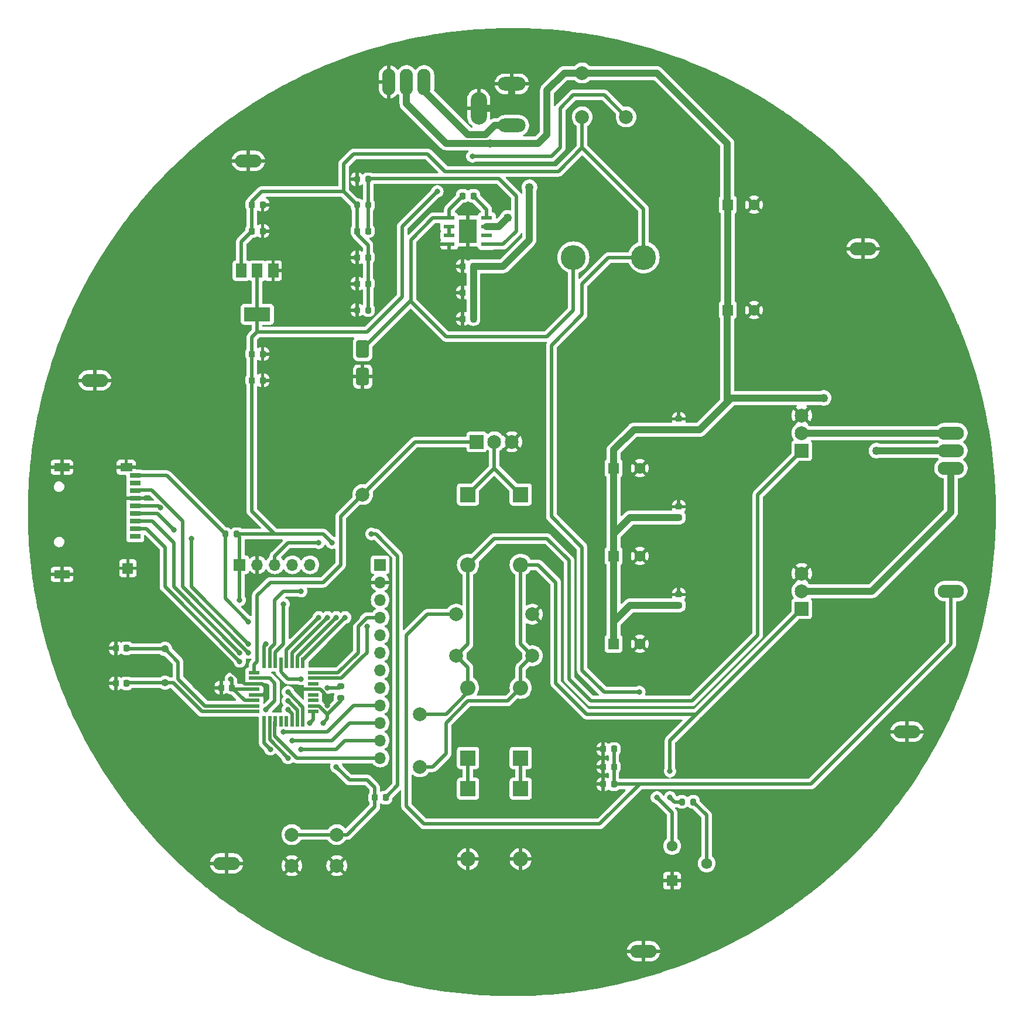
<source format=gtl>
G04 #@! TF.GenerationSoftware,KiCad,Pcbnew,7.0.1*
G04 #@! TF.CreationDate,2024-08-11T00:25:01+02:00*
G04 #@! TF.ProjectId,uTesla,75546573-6c61-42e6-9b69-6361645f7063,rev?*
G04 #@! TF.SameCoordinates,Original*
G04 #@! TF.FileFunction,Copper,L1,Top*
G04 #@! TF.FilePolarity,Positive*
%FSLAX46Y46*%
G04 Gerber Fmt 4.6, Leading zero omitted, Abs format (unit mm)*
G04 Created by KiCad (PCBNEW 7.0.1) date 2024-08-11 00:25:01*
%MOMM*%
%LPD*%
G01*
G04 APERTURE LIST*
G04 Aperture macros list*
%AMRoundRect*
0 Rectangle with rounded corners*
0 $1 Rounding radius*
0 $2 $3 $4 $5 $6 $7 $8 $9 X,Y pos of 4 corners*
0 Add a 4 corners polygon primitive as box body*
4,1,4,$2,$3,$4,$5,$6,$7,$8,$9,$2,$3,0*
0 Add four circle primitives for the rounded corners*
1,1,$1+$1,$2,$3*
1,1,$1+$1,$4,$5*
1,1,$1+$1,$6,$7*
1,1,$1+$1,$8,$9*
0 Add four rect primitives between the rounded corners*
20,1,$1+$1,$2,$3,$4,$5,0*
20,1,$1+$1,$4,$5,$6,$7,0*
20,1,$1+$1,$6,$7,$8,$9,0*
20,1,$1+$1,$8,$9,$2,$3,0*%
G04 Aperture macros list end*
G04 #@! TA.AperFunction,ComponentPad*
%ADD10R,1.995000X1.995000*%
G04 #@! TD*
G04 #@! TA.AperFunction,ComponentPad*
%ADD11C,1.995000*%
G04 #@! TD*
G04 #@! TA.AperFunction,SMDPad,CuDef*
%ADD12RoundRect,0.200000X0.200000X0.275000X-0.200000X0.275000X-0.200000X-0.275000X0.200000X-0.275000X0*%
G04 #@! TD*
G04 #@! TA.AperFunction,ComponentPad*
%ADD13C,2.000000*%
G04 #@! TD*
G04 #@! TA.AperFunction,ComponentPad*
%ADD14R,2.200000X2.200000*%
G04 #@! TD*
G04 #@! TA.AperFunction,ComponentPad*
%ADD15O,2.200000X2.200000*%
G04 #@! TD*
G04 #@! TA.AperFunction,SMDPad,CuDef*
%ADD16R,1.600000X0.550000*%
G04 #@! TD*
G04 #@! TA.AperFunction,SMDPad,CuDef*
%ADD17R,0.550000X1.600000*%
G04 #@! TD*
G04 #@! TA.AperFunction,SMDPad,CuDef*
%ADD18RoundRect,0.200000X-0.275000X0.200000X-0.275000X-0.200000X0.275000X-0.200000X0.275000X0.200000X0*%
G04 #@! TD*
G04 #@! TA.AperFunction,SMDPad,CuDef*
%ADD19RoundRect,0.225000X0.225000X0.250000X-0.225000X0.250000X-0.225000X-0.250000X0.225000X-0.250000X0*%
G04 #@! TD*
G04 #@! TA.AperFunction,ComponentPad*
%ADD20C,1.080000*%
G04 #@! TD*
G04 #@! TA.AperFunction,SMDPad,CuDef*
%ADD21RoundRect,0.225000X0.250000X-0.225000X0.250000X0.225000X-0.250000X0.225000X-0.250000X-0.225000X0*%
G04 #@! TD*
G04 #@! TA.AperFunction,SMDPad,CuDef*
%ADD22C,2.000000*%
G04 #@! TD*
G04 #@! TA.AperFunction,ComponentPad*
%ADD23R,1.600000X1.600000*%
G04 #@! TD*
G04 #@! TA.AperFunction,ComponentPad*
%ADD24C,1.600000*%
G04 #@! TD*
G04 #@! TA.AperFunction,SMDPad,CuDef*
%ADD25RoundRect,0.225000X-0.225000X-0.250000X0.225000X-0.250000X0.225000X0.250000X-0.225000X0.250000X0*%
G04 #@! TD*
G04 #@! TA.AperFunction,ComponentPad*
%ADD26O,2.350000X4.700000*%
G04 #@! TD*
G04 #@! TA.AperFunction,ComponentPad*
%ADD27O,4.000000X2.000000*%
G04 #@! TD*
G04 #@! TA.AperFunction,SMDPad,CuDef*
%ADD28R,1.500000X2.000000*%
G04 #@! TD*
G04 #@! TA.AperFunction,SMDPad,CuDef*
%ADD29R,3.800000X2.000000*%
G04 #@! TD*
G04 #@! TA.AperFunction,SMDPad,CuDef*
%ADD30O,3.810000X1.905000*%
G04 #@! TD*
G04 #@! TA.AperFunction,ComponentPad*
%ADD31R,1.560000X1.560000*%
G04 #@! TD*
G04 #@! TA.AperFunction,ComponentPad*
%ADD32C,1.560000*%
G04 #@! TD*
G04 #@! TA.AperFunction,SMDPad,CuDef*
%ADD33RoundRect,0.200000X-0.200000X-0.275000X0.200000X-0.275000X0.200000X0.275000X-0.200000X0.275000X0*%
G04 #@! TD*
G04 #@! TA.AperFunction,ComponentPad*
%ADD34R,1.700000X1.700000*%
G04 #@! TD*
G04 #@! TA.AperFunction,ComponentPad*
%ADD35O,1.700000X1.700000*%
G04 #@! TD*
G04 #@! TA.AperFunction,SMDPad,CuDef*
%ADD36O,1.905000X3.810000*%
G04 #@! TD*
G04 #@! TA.AperFunction,SMDPad,CuDef*
%ADD37RoundRect,0.250000X-0.650000X1.000000X-0.650000X-1.000000X0.650000X-1.000000X0.650000X1.000000X0*%
G04 #@! TD*
G04 #@! TA.AperFunction,ComponentPad*
%ADD38C,3.600000*%
G04 #@! TD*
G04 #@! TA.AperFunction,SMDPad,CuDef*
%ADD39R,1.600200X0.609600*%
G04 #@! TD*
G04 #@! TA.AperFunction,SMDPad,CuDef*
%ADD40R,1.600200X0.558800*%
G04 #@! TD*
G04 #@! TA.AperFunction,SMDPad,CuDef*
%ADD41R,2.616200X3.505200*%
G04 #@! TD*
G04 #@! TA.AperFunction,SMDPad,CuDef*
%ADD42R,1.600000X0.700000*%
G04 #@! TD*
G04 #@! TA.AperFunction,SMDPad,CuDef*
%ADD43R,1.800000X1.200000*%
G04 #@! TD*
G04 #@! TA.AperFunction,SMDPad,CuDef*
%ADD44R,1.500000X1.600000*%
G04 #@! TD*
G04 #@! TA.AperFunction,SMDPad,CuDef*
%ADD45R,2.200000X1.200000*%
G04 #@! TD*
G04 #@! TA.AperFunction,ViaPad*
%ADD46C,1.250000*%
G04 #@! TD*
G04 #@! TA.AperFunction,ViaPad*
%ADD47C,0.800000*%
G04 #@! TD*
G04 #@! TA.AperFunction,Conductor*
%ADD48C,1.016000*%
G04 #@! TD*
G04 #@! TA.AperFunction,Conductor*
%ADD49C,0.508000*%
G04 #@! TD*
G04 APERTURE END LIST*
D10*
X147320000Y-78740000D03*
D11*
X149860000Y-78740000D03*
X152400000Y-78740000D03*
D12*
X112585000Y-92075000D03*
X110935000Y-92075000D03*
D13*
X155360000Y-103680000D03*
X144360000Y-103680000D03*
X155360000Y-109680000D03*
X144360000Y-109680000D03*
D10*
X194310000Y-102870000D03*
D11*
X194310000Y-100330000D03*
X194310000Y-97790000D03*
D14*
X153670000Y-128905000D03*
D15*
X153670000Y-139065000D03*
D16*
X115130000Y-112135000D03*
X115130000Y-112935000D03*
X115130000Y-113735000D03*
X115130000Y-114535000D03*
X115130000Y-115335000D03*
X115130000Y-116135000D03*
X115130000Y-116935000D03*
X115130000Y-117735000D03*
D17*
X116580000Y-119185000D03*
X117380000Y-119185000D03*
X118180000Y-119185000D03*
X118980000Y-119185000D03*
X119780000Y-119185000D03*
X120580000Y-119185000D03*
X121380000Y-119185000D03*
X122180000Y-119185000D03*
D16*
X123630000Y-117735000D03*
X123630000Y-116935000D03*
X123630000Y-116135000D03*
X123630000Y-115335000D03*
X123630000Y-114535000D03*
X123630000Y-113735000D03*
X123630000Y-112935000D03*
X123630000Y-112135000D03*
D17*
X122180000Y-110685000D03*
X121380000Y-110685000D03*
X120580000Y-110685000D03*
X119780000Y-110685000D03*
X118980000Y-110685000D03*
X118180000Y-110685000D03*
X117380000Y-110685000D03*
X116580000Y-110685000D03*
D18*
X127635000Y-114110000D03*
X127635000Y-115760000D03*
D19*
X167145000Y-125730000D03*
X165595000Y-125730000D03*
D20*
X102235000Y-108685000D03*
X102235000Y-113565000D03*
D21*
X176530000Y-89675000D03*
X176530000Y-88125000D03*
D19*
X167145000Y-123171304D03*
X165595000Y-123171304D03*
D14*
X146050000Y-128905000D03*
D15*
X146050000Y-139065000D03*
D12*
X131635000Y-40780030D03*
X129985000Y-40780030D03*
D22*
X130810000Y-86360000D03*
X162560000Y-31750000D03*
D19*
X96660000Y-108585000D03*
X95110000Y-108585000D03*
D23*
X167107349Y-107950000D03*
D24*
X170907349Y-107950000D03*
D19*
X134125000Y-130175000D03*
X132575000Y-130175000D03*
D22*
X168910000Y-31750000D03*
D14*
X146050000Y-86360000D03*
D15*
X146050000Y-96520000D03*
D14*
X153670000Y-86360000D03*
D15*
X153670000Y-96520000D03*
D25*
X114795000Y-48260000D03*
X116345000Y-48260000D03*
D23*
X183617349Y-44450000D03*
D24*
X187417349Y-44450000D03*
D26*
X147600000Y-30480000D03*
D27*
X152400000Y-26980000D03*
X152400000Y-32980000D03*
D28*
X117870000Y-54000000D03*
X115570000Y-54000000D03*
D29*
X115570000Y-60300000D03*
D28*
X113270000Y-54000000D03*
D19*
X167145000Y-128251304D03*
X165595000Y-128251304D03*
D30*
X114300000Y-38100000D03*
D19*
X96660000Y-113665000D03*
X95110000Y-113665000D03*
D31*
X175560000Y-142200000D03*
D32*
X180560000Y-139700000D03*
X175560000Y-137200000D03*
D33*
X129985000Y-44490825D03*
X131635000Y-44490825D03*
D34*
X133350000Y-96520000D03*
D35*
X133350000Y-99060000D03*
X133350000Y-101600000D03*
X133350000Y-104140000D03*
X133350000Y-106680000D03*
X133350000Y-109220000D03*
X133350000Y-111760000D03*
X133350000Y-114300000D03*
X133350000Y-116840000D03*
X133350000Y-119380000D03*
X133350000Y-121920000D03*
X133350000Y-124460000D03*
D22*
X139065000Y-118110000D03*
D19*
X131585000Y-55880000D03*
X130035000Y-55880000D03*
D23*
X183617349Y-59690000D03*
D24*
X187417349Y-59690000D03*
D10*
X194310000Y-80010000D03*
D11*
X194310000Y-77470000D03*
X194310000Y-74930000D03*
D30*
X111125000Y-139700000D03*
D25*
X114795000Y-44450000D03*
X116345000Y-44450000D03*
D36*
X139700000Y-26670000D03*
X137160000Y-26670000D03*
X134620000Y-26670000D03*
D37*
X130810000Y-65310000D03*
X130810000Y-69310000D03*
D30*
X92075000Y-69850000D03*
D19*
X146825000Y-53340000D03*
X145275000Y-53340000D03*
D30*
X171450000Y-152400000D03*
D19*
X146825000Y-60960000D03*
X145275000Y-60960000D03*
D25*
X114795000Y-66040000D03*
X116345000Y-66040000D03*
X130035000Y-48260000D03*
X131585000Y-48260000D03*
D13*
X120575000Y-135545000D03*
X127075000Y-135545000D03*
X120575000Y-140045000D03*
X127075000Y-140045000D03*
D21*
X176530000Y-102375000D03*
X176530000Y-100825000D03*
D30*
X209550000Y-120650000D03*
D19*
X146825000Y-57150000D03*
X145275000Y-57150000D03*
D34*
X113030000Y-96520000D03*
D35*
X115570000Y-96520000D03*
X118110000Y-96520000D03*
X120650000Y-96520000D03*
X123190000Y-96520000D03*
D30*
X203200000Y-50800000D03*
D22*
X162560000Y-25400000D03*
X139065000Y-125730000D03*
D33*
X176975000Y-130810000D03*
X178625000Y-130810000D03*
D30*
X215900000Y-77470000D03*
X215900000Y-80010000D03*
X215900000Y-82550000D03*
D12*
X131635000Y-59690000D03*
X129985000Y-59690000D03*
D19*
X146825000Y-43180000D03*
X145275000Y-43180000D03*
D23*
X167107349Y-82550000D03*
D24*
X170907349Y-82550000D03*
D25*
X114795000Y-69850000D03*
X116345000Y-69850000D03*
D38*
X161290000Y-52070000D03*
X171450000Y-52070000D03*
D39*
X148767800Y-50165000D03*
X148767800Y-48895000D03*
X148767800Y-47625000D03*
X148767800Y-46355000D03*
D40*
X143332200Y-46355000D03*
X143332200Y-47625000D03*
X143332200Y-48895000D03*
X143332200Y-50165000D03*
D41*
X146050000Y-48260000D03*
D14*
X153670000Y-124460000D03*
D15*
X153670000Y-114300000D03*
D30*
X215900000Y-100330000D03*
D19*
X111900000Y-114300000D03*
X110350000Y-114300000D03*
D21*
X176530000Y-76975000D03*
X176530000Y-75425000D03*
D14*
X146050000Y-124460000D03*
D15*
X146050000Y-114300000D03*
D42*
X97920000Y-92420000D03*
X97920000Y-91320000D03*
X97920000Y-90220000D03*
X97920000Y-89120000D03*
X97920000Y-88020000D03*
X97920000Y-86920000D03*
X97920000Y-85820000D03*
X97920000Y-84720000D03*
X97920000Y-83620000D03*
D43*
X96620000Y-82420000D03*
D44*
X96870000Y-97020000D03*
D45*
X87320000Y-82420000D03*
X87320000Y-97920000D03*
D23*
X167107349Y-95250000D03*
D24*
X170907349Y-95250000D03*
D19*
X131585000Y-52070000D03*
X130035000Y-52070000D03*
D46*
X197485000Y-72390000D03*
X205105000Y-80010000D03*
X154940000Y-41910000D03*
X151765000Y-46355000D03*
X149225000Y-35560000D03*
X175260000Y-39370000D03*
X113030000Y-129540000D03*
X100330000Y-124460000D03*
X110490000Y-82550000D03*
X132715000Y-38735000D03*
X97790000Y-62230000D03*
X158750000Y-124460000D03*
X162560000Y-45720000D03*
X167640000Y-142240000D03*
X168910000Y-68580000D03*
X139700000Y-69850000D03*
X96520000Y-102870000D03*
X195580000Y-91440000D03*
X175260000Y-60960000D03*
X127000000Y-34290000D03*
X196088000Y-110744000D03*
X204470000Y-129540000D03*
X177800000Y-109220000D03*
X124460000Y-53340000D03*
D47*
X123825000Y-110490000D03*
D46*
X208280000Y-106680000D03*
X166370000Y-146685000D03*
X149860000Y-130810000D03*
X195580000Y-121412000D03*
X149860000Y-114300000D03*
D47*
X125730000Y-116840000D03*
X124460000Y-125730000D03*
D46*
X151130000Y-69850000D03*
X149860000Y-99060000D03*
X123190000Y-83820000D03*
X105410000Y-50800000D03*
X92710000Y-78740000D03*
X106680000Y-68580000D03*
X140970000Y-85090000D03*
X119380000Y-47244000D03*
X206248000Y-58420000D03*
X184150000Y-82550000D03*
X134620000Y-44196000D03*
X205740000Y-87630000D03*
X191770000Y-137160000D03*
X139700000Y-95250000D03*
D47*
X128905000Y-100330000D03*
X121920000Y-114300000D03*
D46*
X143510000Y-25400000D03*
X137160000Y-148590000D03*
X134620000Y-55880000D03*
X140970000Y-54610000D03*
X196850000Y-44450000D03*
X208280000Y-67310000D03*
X196850000Y-62230000D03*
X180340000Y-95250000D03*
X133350000Y-138430000D03*
X121920000Y-71120000D03*
X185420000Y-120650000D03*
X218440000Y-93980000D03*
X162560000Y-80010000D03*
X153670000Y-57150000D03*
D47*
X170815000Y-114935000D03*
X173355000Y-130175000D03*
X111760000Y-113030000D03*
X146685000Y-37465000D03*
X141605000Y-42545000D03*
X103505000Y-91440000D03*
X126365000Y-93345000D03*
X113030000Y-101600000D03*
X125095000Y-119380000D03*
X124460000Y-93345000D03*
X132080000Y-92075000D03*
X125730000Y-114300000D03*
X121920000Y-113030000D03*
X127000000Y-125730000D03*
X175260000Y-126365000D03*
X175260000Y-130175000D03*
X119380000Y-102235000D03*
X121920000Y-100330000D03*
X131445000Y-105410000D03*
X128270000Y-104140000D03*
X127000000Y-104140000D03*
X125730000Y-104140000D03*
X124460000Y-104140000D03*
X116840000Y-117475000D03*
X119380000Y-120650000D03*
X117475000Y-123190000D03*
X120650000Y-121920000D03*
X121920000Y-123190000D03*
X120015000Y-124460000D03*
X114300000Y-104775000D03*
X116840000Y-107950000D03*
X114300000Y-109220000D03*
X120015000Y-114935000D03*
X114300000Y-107950000D03*
X101600000Y-88265000D03*
X106045000Y-92710000D03*
X123190000Y-119380000D03*
X120015000Y-116205000D03*
X113030000Y-109220000D03*
X120015000Y-117475000D03*
X113030000Y-110490000D03*
D48*
X154940000Y-49530000D02*
X154940000Y-41910000D01*
X173355000Y-25400000D02*
X183515000Y-35560000D01*
X176530000Y-76975000D02*
X170040000Y-76975000D01*
X137160000Y-29845000D02*
X137160000Y-26670000D01*
X176530000Y-89675000D02*
X169507349Y-89675000D01*
X157480000Y-27900000D02*
X159980000Y-25400000D01*
X167107349Y-79907651D02*
X170040000Y-76975000D01*
X150495000Y-47625000D02*
X151765000Y-46355000D01*
X157480000Y-34290000D02*
X157480000Y-27900000D01*
X167107349Y-95250000D02*
X167107349Y-104775000D01*
X183515000Y-73025000D02*
X183515000Y-59792349D01*
X183617349Y-44450000D02*
X183617349Y-59690000D01*
X167107349Y-92075000D02*
X167107349Y-95250000D01*
X162560000Y-25400000D02*
X173355000Y-25400000D01*
X167107349Y-82550000D02*
X167107349Y-92075000D01*
X142875000Y-35560000D02*
X137160000Y-29845000D01*
X167107349Y-104775000D02*
X167107349Y-107950000D01*
X151130000Y-53340000D02*
X154940000Y-49530000D01*
X215900000Y-80010000D02*
X205105000Y-80010000D01*
X149225000Y-35560000D02*
X142875000Y-35560000D01*
X162560000Y-25400000D02*
X159980000Y-25400000D01*
X183515000Y-44347651D02*
X183617349Y-44450000D01*
X197485000Y-72390000D02*
X184150000Y-72390000D01*
X179565000Y-76975000D02*
X183515000Y-73025000D01*
X146825000Y-53340000D02*
X146825000Y-57150000D01*
X169507349Y-102375000D02*
X167107349Y-104775000D01*
X167107349Y-82550000D02*
X167107349Y-79907651D01*
X176530000Y-76975000D02*
X179565000Y-76975000D01*
X184150000Y-72390000D02*
X183515000Y-73025000D01*
X156210000Y-35560000D02*
X157480000Y-34290000D01*
X149225000Y-35560000D02*
X156210000Y-35560000D01*
X183515000Y-59792349D02*
X183617349Y-59690000D01*
X169507349Y-89675000D02*
X167107349Y-92075000D01*
X176530000Y-102375000D02*
X169507349Y-102375000D01*
X148767800Y-47625000D02*
X150495000Y-47625000D01*
X146825000Y-53340000D02*
X151130000Y-53340000D01*
X146825000Y-57150000D02*
X146825000Y-60960000D01*
X183515000Y-35560000D02*
X183515000Y-44347651D01*
D49*
X116840000Y-114935000D02*
X116440000Y-115335000D01*
X123630000Y-114535000D02*
X124695000Y-114535000D01*
X122155000Y-114535000D02*
X121920000Y-114300000D01*
X111125000Y-111760000D02*
X110350000Y-112535000D01*
X124695000Y-114535000D02*
X125095000Y-114935000D01*
X123630000Y-114535000D02*
X122155000Y-114535000D01*
X123825000Y-110490000D02*
X130175000Y-104140000D01*
X116440000Y-115335000D02*
X115130000Y-115335000D01*
X116275000Y-113735000D02*
X116840000Y-114300000D01*
X111760000Y-111760000D02*
X111125000Y-111760000D01*
X115130000Y-113735000D02*
X113735000Y-113735000D01*
X116840000Y-114300000D02*
X116840000Y-114935000D01*
X130175000Y-104140000D02*
X130175000Y-101600000D01*
X113735000Y-113735000D02*
X111760000Y-111760000D01*
X130175000Y-101600000D02*
X128905000Y-100330000D01*
D48*
X152400000Y-28575000D02*
X150495000Y-30480000D01*
X152400000Y-26980000D02*
X152400000Y-28575000D01*
D49*
X125730000Y-115570000D02*
X125730000Y-116840000D01*
X110350000Y-112535000D02*
X110350000Y-114300000D01*
X125095000Y-114935000D02*
X125730000Y-115570000D01*
D48*
X150495000Y-30480000D02*
X147600000Y-30480000D01*
D49*
X115130000Y-113735000D02*
X116275000Y-113735000D01*
X146825000Y-43180000D02*
X148767800Y-45122800D01*
X148767800Y-45122800D02*
X148767800Y-46355000D01*
X142875000Y-63500000D02*
X157480000Y-63500000D01*
X143332200Y-45122800D02*
X145275000Y-43180000D01*
X130810000Y-65310000D02*
X137795000Y-58325000D01*
X137795000Y-58420000D02*
X142875000Y-63500000D01*
X137795000Y-58325000D02*
X137795000Y-49530000D01*
X161290000Y-59690000D02*
X161290000Y-52070000D01*
X140970000Y-46355000D02*
X143332200Y-46355000D01*
X137795000Y-49530000D02*
X140970000Y-46355000D01*
X157480000Y-63500000D02*
X161290000Y-59690000D01*
X137795000Y-58325000D02*
X137795000Y-58420000D01*
X143332200Y-46355000D02*
X143332200Y-45122800D01*
X175560000Y-132380000D02*
X173355000Y-130175000D01*
X129540000Y-37084000D02*
X128039175Y-38584825D01*
X131585000Y-50305000D02*
X131585000Y-52070000D01*
X162560000Y-55880000D02*
X162560000Y-60325000D01*
X171450000Y-45085000D02*
X171450000Y-52070000D01*
X162560000Y-60325000D02*
X158115000Y-64770000D01*
X162560000Y-31750000D02*
X162560000Y-36195000D01*
X175560000Y-137200000D02*
X175560000Y-132380000D01*
X140208000Y-37084000D02*
X129540000Y-37084000D01*
X142748000Y-39624000D02*
X140208000Y-37084000D01*
X165735000Y-114935000D02*
X162560000Y-111760000D01*
X114795000Y-43955000D02*
X116205000Y-42545000D01*
X159131000Y-39624000D02*
X142748000Y-39624000D01*
X113270000Y-49785000D02*
X114795000Y-48260000D01*
X128039175Y-42545000D02*
X129985000Y-44490825D01*
X129985000Y-48210000D02*
X130035000Y-48260000D01*
X131635000Y-55930000D02*
X131585000Y-55880000D01*
X162560000Y-93980000D02*
X162560000Y-111760000D01*
X129985000Y-44490825D02*
X129985000Y-48210000D01*
X130035000Y-48755000D02*
X131585000Y-50305000D01*
X162560000Y-36195000D02*
X171450000Y-45085000D01*
X171450000Y-52070000D02*
X166370000Y-52070000D01*
X131585000Y-55880000D02*
X131585000Y-52070000D01*
X116205000Y-42545000D02*
X128039175Y-42545000D01*
X170815000Y-114935000D02*
X165735000Y-114935000D01*
X158115000Y-64770000D02*
X158115000Y-89535000D01*
X114795000Y-44450000D02*
X114795000Y-43955000D01*
X162560000Y-36195000D02*
X159131000Y-39624000D01*
X128039175Y-38584825D02*
X128039175Y-42545000D01*
X158115000Y-89535000D02*
X162560000Y-93980000D01*
X131635000Y-59690000D02*
X131635000Y-55930000D01*
X113270000Y-54000000D02*
X113270000Y-49785000D01*
X114795000Y-48260000D02*
X114795000Y-44450000D01*
X130035000Y-48260000D02*
X130035000Y-48755000D01*
X166370000Y-52070000D02*
X162560000Y-55880000D01*
X131635000Y-44490825D02*
X131635000Y-40780030D01*
X151130000Y-50165000D02*
X153035000Y-48260000D01*
X131775030Y-40640000D02*
X131635000Y-40780030D01*
X131585000Y-48260000D02*
X131585000Y-44540825D01*
X153035000Y-43180000D02*
X150495000Y-40640000D01*
X148767800Y-50165000D02*
X151130000Y-50165000D01*
X150495000Y-40640000D02*
X131775030Y-40640000D01*
X131585000Y-44540825D02*
X131635000Y-44490825D01*
X153035000Y-48260000D02*
X153035000Y-43180000D01*
X125095000Y-119380000D02*
X125730000Y-118745000D01*
X159385000Y-36195000D02*
X159385000Y-30480000D01*
X136525000Y-49530000D02*
X136525000Y-47625000D01*
X125730000Y-118745000D02*
X125730000Y-118110000D01*
X134620000Y-59690000D02*
X136525000Y-57785000D01*
X136525000Y-57785000D02*
X136525000Y-49530000D01*
X125730000Y-118110000D02*
X124555000Y-116935000D01*
X131445000Y-62865000D02*
X134620000Y-59690000D01*
X114795000Y-88760000D02*
X118110000Y-92075000D01*
X158115000Y-37465000D02*
X159385000Y-36195000D01*
X114795000Y-69850000D02*
X114795000Y-88760000D01*
X115570000Y-62865000D02*
X115570000Y-60300000D01*
X113030000Y-101600000D02*
X113030000Y-96520000D01*
X111900000Y-113170000D02*
X111760000Y-113030000D01*
X101185000Y-89120000D02*
X103505000Y-91440000D01*
X115130000Y-116135000D02*
X113735000Y-116135000D01*
X115570000Y-62865000D02*
X131445000Y-62865000D01*
X127635000Y-115760000D02*
X127635000Y-116205000D01*
X136525000Y-47625000D02*
X141605000Y-42545000D01*
X125095000Y-92075000D02*
X126365000Y-93345000D01*
X115130000Y-114535000D02*
X112135000Y-114535000D01*
X112135000Y-114535000D02*
X111900000Y-114300000D01*
X113030000Y-92520000D02*
X113030000Y-96520000D01*
X114795000Y-63640000D02*
X115570000Y-62865000D01*
X161290000Y-28575000D02*
X165735000Y-28575000D01*
X114795000Y-66040000D02*
X114795000Y-63640000D01*
X118110000Y-92075000D02*
X125095000Y-92075000D01*
X112585000Y-92075000D02*
X113030000Y-92520000D01*
X127635000Y-116205000D02*
X125730000Y-118110000D01*
X114795000Y-69850000D02*
X114795000Y-66040000D01*
X146685000Y-37465000D02*
X158115000Y-37465000D01*
X165735000Y-28575000D02*
X168910000Y-31750000D01*
X113735000Y-116135000D02*
X111900000Y-114300000D01*
X124555000Y-116935000D02*
X123630000Y-116935000D01*
X115570000Y-54000000D02*
X115570000Y-60300000D01*
X97920000Y-89120000D02*
X101185000Y-89120000D01*
X111900000Y-114300000D02*
X111900000Y-113170000D01*
X112585000Y-92075000D02*
X118110000Y-92075000D01*
X159385000Y-30480000D02*
X161290000Y-28575000D01*
X115130000Y-116935000D02*
X108045000Y-116935000D01*
X102235000Y-108685000D02*
X96760000Y-108685000D01*
X96760000Y-108685000D02*
X96660000Y-108585000D01*
X108045000Y-116935000D02*
X104140000Y-113030000D01*
X104140000Y-113030000D02*
X104140000Y-110590000D01*
X104140000Y-110590000D02*
X102235000Y-108685000D01*
X102235000Y-113565000D02*
X96760000Y-113565000D01*
X96760000Y-113565000D02*
X96660000Y-113665000D01*
X107575000Y-117735000D02*
X103405000Y-113565000D01*
X103405000Y-113565000D02*
X102235000Y-113565000D01*
X115130000Y-117735000D02*
X107575000Y-117735000D01*
X118110000Y-96520000D02*
X118110000Y-95250000D01*
X118110000Y-95250000D02*
X120015000Y-93345000D01*
X132715000Y-92075000D02*
X132080000Y-92075000D01*
X134125000Y-130175000D02*
X135890000Y-128410000D01*
X135890000Y-128410000D02*
X135890000Y-95250000D01*
X120015000Y-93345000D02*
X124460000Y-93345000D01*
X135890000Y-95250000D02*
X132715000Y-92075000D01*
X118980000Y-111995000D02*
X119380000Y-112395000D01*
X128905000Y-127635000D02*
X131445000Y-127635000D01*
X131445000Y-127635000D02*
X132575000Y-128765000D01*
X125730000Y-114300000D02*
X127445000Y-114300000D01*
X127000000Y-125730000D02*
X128905000Y-127635000D01*
X132575000Y-128765000D02*
X132575000Y-130175000D01*
X128560000Y-135545000D02*
X132575000Y-131530000D01*
X119380000Y-112395000D02*
X120015000Y-113030000D01*
X127075000Y-135545000D02*
X128560000Y-135545000D01*
X132575000Y-130175000D02*
X132575000Y-131530000D01*
X118980000Y-110685000D02*
X118980000Y-111995000D01*
X120015000Y-113030000D02*
X121920000Y-113030000D01*
X127445000Y-114300000D02*
X127635000Y-114110000D01*
X127075000Y-135545000D02*
X120575000Y-135545000D01*
X137160000Y-131445000D02*
X139700000Y-133985000D01*
X140160000Y-103680000D02*
X144360000Y-103680000D01*
X170815000Y-128270000D02*
X170815000Y-128251304D01*
X215900000Y-100330000D02*
X215900000Y-107950000D01*
X167145000Y-125730000D02*
X167145000Y-128251304D01*
X137160000Y-131445000D02*
X137160000Y-106680000D01*
X195598696Y-128251304D02*
X171450000Y-128251304D01*
X165100000Y-133985000D02*
X170815000Y-128270000D01*
X215900000Y-107950000D02*
X195598696Y-128251304D01*
X170815000Y-128251304D02*
X167145000Y-128251304D01*
X137160000Y-106680000D02*
X140160000Y-103680000D01*
X139700000Y-133985000D02*
X165100000Y-133985000D01*
X171450000Y-128251304D02*
X170815000Y-128251304D01*
X167145000Y-123171304D02*
X167145000Y-125730000D01*
X149860000Y-82550000D02*
X153670000Y-86360000D01*
X149860000Y-82550000D02*
X146050000Y-86360000D01*
X149860000Y-78740000D02*
X149860000Y-82550000D01*
X187960000Y-106680000D02*
X178435000Y-116205000D01*
X163830000Y-116205000D02*
X160655000Y-113030000D01*
X160655000Y-95885000D02*
X157480000Y-92710000D01*
X157480000Y-92710000D02*
X149860000Y-92710000D01*
X146050000Y-111370000D02*
X146050000Y-114300000D01*
X146050000Y-114935000D02*
X142875000Y-118110000D01*
X194310000Y-80010000D02*
X187960000Y-86360000D01*
X187960000Y-86360000D02*
X187960000Y-106680000D01*
X160655000Y-113030000D02*
X160655000Y-95885000D01*
X178435000Y-116205000D02*
X163830000Y-116205000D01*
X146050000Y-114300000D02*
X146050000Y-114935000D01*
X146050000Y-96520000D02*
X146050000Y-107990000D01*
X149860000Y-92710000D02*
X146050000Y-96520000D01*
X142875000Y-118110000D02*
X139065000Y-118110000D01*
X144360000Y-109680000D02*
X146050000Y-111370000D01*
X146050000Y-107990000D02*
X144360000Y-109680000D01*
X156210000Y-96520000D02*
X153670000Y-96520000D01*
X153670000Y-107990000D02*
X155360000Y-109680000D01*
X175260000Y-121920000D02*
X179070000Y-118110000D01*
X163195000Y-118110000D02*
X158750000Y-113665000D01*
X176975000Y-130810000D02*
X175895000Y-130810000D01*
X142875000Y-119380000D02*
X142875000Y-123825000D01*
X179070000Y-118110000D02*
X163195000Y-118110000D01*
X194310000Y-102870000D02*
X179070000Y-118110000D01*
X153670000Y-111370000D02*
X153670000Y-114300000D01*
X153670000Y-114300000D02*
X151765000Y-116205000D01*
X155360000Y-109680000D02*
X153670000Y-111370000D01*
X142875000Y-123825000D02*
X140970000Y-125730000D01*
X175895000Y-130810000D02*
X175260000Y-130175000D01*
X151765000Y-116205000D02*
X146050000Y-116205000D01*
X175260000Y-126365000D02*
X175260000Y-121920000D01*
X158750000Y-99060000D02*
X156210000Y-96520000D01*
X158750000Y-113665000D02*
X158750000Y-99060000D01*
X153670000Y-96520000D02*
X153670000Y-107990000D01*
X140970000Y-125730000D02*
X139065000Y-125730000D01*
X146050000Y-116205000D02*
X142875000Y-119380000D01*
X146050000Y-124460000D02*
X146050000Y-128905000D01*
X153670000Y-124460000D02*
X153670000Y-128905000D01*
X119380000Y-107950000D02*
X119380000Y-102235000D01*
X118745000Y-108585000D02*
X119380000Y-107950000D01*
X118180000Y-110685000D02*
X118180000Y-109150000D01*
X118180000Y-109150000D02*
X118745000Y-108585000D01*
X118110000Y-107950000D02*
X118110000Y-101600000D01*
X117380000Y-108680000D02*
X118110000Y-107950000D01*
X119380000Y-100330000D02*
X121920000Y-100330000D01*
X118110000Y-101600000D02*
X119380000Y-100330000D01*
X117380000Y-110685000D02*
X117380000Y-108680000D01*
X131445000Y-109220000D02*
X131445000Y-105410000D01*
X127730000Y-112935000D02*
X130810000Y-109855000D01*
X123630000Y-112935000D02*
X127730000Y-112935000D01*
X130810000Y-109855000D02*
X131445000Y-109220000D01*
X130175000Y-105410000D02*
X130175000Y-109220000D01*
X130175000Y-109220000D02*
X127260000Y-112135000D01*
X127260000Y-112135000D02*
X123630000Y-112135000D01*
X131445000Y-104140000D02*
X130175000Y-105410000D01*
X133350000Y-104140000D02*
X131445000Y-104140000D01*
X122180000Y-110685000D02*
X122180000Y-110230000D01*
X122180000Y-110230000D02*
X128270000Y-104140000D01*
X125730000Y-105410000D02*
X127000000Y-104140000D01*
X121380000Y-109760000D02*
X125730000Y-105410000D01*
X121380000Y-110685000D02*
X121380000Y-109760000D01*
X120580000Y-109290000D02*
X125095000Y-104775000D01*
X120580000Y-110685000D02*
X120580000Y-109290000D01*
X125095000Y-104775000D02*
X125730000Y-104140000D01*
X119780000Y-108820000D02*
X124460000Y-104140000D01*
X119780000Y-110685000D02*
X119780000Y-108820000D01*
X118110000Y-113665000D02*
X118110000Y-116205000D01*
X129540000Y-116840000D02*
X133350000Y-116840000D01*
X117380000Y-112935000D02*
X118110000Y-113665000D01*
X125730000Y-120650000D02*
X129540000Y-116840000D01*
X119380000Y-120650000D02*
X125730000Y-120650000D01*
X118110000Y-116205000D02*
X116840000Y-117475000D01*
X115130000Y-112935000D02*
X117380000Y-112935000D01*
X128905000Y-119380000D02*
X133350000Y-119380000D01*
X126365000Y-121920000D02*
X128905000Y-119380000D01*
X116580000Y-122295000D02*
X117475000Y-123190000D01*
X116580000Y-119185000D02*
X116580000Y-122295000D01*
X120650000Y-121920000D02*
X126365000Y-121920000D01*
X127000000Y-123190000D02*
X128270000Y-121920000D01*
X117380000Y-121825000D02*
X120015000Y-124460000D01*
X128270000Y-121920000D02*
X133350000Y-121920000D01*
X121920000Y-123190000D02*
X127000000Y-123190000D01*
X117380000Y-119185000D02*
X117380000Y-121825000D01*
X133350000Y-124460000D02*
X121285000Y-124460000D01*
X118110000Y-121285000D02*
X118110000Y-119255000D01*
X121285000Y-124460000D02*
X118110000Y-121285000D01*
X118110000Y-119255000D02*
X118180000Y-119185000D01*
X116580000Y-108210000D02*
X116840000Y-107950000D01*
X102480000Y-83620000D02*
X97920000Y-83620000D01*
X114300000Y-104775000D02*
X110935000Y-101410000D01*
X116580000Y-110685000D02*
X116580000Y-108210000D01*
X110935000Y-92075000D02*
X102480000Y-83620000D01*
X110935000Y-101410000D02*
X110935000Y-92075000D01*
X100330000Y-85725000D02*
X98015000Y-85725000D01*
X120015000Y-114935000D02*
X122180000Y-117100000D01*
X122180000Y-119185000D02*
X122180000Y-117100000D01*
X114300000Y-109220000D02*
X104775000Y-99695000D01*
X98015000Y-85725000D02*
X97920000Y-85820000D01*
X104775000Y-90170000D02*
X100330000Y-85725000D01*
X104775000Y-99695000D02*
X104775000Y-90170000D01*
X123630000Y-118940000D02*
X123630000Y-117735000D01*
X106045000Y-92710000D02*
X106045000Y-97790000D01*
X97920000Y-88020000D02*
X101355000Y-88020000D01*
X101355000Y-88020000D02*
X101600000Y-88265000D01*
X106045000Y-99695000D02*
X114300000Y-107950000D01*
X106045000Y-97790000D02*
X106045000Y-99695000D01*
X123190000Y-119380000D02*
X123630000Y-118940000D01*
X103505000Y-93345000D02*
X100380000Y-90220000D01*
X103505000Y-99695000D02*
X103505000Y-93345000D01*
X100380000Y-90220000D02*
X97920000Y-90220000D01*
X121380000Y-119185000D02*
X121380000Y-117570000D01*
X113030000Y-109220000D02*
X103505000Y-99695000D01*
X121380000Y-117570000D02*
X120015000Y-116205000D01*
X102235000Y-99695000D02*
X102235000Y-93980000D01*
X113030000Y-110490000D02*
X102235000Y-99695000D01*
X120580000Y-119185000D02*
X120580000Y-118040000D01*
X99575000Y-91320000D02*
X97920000Y-91320000D01*
X120015000Y-117475000D02*
X120580000Y-118040000D01*
X102235000Y-93980000D02*
X99575000Y-91320000D01*
D48*
X215900000Y-77470000D02*
X194310000Y-77470000D01*
X215900000Y-82550000D02*
X215900000Y-88900000D01*
X215900000Y-88900000D02*
X204470000Y-100330000D01*
X204470000Y-100330000D02*
X194310000Y-100330000D01*
D49*
X115130000Y-110930000D02*
X115570000Y-110490000D01*
X115570000Y-100965000D02*
X117475000Y-99060000D01*
X115130000Y-112135000D02*
X115130000Y-110930000D01*
X125095000Y-99060000D02*
X127635000Y-96520000D01*
X127635000Y-89535000D02*
X130810000Y-86360000D01*
X115570000Y-110490000D02*
X115570000Y-100965000D01*
X138430000Y-78740000D02*
X147320000Y-78740000D01*
X127635000Y-96520000D02*
X127635000Y-89535000D01*
X117475000Y-99060000D02*
X125095000Y-99060000D01*
X130810000Y-86360000D02*
X138430000Y-78740000D01*
X180560000Y-132745000D02*
X180560000Y-139700000D01*
X178625000Y-130810000D02*
X180560000Y-132745000D01*
X143332200Y-47625000D02*
X143332200Y-48895000D01*
D48*
X139700000Y-27940000D02*
X139700000Y-26670000D01*
X146050000Y-34290000D02*
X139700000Y-27940000D01*
X149900000Y-32980000D02*
X148590000Y-34290000D01*
X152400000Y-32980000D02*
X149900000Y-32980000D01*
X148590000Y-34290000D02*
X146050000Y-34290000D01*
G04 #@! TA.AperFunction,Conductor*
G36*
X155893567Y-97283939D02*
G01*
X155933795Y-97310819D01*
X157959181Y-99336205D01*
X157986061Y-99376433D01*
X157995500Y-99423886D01*
X157995500Y-113601000D01*
X157994191Y-113618970D01*
X157990685Y-113642906D01*
X157995028Y-113692548D01*
X157995500Y-113703355D01*
X157995500Y-113708940D01*
X157999116Y-113739885D01*
X157999482Y-113743469D01*
X158006162Y-113819819D01*
X158010423Y-113839039D01*
X158036621Y-113911020D01*
X158037804Y-113914424D01*
X158061916Y-113987187D01*
X158070496Y-114004908D01*
X158112613Y-114068946D01*
X158114550Y-114071986D01*
X158122744Y-114085271D01*
X158154130Y-114136154D01*
X158154131Y-114136155D01*
X158154772Y-114137194D01*
X158167202Y-114152453D01*
X158222937Y-114205035D01*
X158225525Y-114207549D01*
X162616234Y-118598258D01*
X162628015Y-118611890D01*
X162642460Y-118631293D01*
X162680634Y-118663325D01*
X162688609Y-118670633D01*
X162692559Y-118674583D01*
X162712967Y-118690720D01*
X162717011Y-118693917D01*
X162719805Y-118696193D01*
X162777573Y-118744667D01*
X162777575Y-118744668D01*
X162778507Y-118745450D01*
X162795101Y-118756022D01*
X162796207Y-118756538D01*
X162796209Y-118756539D01*
X162864584Y-118788422D01*
X162867775Y-118789968D01*
X162936282Y-118824373D01*
X162954866Y-118830831D01*
X162956054Y-118831076D01*
X162956060Y-118831079D01*
X163030007Y-118846347D01*
X163033354Y-118847089D01*
X163106812Y-118864500D01*
X163106817Y-118864500D01*
X163107994Y-118864779D01*
X163127571Y-118866780D01*
X163128790Y-118866744D01*
X163128793Y-118866745D01*
X163200051Y-118864671D01*
X163204161Y-118864552D01*
X163207767Y-118864500D01*
X176949113Y-118864500D01*
X177005408Y-118878015D01*
X177049431Y-118915615D01*
X177071586Y-118969102D01*
X177067044Y-119026818D01*
X177036794Y-119076181D01*
X174771741Y-121341233D01*
X174758112Y-121353012D01*
X174738708Y-121367458D01*
X174706676Y-121405632D01*
X174699379Y-121413596D01*
X174695414Y-121417561D01*
X174676089Y-121442001D01*
X174673814Y-121444794D01*
X174624554Y-121503500D01*
X174613972Y-121520112D01*
X174581581Y-121589571D01*
X174580011Y-121592813D01*
X174545632Y-121661269D01*
X174539164Y-121679878D01*
X174523671Y-121754911D01*
X174522891Y-121758430D01*
X174505219Y-121832996D01*
X174503218Y-121852574D01*
X174505448Y-121929196D01*
X174505500Y-121932802D01*
X174505500Y-125837606D01*
X174488887Y-125899606D01*
X174432820Y-125996715D01*
X174374326Y-126176742D01*
X174354540Y-126364999D01*
X174374326Y-126553257D01*
X174432820Y-126733284D01*
X174527466Y-126897216D01*
X174654129Y-127037889D01*
X174807269Y-127149151D01*
X174980197Y-127226144D01*
X175099552Y-127251514D01*
X175153476Y-127277814D01*
X175188742Y-127326353D01*
X175197092Y-127385765D01*
X175176572Y-127442144D01*
X175131986Y-127482289D01*
X175073771Y-127496804D01*
X171538188Y-127496804D01*
X170903188Y-127496804D01*
X170840551Y-127496804D01*
X170833341Y-127496594D01*
X170831013Y-127496458D01*
X170770831Y-127492952D01*
X170759676Y-127494920D01*
X170738143Y-127496804D01*
X168023500Y-127496804D01*
X167961500Y-127480191D01*
X167916113Y-127434804D01*
X167899500Y-127372804D01*
X167899500Y-126527875D01*
X167908939Y-126480422D01*
X167935819Y-126440194D01*
X167942968Y-126433044D01*
X168032002Y-126288699D01*
X168042920Y-126255752D01*
X168085349Y-126127708D01*
X168095500Y-126028345D01*
X168095499Y-125431656D01*
X168085349Y-125332292D01*
X168032003Y-125171303D01*
X168032002Y-125171302D01*
X168032002Y-125171300D01*
X167942968Y-125026955D01*
X167935819Y-125019806D01*
X167908939Y-124979578D01*
X167899500Y-124932125D01*
X167899500Y-123969179D01*
X167908939Y-123921726D01*
X167935819Y-123881498D01*
X167942968Y-123874348D01*
X168032002Y-123730003D01*
X168034583Y-123722216D01*
X168085349Y-123569012D01*
X168095500Y-123469649D01*
X168095499Y-122872960D01*
X168085349Y-122773596D01*
X168032003Y-122612607D01*
X168032002Y-122612606D01*
X168032002Y-122612604D01*
X167942968Y-122468259D01*
X167823044Y-122348335D01*
X167678699Y-122259301D01*
X167517707Y-122205954D01*
X167422270Y-122196205D01*
X167418344Y-122195804D01*
X166871655Y-122195804D01*
X166772292Y-122205954D01*
X166611300Y-122259301D01*
X166466954Y-122348335D01*
X166457325Y-122357965D01*
X166401738Y-122390057D01*
X166337551Y-122390057D01*
X166281965Y-122357963D01*
X166272732Y-122348730D01*
X166128486Y-122259757D01*
X165967606Y-122206447D01*
X165868315Y-122196304D01*
X165845000Y-122196304D01*
X165845000Y-124146303D01*
X165868315Y-124146303D01*
X165967605Y-124136160D01*
X166128484Y-124082850D01*
X166201402Y-124037874D01*
X166263795Y-124019442D01*
X166326931Y-124035134D01*
X166373433Y-124080633D01*
X166390500Y-124143412D01*
X166390500Y-124757892D01*
X166373433Y-124820671D01*
X166326931Y-124866170D01*
X166263795Y-124881862D01*
X166201402Y-124863430D01*
X166128484Y-124818453D01*
X165967606Y-124765143D01*
X165868315Y-124755000D01*
X165845000Y-124755000D01*
X165845000Y-126704999D01*
X165868315Y-126704999D01*
X165967605Y-126694856D01*
X166128484Y-126641546D01*
X166201402Y-126596570D01*
X166263795Y-126578138D01*
X166326931Y-126593830D01*
X166373433Y-126639329D01*
X166390500Y-126702108D01*
X166390500Y-127279196D01*
X166373433Y-127341975D01*
X166326931Y-127387474D01*
X166263795Y-127403166D01*
X166201402Y-127384734D01*
X166128484Y-127339757D01*
X165967606Y-127286447D01*
X165868315Y-127276304D01*
X165845000Y-127276304D01*
X165845000Y-129226303D01*
X165868315Y-129226303D01*
X165967605Y-129216160D01*
X166128484Y-129162850D01*
X166272732Y-129073876D01*
X166281963Y-129064645D01*
X166337551Y-129032549D01*
X166401741Y-129032549D01*
X166457329Y-129064645D01*
X166466957Y-129074273D01*
X166611300Y-129163306D01*
X166611302Y-129163306D01*
X166611303Y-129163307D01*
X166772292Y-129216653D01*
X166871655Y-129226804D01*
X167418344Y-129226803D01*
X167517708Y-129216653D01*
X167678697Y-129163307D01*
X167678699Y-129163306D01*
X167823043Y-129074273D01*
X167855192Y-129042124D01*
X167895421Y-129015243D01*
X167942874Y-129005804D01*
X168712810Y-129005804D01*
X168769105Y-129019319D01*
X168813128Y-129056919D01*
X168835283Y-129110406D01*
X168830741Y-129168122D01*
X168800491Y-129217485D01*
X164823795Y-133194181D01*
X164783567Y-133221061D01*
X164736114Y-133230500D01*
X140063886Y-133230500D01*
X140016433Y-133221061D01*
X139976205Y-133194181D01*
X137950819Y-131168795D01*
X137923939Y-131128567D01*
X137914500Y-131081114D01*
X137914500Y-130052869D01*
X144449500Y-130052869D01*
X144454547Y-130099813D01*
X144455909Y-130112483D01*
X144506204Y-130247331D01*
X144592454Y-130362546D01*
X144707669Y-130448796D01*
X144842517Y-130499091D01*
X144902127Y-130505500D01*
X147197872Y-130505499D01*
X147257483Y-130499091D01*
X147392331Y-130448796D01*
X147507546Y-130362546D01*
X147593796Y-130247331D01*
X147644091Y-130112483D01*
X147650500Y-130052873D01*
X147650500Y-130052869D01*
X152069500Y-130052869D01*
X152074547Y-130099813D01*
X152075909Y-130112483D01*
X152126204Y-130247331D01*
X152212454Y-130362546D01*
X152327669Y-130448796D01*
X152462517Y-130499091D01*
X152522127Y-130505500D01*
X154817872Y-130505499D01*
X154877483Y-130499091D01*
X155012331Y-130448796D01*
X155127546Y-130362546D01*
X155213796Y-130247331D01*
X155264091Y-130112483D01*
X155270500Y-130052873D01*
X155270499Y-128501304D01*
X164645001Y-128501304D01*
X164645001Y-128549619D01*
X164655143Y-128648909D01*
X164708453Y-128809790D01*
X164797426Y-128954036D01*
X164917267Y-129073877D01*
X165061513Y-129162850D01*
X165222393Y-129216160D01*
X165321685Y-129226304D01*
X165345000Y-129226304D01*
X165345000Y-128501304D01*
X164645001Y-128501304D01*
X155270499Y-128501304D01*
X155270499Y-128001304D01*
X164645000Y-128001304D01*
X165345000Y-128001304D01*
X165345000Y-127276305D01*
X165321685Y-127276305D01*
X165222394Y-127286447D01*
X165061513Y-127339757D01*
X164917267Y-127428730D01*
X164797426Y-127548571D01*
X164708453Y-127692817D01*
X164655143Y-127853697D01*
X164645000Y-127952989D01*
X164645000Y-128001304D01*
X155270499Y-128001304D01*
X155270499Y-127757128D01*
X155264091Y-127697517D01*
X155213796Y-127562669D01*
X155127546Y-127447454D01*
X155012331Y-127361204D01*
X154877483Y-127310909D01*
X154817873Y-127304500D01*
X154817869Y-127304500D01*
X154548500Y-127304500D01*
X154486500Y-127287887D01*
X154441113Y-127242500D01*
X154424500Y-127180500D01*
X154424500Y-126184499D01*
X154441113Y-126122499D01*
X154486500Y-126077112D01*
X154548500Y-126060499D01*
X154817870Y-126060499D01*
X154817872Y-126060499D01*
X154877483Y-126054091D01*
X155012331Y-126003796D01*
X155044118Y-125980000D01*
X164645001Y-125980000D01*
X164645001Y-126028315D01*
X164655143Y-126127605D01*
X164708453Y-126288486D01*
X164797426Y-126432732D01*
X164917267Y-126552573D01*
X165061513Y-126641546D01*
X165222393Y-126694856D01*
X165321685Y-126705000D01*
X165345000Y-126705000D01*
X165345000Y-125980000D01*
X164645001Y-125980000D01*
X155044118Y-125980000D01*
X155127546Y-125917546D01*
X155213796Y-125802331D01*
X155264091Y-125667483D01*
X155270500Y-125607873D01*
X155270500Y-125480000D01*
X164645000Y-125480000D01*
X165345000Y-125480000D01*
X165345000Y-124755001D01*
X165321685Y-124755001D01*
X165222394Y-124765143D01*
X165061513Y-124818453D01*
X164917267Y-124907426D01*
X164797426Y-125027267D01*
X164708453Y-125171513D01*
X164655143Y-125332393D01*
X164645000Y-125431685D01*
X164645000Y-125480000D01*
X155270500Y-125480000D01*
X155270499Y-123421304D01*
X164645001Y-123421304D01*
X164645001Y-123469619D01*
X164655143Y-123568909D01*
X164708453Y-123729790D01*
X164797426Y-123874036D01*
X164917267Y-123993877D01*
X165061513Y-124082850D01*
X165222393Y-124136160D01*
X165321685Y-124146304D01*
X165345000Y-124146304D01*
X165345000Y-123421304D01*
X164645001Y-123421304D01*
X155270499Y-123421304D01*
X155270499Y-123312128D01*
X155264091Y-123252517D01*
X155213796Y-123117669D01*
X155127546Y-123002454D01*
X155019144Y-122921304D01*
X164645000Y-122921304D01*
X165345000Y-122921304D01*
X165345000Y-122196305D01*
X165321685Y-122196305D01*
X165222394Y-122206447D01*
X165061513Y-122259757D01*
X164917267Y-122348730D01*
X164797426Y-122468571D01*
X164708453Y-122612817D01*
X164655143Y-122773697D01*
X164645000Y-122872989D01*
X164645000Y-122921304D01*
X155019144Y-122921304D01*
X155012331Y-122916204D01*
X154877483Y-122865909D01*
X154817873Y-122859500D01*
X154817869Y-122859500D01*
X152522130Y-122859500D01*
X152462515Y-122865909D01*
X152327669Y-122916204D01*
X152212454Y-123002454D01*
X152126204Y-123117668D01*
X152075909Y-123252516D01*
X152069500Y-123312130D01*
X152069500Y-125607869D01*
X152072313Y-125634035D01*
X152075909Y-125667483D01*
X152126204Y-125802331D01*
X152212454Y-125917546D01*
X152327669Y-126003796D01*
X152462517Y-126054091D01*
X152522127Y-126060500D01*
X152791500Y-126060500D01*
X152853500Y-126077113D01*
X152898887Y-126122500D01*
X152915500Y-126184500D01*
X152915500Y-127180501D01*
X152898887Y-127242501D01*
X152853500Y-127287888D01*
X152791500Y-127304501D01*
X152522128Y-127304501D01*
X152492322Y-127307704D01*
X152462515Y-127310909D01*
X152327669Y-127361204D01*
X152212454Y-127447454D01*
X152126204Y-127562668D01*
X152075909Y-127697516D01*
X152069500Y-127757130D01*
X152069500Y-130052869D01*
X147650500Y-130052869D01*
X147650499Y-127757128D01*
X147644091Y-127697517D01*
X147593796Y-127562669D01*
X147507546Y-127447454D01*
X147392331Y-127361204D01*
X147257483Y-127310909D01*
X147197873Y-127304500D01*
X147197869Y-127304500D01*
X146928500Y-127304500D01*
X146866500Y-127287887D01*
X146821113Y-127242500D01*
X146804500Y-127180500D01*
X146804500Y-126184499D01*
X146821113Y-126122499D01*
X146866500Y-126077112D01*
X146928500Y-126060499D01*
X147197870Y-126060499D01*
X147197872Y-126060499D01*
X147257483Y-126054091D01*
X147392331Y-126003796D01*
X147507546Y-125917546D01*
X147593796Y-125802331D01*
X147644091Y-125667483D01*
X147650500Y-125607873D01*
X147650499Y-123312128D01*
X147644091Y-123252517D01*
X147593796Y-123117669D01*
X147507546Y-123002454D01*
X147392331Y-122916204D01*
X147257483Y-122865909D01*
X147197873Y-122859500D01*
X147197869Y-122859500D01*
X144902130Y-122859500D01*
X144842515Y-122865909D01*
X144707669Y-122916204D01*
X144592454Y-123002454D01*
X144506204Y-123117668D01*
X144455909Y-123252516D01*
X144449500Y-123312130D01*
X144449500Y-125607869D01*
X144452313Y-125634035D01*
X144455909Y-125667483D01*
X144506204Y-125802331D01*
X144592454Y-125917546D01*
X144707669Y-126003796D01*
X144842517Y-126054091D01*
X144902127Y-126060500D01*
X145171500Y-126060500D01*
X145233500Y-126077113D01*
X145278887Y-126122500D01*
X145295500Y-126184500D01*
X145295500Y-127180501D01*
X145278887Y-127242501D01*
X145233500Y-127287888D01*
X145171500Y-127304501D01*
X144902128Y-127304501D01*
X144872322Y-127307704D01*
X144842515Y-127310909D01*
X144707669Y-127361204D01*
X144592454Y-127447454D01*
X144506204Y-127562668D01*
X144455909Y-127697516D01*
X144449500Y-127757130D01*
X144449500Y-130052869D01*
X137914500Y-130052869D01*
X137914500Y-126989612D01*
X137933312Y-126923950D01*
X137984040Y-126878211D01*
X138051292Y-126866274D01*
X138114661Y-126891758D01*
X138241491Y-126990474D01*
X138460190Y-127108828D01*
X138695386Y-127189571D01*
X138940665Y-127230500D01*
X139189335Y-127230500D01*
X139434614Y-127189571D01*
X139669810Y-127108828D01*
X139888509Y-126990474D01*
X140084744Y-126837738D01*
X140253164Y-126654785D01*
X140327712Y-126540679D01*
X140372504Y-126499445D01*
X140431522Y-126484500D01*
X140906000Y-126484500D01*
X140923970Y-126485809D01*
X140927723Y-126486358D01*
X140947906Y-126489315D01*
X140997547Y-126484972D01*
X141008355Y-126484500D01*
X141013943Y-126484500D01*
X141044903Y-126480881D01*
X141048441Y-126480519D01*
X141123612Y-126473943D01*
X141123617Y-126473941D01*
X141124832Y-126473835D01*
X141144027Y-126469580D01*
X141145179Y-126469160D01*
X141145184Y-126469160D01*
X141216074Y-126443357D01*
X141219434Y-126442190D01*
X141291036Y-126418464D01*
X141291041Y-126418460D01*
X141292202Y-126418076D01*
X141309902Y-126409507D01*
X141310919Y-126408837D01*
X141310924Y-126408836D01*
X141373967Y-126367371D01*
X141376959Y-126365465D01*
X141441154Y-126325870D01*
X141441154Y-126325869D01*
X141442193Y-126325229D01*
X141457444Y-126312805D01*
X141458281Y-126311917D01*
X141458285Y-126311915D01*
X141510071Y-126257023D01*
X141512516Y-126254506D01*
X143363264Y-124403758D01*
X143376883Y-124391988D01*
X143396294Y-124377539D01*
X143428334Y-124339354D01*
X143435620Y-124331402D01*
X143439583Y-124327441D01*
X143458927Y-124302974D01*
X143461161Y-124300232D01*
X143509667Y-124242427D01*
X143509668Y-124242424D01*
X143510449Y-124241494D01*
X143521018Y-124224904D01*
X143521534Y-124223797D01*
X143521539Y-124223791D01*
X143553445Y-124155366D01*
X143554958Y-124152241D01*
X143588824Y-124084811D01*
X143588824Y-124084809D01*
X143589374Y-124083715D01*
X143595830Y-124065142D01*
X143596077Y-124063943D01*
X143596079Y-124063940D01*
X143611345Y-123990001D01*
X143612101Y-123986596D01*
X143629500Y-123913188D01*
X143629500Y-123913185D01*
X143629780Y-123912004D01*
X143631781Y-123892425D01*
X143631463Y-123881498D01*
X143629552Y-123815804D01*
X143629500Y-123812198D01*
X143629500Y-119743886D01*
X143638939Y-119696433D01*
X143665819Y-119656205D01*
X146326205Y-116995819D01*
X146366433Y-116968939D01*
X146413886Y-116959500D01*
X151701000Y-116959500D01*
X151718970Y-116960809D01*
X151722723Y-116961358D01*
X151742906Y-116964315D01*
X151792547Y-116959972D01*
X151803355Y-116959500D01*
X151808943Y-116959500D01*
X151839903Y-116955881D01*
X151843441Y-116955519D01*
X151918612Y-116948943D01*
X151918617Y-116948941D01*
X151919832Y-116948835D01*
X151939027Y-116944580D01*
X151940179Y-116944160D01*
X151940184Y-116944160D01*
X152011074Y-116918357D01*
X152014434Y-116917190D01*
X152086036Y-116893464D01*
X152086041Y-116893460D01*
X152087202Y-116893076D01*
X152104902Y-116884507D01*
X152105919Y-116883837D01*
X152105924Y-116883836D01*
X152168967Y-116842371D01*
X152171959Y-116840465D01*
X152236154Y-116800870D01*
X152236154Y-116800869D01*
X152237193Y-116800229D01*
X152252444Y-116787805D01*
X152253281Y-116786917D01*
X152253285Y-116786915D01*
X152305071Y-116732023D01*
X152307516Y-116729506D01*
X153154028Y-115882994D01*
X153208049Y-115851332D01*
X153270650Y-115850103D01*
X153418852Y-115885683D01*
X153670000Y-115905449D01*
X153921148Y-115885683D01*
X154166111Y-115826873D01*
X154398859Y-115730466D01*
X154613659Y-115598836D01*
X154805224Y-115435224D01*
X154968836Y-115243659D01*
X155100466Y-115028859D01*
X155196873Y-114796111D01*
X155255683Y-114551148D01*
X155275449Y-114300000D01*
X155255683Y-114048852D01*
X155196873Y-113803889D01*
X155100466Y-113571141D01*
X154968836Y-113356341D01*
X154805224Y-113164776D01*
X154613659Y-113001164D01*
X154483710Y-112921531D01*
X154440310Y-112876393D01*
X154424500Y-112815804D01*
X154424500Y-111733886D01*
X154433939Y-111686433D01*
X154460819Y-111646205D01*
X154489356Y-111617668D01*
X154925600Y-111181422D01*
X154975449Y-111151017D01*
X155033685Y-111146796D01*
X155235665Y-111180500D01*
X155484335Y-111180500D01*
X155729614Y-111139571D01*
X155964810Y-111058828D01*
X156183509Y-110940474D01*
X156379744Y-110787738D01*
X156548164Y-110604785D01*
X156684173Y-110396607D01*
X156784063Y-110168881D01*
X156845108Y-109927821D01*
X156865643Y-109680000D01*
X156845108Y-109432179D01*
X156784063Y-109191119D01*
X156684173Y-108963393D01*
X156548164Y-108755215D01*
X156379744Y-108572262D01*
X156315651Y-108522376D01*
X156183514Y-108419529D01*
X156183510Y-108419526D01*
X156183509Y-108419526D01*
X155964810Y-108301172D01*
X155964806Y-108301170D01*
X155964805Y-108301170D01*
X155729615Y-108220429D01*
X155484335Y-108179500D01*
X155235665Y-108179500D01*
X155033689Y-108213203D01*
X154975449Y-108208982D01*
X154925599Y-108178575D01*
X154460819Y-107713795D01*
X154433939Y-107673567D01*
X154424500Y-107626114D01*
X154424500Y-105087397D01*
X154440688Y-105026138D01*
X154485026Y-104980874D01*
X154545937Y-104963423D01*
X154607517Y-104978342D01*
X154755393Y-105058368D01*
X154990506Y-105139083D01*
X155235707Y-105180000D01*
X155484293Y-105180000D01*
X155729493Y-105139083D01*
X155964606Y-105058368D01*
X156183233Y-104940053D01*
X156230056Y-104903609D01*
X155094128Y-103767681D01*
X155062034Y-103712094D01*
X155062034Y-103680001D01*
X155713553Y-103680001D01*
X156583434Y-104549882D01*
X156683730Y-104396369D01*
X156783586Y-104168721D01*
X156844613Y-103927732D01*
X156865141Y-103680000D01*
X156844613Y-103432267D01*
X156783586Y-103191278D01*
X156683730Y-102963630D01*
X156583434Y-102810116D01*
X155713553Y-103680000D01*
X155713553Y-103680001D01*
X155062034Y-103680001D01*
X155062034Y-103647906D01*
X155094128Y-103592319D01*
X156230057Y-102456389D01*
X156230056Y-102456388D01*
X156183235Y-102419947D01*
X155964606Y-102301631D01*
X155729493Y-102220916D01*
X155484293Y-102180000D01*
X155235707Y-102180000D01*
X154990506Y-102220916D01*
X154755393Y-102301631D01*
X154607517Y-102381658D01*
X154545937Y-102396577D01*
X154485026Y-102379126D01*
X154440688Y-102333862D01*
X154424500Y-102272603D01*
X154424500Y-98004196D01*
X154440310Y-97943607D01*
X154483710Y-97898469D01*
X154502243Y-97887112D01*
X154613659Y-97818836D01*
X154805224Y-97655224D01*
X154968836Y-97463659D01*
X155048468Y-97333710D01*
X155093607Y-97290310D01*
X155154196Y-97274500D01*
X155846114Y-97274500D01*
X155893567Y-97283939D01*
G37*
G04 #@! TD.AperFunction*
G04 #@! TA.AperFunction,Conductor*
G36*
X137835180Y-59527204D02*
G01*
X142296234Y-63988258D01*
X142308015Y-64001890D01*
X142322460Y-64021293D01*
X142360634Y-64053325D01*
X142368609Y-64060633D01*
X142372559Y-64064583D01*
X142392967Y-64080720D01*
X142397011Y-64083917D01*
X142399805Y-64086193D01*
X142457573Y-64134667D01*
X142457575Y-64134668D01*
X142458507Y-64135450D01*
X142475101Y-64146022D01*
X142476207Y-64146538D01*
X142476209Y-64146539D01*
X142544584Y-64178422D01*
X142547775Y-64179968D01*
X142616282Y-64214373D01*
X142634873Y-64220834D01*
X142636060Y-64221079D01*
X142709938Y-64236333D01*
X142713411Y-64237103D01*
X142786812Y-64254500D01*
X142786814Y-64254500D01*
X142787995Y-64254780D01*
X142807574Y-64256781D01*
X142808791Y-64256745D01*
X142808794Y-64256746D01*
X142879669Y-64254683D01*
X142884196Y-64254552D01*
X142887802Y-64254500D01*
X157328241Y-64254500D01*
X157387886Y-64269787D01*
X157432824Y-64311879D01*
X157451976Y-64370398D01*
X157440619Y-64430914D01*
X157436578Y-64439578D01*
X157435011Y-64442813D01*
X157400632Y-64511269D01*
X157394164Y-64529878D01*
X157378671Y-64604911D01*
X157377891Y-64608430D01*
X157360219Y-64682996D01*
X157358218Y-64702574D01*
X157360448Y-64779196D01*
X157360500Y-64782802D01*
X157360500Y-89471000D01*
X157359191Y-89488970D01*
X157355685Y-89512906D01*
X157360028Y-89562548D01*
X157360500Y-89573355D01*
X157360500Y-89578940D01*
X157364116Y-89609885D01*
X157364482Y-89613469D01*
X157371162Y-89689819D01*
X157375423Y-89709039D01*
X157401621Y-89781020D01*
X157402804Y-89784424D01*
X157426916Y-89857187D01*
X157435496Y-89874908D01*
X157477613Y-89938946D01*
X157479550Y-89941986D01*
X157519130Y-90006154D01*
X157519131Y-90006155D01*
X157519772Y-90007194D01*
X157532202Y-90022453D01*
X157587937Y-90075035D01*
X157590525Y-90077549D01*
X161769181Y-94256205D01*
X161796061Y-94296433D01*
X161805500Y-94343886D01*
X161805500Y-111696000D01*
X161804191Y-111713970D01*
X161800685Y-111737906D01*
X161805028Y-111787548D01*
X161805500Y-111798355D01*
X161805500Y-111803940D01*
X161809116Y-111834885D01*
X161809482Y-111838469D01*
X161816162Y-111914819D01*
X161820423Y-111934039D01*
X161846621Y-112006020D01*
X161847804Y-112009424D01*
X161871916Y-112082187D01*
X161880496Y-112099908D01*
X161922613Y-112163946D01*
X161924550Y-112166986D01*
X161925816Y-112169039D01*
X161964130Y-112231154D01*
X161964131Y-112231155D01*
X161964772Y-112232194D01*
X161977202Y-112247453D01*
X162032937Y-112300035D01*
X162035525Y-112302549D01*
X164971795Y-115238819D01*
X165002045Y-115288182D01*
X165006587Y-115345898D01*
X164984432Y-115399385D01*
X164940409Y-115436985D01*
X164884114Y-115450500D01*
X164193886Y-115450500D01*
X164146433Y-115441061D01*
X164106205Y-115414181D01*
X161445819Y-112753795D01*
X161418939Y-112713567D01*
X161409500Y-112666114D01*
X161409500Y-95949000D01*
X161410809Y-95931030D01*
X161411298Y-95927688D01*
X161414315Y-95907094D01*
X161409972Y-95857452D01*
X161409500Y-95846645D01*
X161409500Y-95841062D01*
X161408744Y-95834596D01*
X161405879Y-95810082D01*
X161405515Y-95806509D01*
X161398837Y-95730174D01*
X161394580Y-95710972D01*
X161394160Y-95709819D01*
X161394160Y-95709816D01*
X161368347Y-95638896D01*
X161367199Y-95635593D01*
X161343464Y-95563964D01*
X161343462Y-95563961D01*
X161343078Y-95562801D01*
X161334504Y-95545091D01*
X161292376Y-95481038D01*
X161290461Y-95478033D01*
X161250870Y-95413846D01*
X161250229Y-95412806D01*
X161237802Y-95397551D01*
X161182061Y-95344963D01*
X161179473Y-95342449D01*
X158058766Y-92221742D01*
X158046983Y-92208108D01*
X158032538Y-92188705D01*
X157994365Y-92156674D01*
X157986389Y-92149365D01*
X157982439Y-92145415D01*
X157957986Y-92126079D01*
X157955192Y-92123804D01*
X157948854Y-92118486D01*
X157897427Y-92075333D01*
X157897425Y-92075332D01*
X157896492Y-92074549D01*
X157879898Y-92063976D01*
X157810442Y-92031589D01*
X157807197Y-92030018D01*
X157738722Y-91995629D01*
X157720125Y-91989165D01*
X157645086Y-91973670D01*
X157641569Y-91972890D01*
X157567005Y-91955219D01*
X157547425Y-91953218D01*
X157470804Y-91955448D01*
X157467198Y-91955500D01*
X149924000Y-91955500D01*
X149906030Y-91954191D01*
X149892638Y-91952229D01*
X149882094Y-91950685D01*
X149882093Y-91950685D01*
X149832452Y-91955028D01*
X149821645Y-91955500D01*
X149816058Y-91955500D01*
X149785112Y-91959116D01*
X149781530Y-91959482D01*
X149705176Y-91966162D01*
X149685959Y-91970423D01*
X149613960Y-91996628D01*
X149610557Y-91997811D01*
X149537813Y-92021917D01*
X149520083Y-92030500D01*
X149456061Y-92072608D01*
X149453020Y-92074545D01*
X149387824Y-92114758D01*
X149372544Y-92127204D01*
X149319961Y-92182938D01*
X149317450Y-92185523D01*
X146565972Y-94937002D01*
X146511950Y-94968665D01*
X146449344Y-94969895D01*
X146301149Y-94934317D01*
X146050000Y-94914551D01*
X145798850Y-94934317D01*
X145553889Y-94993126D01*
X145356674Y-95074816D01*
X145323807Y-95088430D01*
X145321139Y-95089535D01*
X145106342Y-95221163D01*
X144914776Y-95384776D01*
X144751163Y-95576342D01*
X144624112Y-95783670D01*
X144619534Y-95791141D01*
X144616210Y-95799165D01*
X144523126Y-96023889D01*
X144464317Y-96268850D01*
X144444551Y-96520000D01*
X144464317Y-96771149D01*
X144523126Y-97016110D01*
X144546500Y-97072539D01*
X144619534Y-97248859D01*
X144751164Y-97463659D01*
X144914776Y-97655224D01*
X145106341Y-97818836D01*
X145190649Y-97870500D01*
X145236290Y-97898469D01*
X145279690Y-97943607D01*
X145295500Y-98004196D01*
X145295500Y-102272034D01*
X145279312Y-102333293D01*
X145234974Y-102378557D01*
X145174063Y-102396008D01*
X145112484Y-102381089D01*
X144964810Y-102301172D01*
X144964806Y-102301170D01*
X144964805Y-102301170D01*
X144729615Y-102220429D01*
X144484335Y-102179500D01*
X144235665Y-102179500D01*
X143990384Y-102220429D01*
X143755194Y-102301170D01*
X143755190Y-102301171D01*
X143755190Y-102301172D01*
X143667710Y-102348513D01*
X143536485Y-102419529D01*
X143340259Y-102572259D01*
X143340256Y-102572261D01*
X143340256Y-102572262D01*
X143270217Y-102648345D01*
X143171835Y-102755216D01*
X143097287Y-102869321D01*
X143052496Y-102910555D01*
X142993478Y-102925500D01*
X140224000Y-102925500D01*
X140206030Y-102924191D01*
X140192638Y-102922229D01*
X140182094Y-102920685D01*
X140182093Y-102920685D01*
X140132452Y-102925028D01*
X140121645Y-102925500D01*
X140116058Y-102925500D01*
X140085112Y-102929116D01*
X140081530Y-102929482D01*
X140005176Y-102936162D01*
X139985959Y-102940423D01*
X139913960Y-102966628D01*
X139910557Y-102967811D01*
X139837813Y-102991917D01*
X139820083Y-103000500D01*
X139756061Y-103042608D01*
X139753020Y-103044545D01*
X139687824Y-103084758D01*
X139672544Y-103097204D01*
X139619961Y-103152938D01*
X139617450Y-103155523D01*
X136856181Y-105916794D01*
X136806818Y-105947044D01*
X136749102Y-105951586D01*
X136695615Y-105929431D01*
X136658015Y-105885408D01*
X136644500Y-105829113D01*
X136644500Y-95314000D01*
X136645809Y-95296030D01*
X136648367Y-95278563D01*
X136649315Y-95272094D01*
X136644972Y-95222452D01*
X136644500Y-95211645D01*
X136644500Y-95206062D01*
X136642578Y-95189620D01*
X136640879Y-95175082D01*
X136640515Y-95171509D01*
X136633837Y-95095174D01*
X136629580Y-95075972D01*
X136629160Y-95074819D01*
X136629160Y-95074816D01*
X136603347Y-95003896D01*
X136602199Y-95000593D01*
X136578464Y-94928964D01*
X136578462Y-94928961D01*
X136578078Y-94927801D01*
X136569504Y-94910091D01*
X136527376Y-94846038D01*
X136525461Y-94843033D01*
X136485870Y-94778846D01*
X136485229Y-94777806D01*
X136472802Y-94762551D01*
X136417061Y-94709963D01*
X136414473Y-94707449D01*
X133293766Y-91586742D01*
X133281983Y-91573108D01*
X133267538Y-91553705D01*
X133229365Y-91521674D01*
X133221389Y-91514365D01*
X133217439Y-91510415D01*
X133192986Y-91491079D01*
X133190192Y-91488804D01*
X133179494Y-91479827D01*
X133132427Y-91440333D01*
X133132425Y-91440332D01*
X133131492Y-91439549D01*
X133114898Y-91428976D01*
X133045442Y-91396589D01*
X133042197Y-91395018D01*
X132973722Y-91360629D01*
X132955125Y-91354165D01*
X132880086Y-91338670D01*
X132876569Y-91337890D01*
X132802005Y-91320219D01*
X132782425Y-91318218D01*
X132705804Y-91320448D01*
X132702198Y-91320500D01*
X132613831Y-91320500D01*
X132575513Y-91314431D01*
X132540949Y-91296820D01*
X132532730Y-91290849D01*
X132532729Y-91290848D01*
X132532727Y-91290847D01*
X132359802Y-91213855D01*
X132174648Y-91174500D01*
X132174646Y-91174500D01*
X131985354Y-91174500D01*
X131985352Y-91174500D01*
X131800197Y-91213855D01*
X131627269Y-91290848D01*
X131474129Y-91402110D01*
X131347466Y-91542783D01*
X131252820Y-91706715D01*
X131194326Y-91886742D01*
X131174588Y-92074545D01*
X131174540Y-92075000D01*
X131180027Y-92127204D01*
X131194326Y-92263257D01*
X131252820Y-92443284D01*
X131347466Y-92607216D01*
X131474129Y-92747889D01*
X131627269Y-92859151D01*
X131800197Y-92936144D01*
X131985352Y-92975500D01*
X131985354Y-92975500D01*
X132174646Y-92975500D01*
X132174648Y-92975500D01*
X132222710Y-92965283D01*
X132359803Y-92936144D01*
X132385264Y-92924807D01*
X132433534Y-92914105D01*
X132482150Y-92923115D01*
X132523381Y-92950405D01*
X134635784Y-95062808D01*
X134667080Y-95115554D01*
X134669269Y-95176847D01*
X134645332Y-95224666D01*
X134693152Y-95200730D01*
X134754445Y-95202919D01*
X134807191Y-95234215D01*
X135099181Y-95526205D01*
X135126061Y-95566433D01*
X135135500Y-95613886D01*
X135135500Y-128046114D01*
X135126061Y-128093567D01*
X135099181Y-128133795D01*
X134069793Y-129163181D01*
X134029565Y-129190061D01*
X133982113Y-129199500D01*
X133851655Y-129199500D01*
X133752292Y-129209650D01*
X133591303Y-129262996D01*
X133518597Y-129307843D01*
X133456205Y-129326274D01*
X133393068Y-129310581D01*
X133346567Y-129265083D01*
X133329500Y-129202304D01*
X133329500Y-128828993D01*
X133330809Y-128811023D01*
X133331121Y-128808888D01*
X133334314Y-128787093D01*
X133329972Y-128737459D01*
X133329500Y-128726653D01*
X133329500Y-128721057D01*
X133325882Y-128690109D01*
X133325515Y-128686516D01*
X133318837Y-128610175D01*
X133314580Y-128590972D01*
X133314160Y-128589819D01*
X133314160Y-128589816D01*
X133288347Y-128518896D01*
X133287199Y-128515593D01*
X133263464Y-128443964D01*
X133263462Y-128443961D01*
X133263078Y-128442801D01*
X133254504Y-128425091D01*
X133212376Y-128361038D01*
X133210461Y-128358033D01*
X133170870Y-128293846D01*
X133170229Y-128292806D01*
X133157802Y-128277551D01*
X133102061Y-128224963D01*
X133099473Y-128222449D01*
X132023766Y-127146742D01*
X132011983Y-127133108D01*
X131997538Y-127113705D01*
X131959365Y-127081674D01*
X131951389Y-127074365D01*
X131947439Y-127070415D01*
X131922986Y-127051079D01*
X131920192Y-127048804D01*
X131907183Y-127037888D01*
X131862427Y-127000333D01*
X131862425Y-127000332D01*
X131861492Y-126999549D01*
X131844898Y-126988976D01*
X131775442Y-126956589D01*
X131772197Y-126955018D01*
X131703722Y-126920629D01*
X131685125Y-126914165D01*
X131610086Y-126898670D01*
X131606569Y-126897890D01*
X131532005Y-126880219D01*
X131512425Y-126878218D01*
X131435804Y-126880448D01*
X131432198Y-126880500D01*
X129268887Y-126880500D01*
X129221434Y-126871061D01*
X129181206Y-126844181D01*
X127910047Y-125573022D01*
X127879798Y-125523661D01*
X127832086Y-125376818D01*
X127827544Y-125319102D01*
X127849699Y-125265614D01*
X127893722Y-125228015D01*
X127950017Y-125214500D01*
X132165100Y-125214500D01*
X132222357Y-125228511D01*
X132266672Y-125267374D01*
X132311505Y-125331401D01*
X132478599Y-125498495D01*
X132672170Y-125634035D01*
X132886337Y-125733903D01*
X133114592Y-125795063D01*
X133350000Y-125815659D01*
X133585408Y-125795063D01*
X133813663Y-125733903D01*
X134027830Y-125634035D01*
X134221401Y-125498495D01*
X134388495Y-125331401D01*
X134524035Y-125137830D01*
X134623903Y-124923663D01*
X134685063Y-124695408D01*
X134705659Y-124460000D01*
X134685063Y-124224592D01*
X134623903Y-123996337D01*
X134524035Y-123782171D01*
X134388495Y-123588599D01*
X134221401Y-123421505D01*
X134035839Y-123291573D01*
X133996975Y-123247257D01*
X133982964Y-123190000D01*
X133996975Y-123132743D01*
X134035839Y-123088426D01*
X134221401Y-122958495D01*
X134388495Y-122791401D01*
X134524035Y-122597830D01*
X134623903Y-122383663D01*
X134685063Y-122155408D01*
X134705659Y-121920000D01*
X134685063Y-121684592D01*
X134623903Y-121456337D01*
X134524035Y-121242171D01*
X134388495Y-121048599D01*
X134221401Y-120881505D01*
X134035839Y-120751573D01*
X133996974Y-120707255D01*
X133982964Y-120649999D01*
X133996975Y-120592742D01*
X134035837Y-120548428D01*
X134221401Y-120418495D01*
X134388495Y-120251401D01*
X134524035Y-120057830D01*
X134623903Y-119843663D01*
X134685063Y-119615408D01*
X134705659Y-119380000D01*
X134690995Y-119212399D01*
X134685063Y-119144592D01*
X134678524Y-119120189D01*
X134623903Y-118916337D01*
X134524035Y-118702171D01*
X134388495Y-118508599D01*
X134221401Y-118341505D01*
X134035839Y-118211573D01*
X133996974Y-118167255D01*
X133982964Y-118109999D01*
X133996975Y-118052742D01*
X134035837Y-118008428D01*
X134221401Y-117878495D01*
X134388495Y-117711401D01*
X134524035Y-117517830D01*
X134623903Y-117303663D01*
X134685063Y-117075408D01*
X134705659Y-116840000D01*
X134703034Y-116810002D01*
X134685063Y-116604592D01*
X134666250Y-116534381D01*
X134623903Y-116376337D01*
X134524035Y-116162171D01*
X134388495Y-115968599D01*
X134221401Y-115801505D01*
X134035839Y-115671573D01*
X133996975Y-115627257D01*
X133982964Y-115570000D01*
X133996975Y-115512743D01*
X134035839Y-115468426D01*
X134221401Y-115338495D01*
X134388495Y-115171401D01*
X134524035Y-114977830D01*
X134623903Y-114763663D01*
X134685063Y-114535408D01*
X134705659Y-114300000D01*
X134685063Y-114064592D01*
X134623903Y-113836337D01*
X134524035Y-113622171D01*
X134388495Y-113428599D01*
X134221401Y-113261505D01*
X134035839Y-113131573D01*
X133996975Y-113087257D01*
X133982964Y-113030000D01*
X133996975Y-112972743D01*
X134035839Y-112928426D01*
X134221401Y-112798495D01*
X134388495Y-112631401D01*
X134524035Y-112437830D01*
X134623903Y-112223663D01*
X134685063Y-111995408D01*
X134705659Y-111760000D01*
X134685063Y-111524592D01*
X134623903Y-111296337D01*
X134524035Y-111082171D01*
X134388495Y-110888599D01*
X134221401Y-110721505D01*
X134035839Y-110591573D01*
X133996975Y-110547257D01*
X133982964Y-110490000D01*
X133996975Y-110432743D01*
X134035839Y-110388426D01*
X134221401Y-110258495D01*
X134388495Y-110091401D01*
X134524035Y-109897830D01*
X134623903Y-109683663D01*
X134685063Y-109455408D01*
X134705659Y-109220000D01*
X134685063Y-108984592D01*
X134623903Y-108756337D01*
X134524035Y-108542171D01*
X134388495Y-108348599D01*
X134221401Y-108181505D01*
X134035839Y-108051573D01*
X133996975Y-108007257D01*
X133982964Y-107950000D01*
X133996975Y-107892743D01*
X134035839Y-107848426D01*
X134221401Y-107718495D01*
X134388495Y-107551401D01*
X134524035Y-107357830D01*
X134623903Y-107143663D01*
X134685063Y-106915408D01*
X134705659Y-106680000D01*
X134685063Y-106444592D01*
X134623903Y-106216337D01*
X134524035Y-106002171D01*
X134388495Y-105808599D01*
X134221401Y-105641505D01*
X134035839Y-105511573D01*
X133996975Y-105467257D01*
X133982964Y-105410000D01*
X133996975Y-105352743D01*
X134035839Y-105308426D01*
X134221401Y-105178495D01*
X134388495Y-105011401D01*
X134524035Y-104817830D01*
X134623903Y-104603663D01*
X134685063Y-104375408D01*
X134705659Y-104140000D01*
X134685063Y-103904592D01*
X134623903Y-103676337D01*
X134524035Y-103462171D01*
X134388495Y-103268599D01*
X134221401Y-103101505D01*
X134035839Y-102971573D01*
X133996974Y-102927255D01*
X133982964Y-102869999D01*
X133996975Y-102812742D01*
X134035837Y-102768428D01*
X134221401Y-102638495D01*
X134388495Y-102471401D01*
X134524035Y-102277830D01*
X134623903Y-102063663D01*
X134685063Y-101835408D01*
X134705659Y-101600000D01*
X134685063Y-101364592D01*
X134623903Y-101136337D01*
X134524035Y-100922171D01*
X134388495Y-100728599D01*
X134221401Y-100561505D01*
X134035402Y-100431267D01*
X133996539Y-100386951D01*
X133982528Y-100329694D01*
X133996539Y-100272437D01*
X134035405Y-100228119D01*
X134221078Y-100098109D01*
X134388106Y-99931081D01*
X134523600Y-99737576D01*
X134623430Y-99523492D01*
X134680636Y-99310000D01*
X132019364Y-99310000D01*
X132076569Y-99523492D01*
X132176399Y-99737576D01*
X132311893Y-99931081D01*
X132478918Y-100098106D01*
X132664595Y-100228119D01*
X132703460Y-100272437D01*
X132717471Y-100329694D01*
X132703460Y-100386951D01*
X132664595Y-100431269D01*
X132554988Y-100508017D01*
X132492624Y-100551685D01*
X132478595Y-100561508D01*
X132311505Y-100728598D01*
X132175965Y-100922170D01*
X132076097Y-101136336D01*
X132014936Y-101364592D01*
X131994340Y-101600000D01*
X132014936Y-101835407D01*
X132059653Y-102002292D01*
X132076097Y-102063663D01*
X132175965Y-102277830D01*
X132311505Y-102471401D01*
X132478599Y-102638495D01*
X132664160Y-102768426D01*
X132703024Y-102812743D01*
X132717035Y-102870000D01*
X132703024Y-102927257D01*
X132664160Y-102971574D01*
X132483484Y-103098085D01*
X132478595Y-103101508D01*
X132311508Y-103268595D01*
X132311505Y-103268598D01*
X132311505Y-103268599D01*
X132266672Y-103332625D01*
X132222357Y-103371489D01*
X132165100Y-103385500D01*
X131508993Y-103385500D01*
X131491023Y-103384191D01*
X131480639Y-103382670D01*
X131467093Y-103380686D01*
X131467092Y-103380686D01*
X131417459Y-103385028D01*
X131406653Y-103385500D01*
X131401059Y-103385500D01*
X131384055Y-103387487D01*
X131370091Y-103389119D01*
X131366505Y-103389485D01*
X131290177Y-103396162D01*
X131270962Y-103400422D01*
X131198926Y-103426640D01*
X131195524Y-103427822D01*
X131122814Y-103451917D01*
X131105088Y-103460498D01*
X131041067Y-103502604D01*
X131038030Y-103504539D01*
X130972816Y-103544765D01*
X130957543Y-103557206D01*
X130904944Y-103612956D01*
X130902433Y-103615541D01*
X129686741Y-104831233D01*
X129673112Y-104843012D01*
X129653708Y-104857458D01*
X129621676Y-104895632D01*
X129614379Y-104903596D01*
X129610414Y-104907561D01*
X129591089Y-104932001D01*
X129588814Y-104934794D01*
X129539554Y-104993500D01*
X129528972Y-105010112D01*
X129496581Y-105079571D01*
X129495011Y-105082813D01*
X129460632Y-105151269D01*
X129454164Y-105169878D01*
X129438671Y-105244911D01*
X129437891Y-105248430D01*
X129420219Y-105322996D01*
X129418218Y-105342574D01*
X129420448Y-105419196D01*
X129420500Y-105422802D01*
X129420500Y-108856114D01*
X129411061Y-108903567D01*
X129384181Y-108943795D01*
X126983795Y-111344181D01*
X126943567Y-111371061D01*
X126896114Y-111380500D01*
X124598976Y-111380500D01*
X124555643Y-111372682D01*
X124537484Y-111365909D01*
X124525561Y-111364627D01*
X124477873Y-111359500D01*
X124477869Y-111359500D01*
X123079499Y-111359500D01*
X123017499Y-111342887D01*
X122972112Y-111297500D01*
X122955499Y-111235500D01*
X122955499Y-110572886D01*
X122964938Y-110525433D01*
X122991818Y-110485205D01*
X125705364Y-107771659D01*
X128429955Y-105047067D01*
X128458466Y-105025777D01*
X128491846Y-105013462D01*
X128549803Y-105001144D01*
X128549804Y-105001143D01*
X128549806Y-105001143D01*
X128722730Y-104924151D01*
X128875870Y-104812889D01*
X128909987Y-104774999D01*
X129002533Y-104672216D01*
X129097179Y-104508284D01*
X129155674Y-104328256D01*
X129175460Y-104140000D01*
X129155674Y-103951744D01*
X129100108Y-103780730D01*
X129097179Y-103771715D01*
X129002533Y-103607783D01*
X128875870Y-103467110D01*
X128722730Y-103355848D01*
X128549802Y-103278855D01*
X128364648Y-103239500D01*
X128364646Y-103239500D01*
X128175354Y-103239500D01*
X128175352Y-103239500D01*
X127990197Y-103278855D01*
X127817269Y-103355848D01*
X127707884Y-103435321D01*
X127660780Y-103456293D01*
X127609217Y-103456293D01*
X127562116Y-103435322D01*
X127498809Y-103389327D01*
X127452727Y-103355846D01*
X127279802Y-103278855D01*
X127094648Y-103239500D01*
X127094646Y-103239500D01*
X126905354Y-103239500D01*
X126905352Y-103239500D01*
X126720197Y-103278855D01*
X126547269Y-103355848D01*
X126437884Y-103435321D01*
X126390780Y-103456293D01*
X126339217Y-103456293D01*
X126292116Y-103435322D01*
X126228809Y-103389327D01*
X126182727Y-103355846D01*
X126009802Y-103278855D01*
X125824648Y-103239500D01*
X125824646Y-103239500D01*
X125635354Y-103239500D01*
X125635352Y-103239500D01*
X125450197Y-103278855D01*
X125277269Y-103355848D01*
X125167885Y-103435321D01*
X125120781Y-103456293D01*
X125069219Y-103456293D01*
X125022115Y-103435321D01*
X124912730Y-103355848D01*
X124739802Y-103278855D01*
X124554648Y-103239500D01*
X124554646Y-103239500D01*
X124365354Y-103239500D01*
X124365352Y-103239500D01*
X124180197Y-103278855D01*
X124007269Y-103355848D01*
X123854129Y-103467110D01*
X123727466Y-103607783D01*
X123632821Y-103771714D01*
X123580201Y-103933661D01*
X123549951Y-103983023D01*
X120346181Y-107186795D01*
X120296818Y-107217045D01*
X120239102Y-107221587D01*
X120185615Y-107199432D01*
X120148015Y-107155409D01*
X120134500Y-107099114D01*
X120134500Y-102762394D01*
X120151113Y-102700394D01*
X120207179Y-102603284D01*
X120226208Y-102544719D01*
X120265674Y-102423256D01*
X120285460Y-102235000D01*
X120265674Y-102046744D01*
X120220268Y-101907000D01*
X120207179Y-101866715D01*
X120112533Y-101702783D01*
X119985870Y-101562110D01*
X119832730Y-101450848D01*
X119647896Y-101368554D01*
X119649501Y-101364948D01*
X119613091Y-101346058D01*
X119578415Y-101290223D01*
X119577148Y-101224509D01*
X119609643Y-101167380D01*
X119656206Y-101120817D01*
X119696434Y-101093939D01*
X119743886Y-101084500D01*
X121386169Y-101084500D01*
X121424487Y-101090569D01*
X121459050Y-101108179D01*
X121467270Y-101114151D01*
X121467271Y-101114151D01*
X121467272Y-101114152D01*
X121640197Y-101191144D01*
X121825352Y-101230500D01*
X121825354Y-101230500D01*
X122014646Y-101230500D01*
X122014648Y-101230500D01*
X122152450Y-101201209D01*
X122199803Y-101191144D01*
X122372730Y-101114151D01*
X122384180Y-101105832D01*
X122525870Y-101002889D01*
X122652533Y-100862216D01*
X122747179Y-100698284D01*
X122767354Y-100636191D01*
X122805674Y-100518256D01*
X122825460Y-100330000D01*
X122805674Y-100141744D01*
X122752086Y-99976818D01*
X122747544Y-99919102D01*
X122769699Y-99865615D01*
X122813722Y-99828015D01*
X122870017Y-99814500D01*
X125031000Y-99814500D01*
X125048970Y-99815809D01*
X125052723Y-99816358D01*
X125072906Y-99819315D01*
X125122547Y-99814972D01*
X125133355Y-99814500D01*
X125138943Y-99814500D01*
X125169903Y-99810881D01*
X125173441Y-99810519D01*
X125248612Y-99803943D01*
X125248617Y-99803941D01*
X125249832Y-99803835D01*
X125269027Y-99799580D01*
X125270179Y-99799160D01*
X125270184Y-99799160D01*
X125341074Y-99773357D01*
X125344434Y-99772190D01*
X125416036Y-99748464D01*
X125416041Y-99748460D01*
X125417202Y-99748076D01*
X125434902Y-99739507D01*
X125435919Y-99738837D01*
X125435924Y-99738836D01*
X125498967Y-99697371D01*
X125501959Y-99695465D01*
X125566154Y-99655870D01*
X125566154Y-99655869D01*
X125567193Y-99655229D01*
X125582444Y-99642805D01*
X125583281Y-99641917D01*
X125583285Y-99641915D01*
X125635071Y-99587023D01*
X125637516Y-99584506D01*
X127804153Y-97417869D01*
X131999500Y-97417869D01*
X132005909Y-97477484D01*
X132031056Y-97544906D01*
X132056204Y-97612331D01*
X132142454Y-97727546D01*
X132257669Y-97813796D01*
X132389598Y-97863002D01*
X132439978Y-97897981D01*
X132467431Y-97952825D01*
X132465242Y-98014118D01*
X132433947Y-98066865D01*
X132311888Y-98188924D01*
X132176400Y-98382421D01*
X132076569Y-98596507D01*
X132019364Y-98809999D01*
X132019364Y-98810000D01*
X134680636Y-98810000D01*
X134680635Y-98809999D01*
X134623430Y-98596507D01*
X134523599Y-98382421D01*
X134388109Y-98188921D01*
X134266053Y-98066865D01*
X134234757Y-98014119D01*
X134232568Y-97952826D01*
X134260021Y-97897981D01*
X134310398Y-97863003D01*
X134442331Y-97813796D01*
X134557546Y-97727546D01*
X134643796Y-97612331D01*
X134694091Y-97477483D01*
X134700500Y-97417873D01*
X134700499Y-95622128D01*
X134694091Y-95562517D01*
X134643796Y-95427669D01*
X134620242Y-95396205D01*
X134596772Y-95339543D01*
X134603328Y-95278563D01*
X134630337Y-95239662D01*
X134591437Y-95266671D01*
X134530456Y-95273227D01*
X134473793Y-95249756D01*
X134442333Y-95226205D01*
X134442331Y-95226204D01*
X134307483Y-95175909D01*
X134247873Y-95169500D01*
X134247869Y-95169500D01*
X132452130Y-95169500D01*
X132392515Y-95175909D01*
X132257669Y-95226204D01*
X132142454Y-95312454D01*
X132056204Y-95427668D01*
X132005909Y-95562516D01*
X131999500Y-95622130D01*
X131999500Y-97417869D01*
X127804153Y-97417869D01*
X128123264Y-97098758D01*
X128136883Y-97086988D01*
X128156294Y-97072539D01*
X128188334Y-97034354D01*
X128195620Y-97026402D01*
X128199583Y-97022441D01*
X128218955Y-96997940D01*
X128221175Y-96995215D01*
X128269667Y-96937427D01*
X128269668Y-96937423D01*
X128270453Y-96936489D01*
X128281020Y-96919902D01*
X128281535Y-96918796D01*
X128281539Y-96918792D01*
X128313423Y-96850413D01*
X128314976Y-96847206D01*
X128348824Y-96779811D01*
X128348824Y-96779807D01*
X128349375Y-96778712D01*
X128355830Y-96760142D01*
X128356077Y-96758943D01*
X128356079Y-96758940D01*
X128371344Y-96685006D01*
X128372093Y-96681629D01*
X128389500Y-96608188D01*
X128389500Y-96608186D01*
X128389780Y-96607005D01*
X128391780Y-96587428D01*
X128391744Y-96586209D01*
X128391745Y-96586207D01*
X128389552Y-96510839D01*
X128389500Y-96507233D01*
X128389500Y-89898886D01*
X128398939Y-89851433D01*
X128425819Y-89811205D01*
X128896121Y-89340903D01*
X130375600Y-87861422D01*
X130425449Y-87831017D01*
X130483685Y-87826796D01*
X130685665Y-87860500D01*
X130934335Y-87860500D01*
X131179614Y-87819571D01*
X131414810Y-87738828D01*
X131633509Y-87620474D01*
X131829744Y-87467738D01*
X131998164Y-87284785D01*
X132134173Y-87076607D01*
X132234063Y-86848881D01*
X132295108Y-86607821D01*
X132315643Y-86360000D01*
X132295108Y-86112179D01*
X132277999Y-86044618D01*
X132278653Y-85981263D01*
X132310521Y-85926501D01*
X138706204Y-79530819D01*
X138746433Y-79503939D01*
X138793886Y-79494500D01*
X145698001Y-79494500D01*
X145760001Y-79511113D01*
X145805388Y-79556500D01*
X145822001Y-79618500D01*
X145822001Y-79785370D01*
X145828409Y-79844984D01*
X145853556Y-79912406D01*
X145878704Y-79979831D01*
X145964954Y-80095046D01*
X146080169Y-80181296D01*
X146215017Y-80231591D01*
X146274627Y-80238000D01*
X148365372Y-80237999D01*
X148424983Y-80231591D01*
X148559831Y-80181296D01*
X148675046Y-80095046D01*
X148761296Y-79979831D01*
X148761296Y-79979828D01*
X148771980Y-79965558D01*
X148772404Y-79965876D01*
X148791237Y-79937834D01*
X148841490Y-79909683D01*
X148899040Y-79907275D01*
X148951467Y-79931128D01*
X149037864Y-79998373D01*
X149040516Y-79999808D01*
X149043985Y-80003137D01*
X149045972Y-80004683D01*
X149045811Y-80004888D01*
X149088022Y-80045388D01*
X149105500Y-80108863D01*
X149105500Y-82186113D01*
X149096061Y-82233566D01*
X149069181Y-82273794D01*
X146619793Y-84723181D01*
X146579565Y-84750061D01*
X146532112Y-84759500D01*
X144902130Y-84759500D01*
X144842515Y-84765909D01*
X144707669Y-84816204D01*
X144592454Y-84902454D01*
X144506204Y-85017668D01*
X144455909Y-85152515D01*
X144455909Y-85152517D01*
X144450406Y-85203706D01*
X144449500Y-85212130D01*
X144449500Y-87507869D01*
X144455909Y-87567484D01*
X144471669Y-87609738D01*
X144506204Y-87702331D01*
X144592454Y-87817546D01*
X144707669Y-87903796D01*
X144842517Y-87954091D01*
X144902127Y-87960500D01*
X147197872Y-87960499D01*
X147257483Y-87954091D01*
X147392331Y-87903796D01*
X147507546Y-87817546D01*
X147593796Y-87702331D01*
X147644091Y-87567483D01*
X147650500Y-87507873D01*
X147650499Y-85877884D01*
X147659938Y-85830432D01*
X147686815Y-85790207D01*
X149772322Y-83704701D01*
X149827905Y-83672610D01*
X149892093Y-83672610D01*
X149947680Y-83704704D01*
X152033181Y-85790205D01*
X152060061Y-85830433D01*
X152069500Y-85877886D01*
X152069500Y-87507869D01*
X152075909Y-87567484D01*
X152091669Y-87609738D01*
X152126204Y-87702331D01*
X152212454Y-87817546D01*
X152327669Y-87903796D01*
X152462517Y-87954091D01*
X152522127Y-87960500D01*
X154817872Y-87960499D01*
X154877483Y-87954091D01*
X155012331Y-87903796D01*
X155127546Y-87817546D01*
X155213796Y-87702331D01*
X155264091Y-87567483D01*
X155270500Y-87507873D01*
X155270499Y-85212128D01*
X155264091Y-85152517D01*
X155213796Y-85017669D01*
X155127546Y-84902454D01*
X155012331Y-84816204D01*
X154877483Y-84765909D01*
X154817873Y-84759500D01*
X154817869Y-84759500D01*
X153187887Y-84759500D01*
X153140434Y-84750061D01*
X153100206Y-84723181D01*
X150650819Y-82273795D01*
X150623939Y-82233567D01*
X150614500Y-82186114D01*
X150614500Y-80108863D01*
X150631978Y-80045388D01*
X150674188Y-80004888D01*
X150674028Y-80004683D01*
X150676014Y-80003137D01*
X150679483Y-79999808D01*
X150682136Y-79998373D01*
X150729088Y-79961829D01*
X151531724Y-79961829D01*
X151578134Y-79997951D01*
X151796401Y-80116070D01*
X152031122Y-80196651D01*
X152275915Y-80237500D01*
X152524085Y-80237500D01*
X152768877Y-80196651D01*
X153003598Y-80116070D01*
X153221861Y-79997952D01*
X153268274Y-79961827D01*
X152400000Y-79093553D01*
X151531724Y-79961827D01*
X151531724Y-79961829D01*
X150729088Y-79961829D01*
X150878045Y-79845892D01*
X151046184Y-79663244D01*
X151046958Y-79662058D01*
X151048576Y-79660644D01*
X151053143Y-79655684D01*
X151053683Y-79656181D01*
X151097460Y-79617921D01*
X151163561Y-79606540D01*
X151178370Y-79608075D01*
X152046447Y-78740001D01*
X152753553Y-78740001D01*
X153621628Y-79608076D01*
X153721524Y-79455174D01*
X153821214Y-79227905D01*
X153882138Y-78987320D01*
X153902632Y-78740000D01*
X153882138Y-78492679D01*
X153821213Y-78252094D01*
X153721526Y-78024828D01*
X153621628Y-77871922D01*
X152753553Y-78740000D01*
X152753553Y-78740001D01*
X152046447Y-78740001D01*
X152046447Y-78740000D01*
X151178370Y-77871922D01*
X151163558Y-77873459D01*
X151097460Y-77862077D01*
X151053683Y-77823818D01*
X151053143Y-77824316D01*
X151048572Y-77819350D01*
X151046958Y-77817940D01*
X151046186Y-77816759D01*
X151046185Y-77816758D01*
X151046184Y-77816756D01*
X150954723Y-77717403D01*
X150878045Y-77634107D01*
X150729089Y-77518171D01*
X151531723Y-77518171D01*
X152400000Y-78386447D01*
X152400001Y-78386447D01*
X153268274Y-77518171D01*
X153268274Y-77518169D01*
X153221863Y-77482047D01*
X153003598Y-77363929D01*
X152768877Y-77283348D01*
X152524085Y-77242500D01*
X152275915Y-77242500D01*
X152031122Y-77283348D01*
X151796401Y-77363929D01*
X151578136Y-77482047D01*
X151531724Y-77518170D01*
X151531723Y-77518171D01*
X150729089Y-77518171D01*
X150705958Y-77500168D01*
X150682136Y-77481627D01*
X150463802Y-77363470D01*
X150463798Y-77363468D01*
X150463797Y-77363468D01*
X150229001Y-77282862D01*
X150045345Y-77252215D01*
X149984128Y-77242000D01*
X149735872Y-77242000D01*
X149686897Y-77250172D01*
X149490998Y-77282862D01*
X149256202Y-77363468D01*
X149256198Y-77363469D01*
X149256198Y-77363470D01*
X149037864Y-77481627D01*
X149037862Y-77481627D01*
X149037859Y-77481630D01*
X148951468Y-77548870D01*
X148899040Y-77572724D01*
X148841491Y-77570316D01*
X148791239Y-77542167D01*
X148772405Y-77514123D01*
X148771980Y-77514442D01*
X148761296Y-77500171D01*
X148761296Y-77500169D01*
X148675046Y-77384954D01*
X148559831Y-77298704D01*
X148424983Y-77248409D01*
X148365373Y-77242000D01*
X148365369Y-77242000D01*
X146274630Y-77242000D01*
X146215015Y-77248409D01*
X146080169Y-77298704D01*
X145964954Y-77384954D01*
X145878704Y-77500168D01*
X145851642Y-77572724D01*
X145828409Y-77635017D01*
X145825961Y-77657791D01*
X145822000Y-77694631D01*
X145822000Y-77861500D01*
X145805387Y-77923500D01*
X145760000Y-77968887D01*
X145698000Y-77985500D01*
X138493993Y-77985500D01*
X138476023Y-77984191D01*
X138465639Y-77982670D01*
X138452093Y-77980686D01*
X138452092Y-77980686D01*
X138402459Y-77985028D01*
X138391653Y-77985500D01*
X138386059Y-77985500D01*
X138369055Y-77987487D01*
X138355091Y-77989119D01*
X138351505Y-77989485D01*
X138275177Y-77996162D01*
X138255962Y-78000422D01*
X138183926Y-78026640D01*
X138180524Y-78027822D01*
X138107814Y-78051917D01*
X138090088Y-78060498D01*
X138026067Y-78102604D01*
X138023030Y-78104539D01*
X137957816Y-78144765D01*
X137942543Y-78157206D01*
X137889944Y-78212956D01*
X137887433Y-78215541D01*
X131244399Y-84858575D01*
X131194548Y-84888982D01*
X131136309Y-84893202D01*
X130934335Y-84859500D01*
X130685665Y-84859500D01*
X130440384Y-84900429D01*
X130205194Y-84981170D01*
X130205190Y-84981171D01*
X130205190Y-84981172D01*
X130117710Y-85028513D01*
X129986485Y-85099529D01*
X129790259Y-85252259D01*
X129621837Y-85435214D01*
X129485825Y-85643395D01*
X129397117Y-85845632D01*
X129385937Y-85871119D01*
X129358045Y-85981263D01*
X129324891Y-86112183D01*
X129304356Y-86359999D01*
X129324891Y-86607816D01*
X129342000Y-86675378D01*
X129341345Y-86738736D01*
X129309475Y-86793499D01*
X127146741Y-88956233D01*
X127133112Y-88968012D01*
X127113708Y-88982458D01*
X127081676Y-89020632D01*
X127074379Y-89028596D01*
X127070414Y-89032561D01*
X127051089Y-89057001D01*
X127048814Y-89059794D01*
X126999554Y-89118500D01*
X126988972Y-89135112D01*
X126956581Y-89204571D01*
X126955011Y-89207813D01*
X126920632Y-89276269D01*
X126914164Y-89294878D01*
X126898671Y-89369911D01*
X126897891Y-89373430D01*
X126880219Y-89447996D01*
X126878218Y-89467574D01*
X126880448Y-89544196D01*
X126880500Y-89547802D01*
X126880500Y-92397852D01*
X126865473Y-92457020D01*
X126824035Y-92501847D01*
X126766229Y-92521470D01*
X126706065Y-92511132D01*
X126685211Y-92501847D01*
X126644803Y-92483856D01*
X126622092Y-92479028D01*
X126586850Y-92471537D01*
X126553464Y-92459220D01*
X126524952Y-92437928D01*
X125673766Y-91586742D01*
X125661983Y-91573108D01*
X125647538Y-91553705D01*
X125609365Y-91521674D01*
X125601389Y-91514365D01*
X125597439Y-91510415D01*
X125572986Y-91491079D01*
X125570192Y-91488804D01*
X125559494Y-91479827D01*
X125512427Y-91440333D01*
X125512425Y-91440332D01*
X125511492Y-91439549D01*
X125494898Y-91428976D01*
X125425442Y-91396589D01*
X125422197Y-91395018D01*
X125353722Y-91360629D01*
X125335125Y-91354165D01*
X125260086Y-91338670D01*
X125256569Y-91337890D01*
X125182005Y-91320219D01*
X125162425Y-91318218D01*
X125085804Y-91320448D01*
X125082198Y-91320500D01*
X118473886Y-91320500D01*
X118426433Y-91311061D01*
X118386205Y-91284181D01*
X115585819Y-88483795D01*
X115558939Y-88443567D01*
X115549500Y-88396114D01*
X115549500Y-70822108D01*
X115566567Y-70759329D01*
X115613069Y-70713830D01*
X115676205Y-70698138D01*
X115738598Y-70716570D01*
X115811515Y-70761546D01*
X115972393Y-70814856D01*
X116071685Y-70825000D01*
X116095000Y-70825000D01*
X116095000Y-70100000D01*
X116595000Y-70100000D01*
X116595000Y-70824999D01*
X116618315Y-70824999D01*
X116717605Y-70814856D01*
X116878486Y-70761546D01*
X117022732Y-70672573D01*
X117142573Y-70552732D01*
X117231546Y-70408486D01*
X117284856Y-70247606D01*
X117295000Y-70148315D01*
X117295000Y-70100000D01*
X116595000Y-70100000D01*
X116095000Y-70100000D01*
X116095000Y-68875001D01*
X116071685Y-68875001D01*
X115972394Y-68885143D01*
X115811515Y-68938453D01*
X115738598Y-68983430D01*
X115676205Y-69001862D01*
X115613069Y-68986170D01*
X115566567Y-68940671D01*
X115549500Y-68877892D01*
X115549500Y-68875000D01*
X116595000Y-68875000D01*
X116595000Y-69600000D01*
X117294999Y-69600000D01*
X117294999Y-69560000D01*
X129410001Y-69560000D01*
X129410001Y-70359979D01*
X129420493Y-70462695D01*
X129475642Y-70629122D01*
X129567683Y-70778345D01*
X129691654Y-70902316D01*
X129840877Y-70994357D01*
X130007303Y-71049506D01*
X130110021Y-71060000D01*
X130560000Y-71060000D01*
X130560000Y-69560000D01*
X131060000Y-69560000D01*
X131060000Y-71059999D01*
X131509979Y-71059999D01*
X131612695Y-71049506D01*
X131779122Y-70994357D01*
X131928345Y-70902316D01*
X132052316Y-70778345D01*
X132144357Y-70629122D01*
X132199506Y-70462696D01*
X132210000Y-70359979D01*
X132210000Y-69560000D01*
X131060000Y-69560000D01*
X130560000Y-69560000D01*
X129410001Y-69560000D01*
X117294999Y-69560000D01*
X117294999Y-69551685D01*
X117284856Y-69452394D01*
X117231546Y-69291513D01*
X117142573Y-69147267D01*
X117055306Y-69060000D01*
X129410000Y-69060000D01*
X130560000Y-69060000D01*
X130560000Y-67560001D01*
X130110021Y-67560001D01*
X130007304Y-67570493D01*
X129840877Y-67625642D01*
X129691654Y-67717683D01*
X129567683Y-67841654D01*
X129475642Y-67990877D01*
X129420493Y-68157303D01*
X129410000Y-68260021D01*
X129410000Y-69060000D01*
X117055306Y-69060000D01*
X117022732Y-69027426D01*
X116878486Y-68938453D01*
X116717606Y-68885143D01*
X116618315Y-68875000D01*
X116595000Y-68875000D01*
X115549500Y-68875000D01*
X115549500Y-67560000D01*
X131060000Y-67560000D01*
X131060000Y-69060000D01*
X132209999Y-69060000D01*
X132209999Y-68260021D01*
X132199506Y-68157304D01*
X132144357Y-67990877D01*
X132052316Y-67841654D01*
X131928345Y-67717683D01*
X131779122Y-67625642D01*
X131612696Y-67570493D01*
X131509979Y-67560000D01*
X131060000Y-67560000D01*
X115549500Y-67560000D01*
X115549500Y-67012108D01*
X115566567Y-66949329D01*
X115613069Y-66903830D01*
X115676205Y-66888138D01*
X115738598Y-66906570D01*
X115811515Y-66951546D01*
X115972393Y-67004856D01*
X116071685Y-67015000D01*
X116095000Y-67015000D01*
X116095000Y-66290000D01*
X116595000Y-66290000D01*
X116595000Y-67014999D01*
X116618315Y-67014999D01*
X116717605Y-67004856D01*
X116878486Y-66951546D01*
X117022732Y-66862573D01*
X117142573Y-66742732D01*
X117231546Y-66598486D01*
X117284856Y-66437606D01*
X117295000Y-66338315D01*
X117295000Y-66290000D01*
X116595000Y-66290000D01*
X116095000Y-66290000D01*
X116095000Y-65065001D01*
X116071685Y-65065001D01*
X115972394Y-65075143D01*
X115811515Y-65128453D01*
X115738598Y-65173430D01*
X115676205Y-65191862D01*
X115613069Y-65176170D01*
X115566567Y-65130671D01*
X115549500Y-65067892D01*
X115549500Y-65065000D01*
X116595000Y-65065000D01*
X116595000Y-65790000D01*
X117294999Y-65790000D01*
X117294999Y-65741685D01*
X117284856Y-65642394D01*
X117231546Y-65481513D01*
X117142573Y-65337267D01*
X117022732Y-65217426D01*
X116878486Y-65128453D01*
X116717606Y-65075143D01*
X116618315Y-65065000D01*
X116595000Y-65065000D01*
X115549500Y-65065000D01*
X115549500Y-64003886D01*
X115558939Y-63956433D01*
X115585819Y-63916205D01*
X115846205Y-63655819D01*
X115886433Y-63628939D01*
X115933886Y-63619500D01*
X129489769Y-63619500D01*
X129546064Y-63633015D01*
X129590087Y-63670615D01*
X129612242Y-63724102D01*
X129607700Y-63781818D01*
X129577450Y-63831181D01*
X129567288Y-63841342D01*
X129475186Y-63990665D01*
X129420000Y-64157202D01*
X129409500Y-64259990D01*
X129409500Y-66360008D01*
X129420000Y-66462796D01*
X129475186Y-66629334D01*
X129567288Y-66778657D01*
X129691342Y-66902711D01*
X129697599Y-66906570D01*
X129840666Y-66994814D01*
X129952016Y-67031712D01*
X130007202Y-67049999D01*
X130017702Y-67051071D01*
X130109991Y-67060500D01*
X131510008Y-67060499D01*
X131612797Y-67049999D01*
X131779334Y-66994814D01*
X131928656Y-66902712D01*
X132052712Y-66778656D01*
X132144814Y-66629334D01*
X132199999Y-66462797D01*
X132210500Y-66360009D01*
X132210499Y-65027884D01*
X132219938Y-64980432D01*
X132246815Y-64940207D01*
X137659822Y-59527201D01*
X137715405Y-59495110D01*
X137779593Y-59495110D01*
X137835180Y-59527204D01*
G37*
G04 #@! TD.AperFunction*
G04 #@! TA.AperFunction,Conductor*
G36*
X117793258Y-111978633D02*
G01*
X117797516Y-111979090D01*
X117797517Y-111979091D01*
X117857127Y-111985500D01*
X118108161Y-111985499D01*
X118167009Y-112000354D01*
X118211760Y-112041358D01*
X118231688Y-112098689D01*
X118236162Y-112149820D01*
X118240423Y-112169039D01*
X118266621Y-112241020D01*
X118267804Y-112244424D01*
X118291916Y-112317187D01*
X118300496Y-112334908D01*
X118342613Y-112398946D01*
X118344550Y-112401986D01*
X118384130Y-112466154D01*
X118384131Y-112466155D01*
X118384772Y-112467194D01*
X118397202Y-112482453D01*
X118452937Y-112535035D01*
X118455525Y-112537549D01*
X119436234Y-113518258D01*
X119448015Y-113531890D01*
X119462460Y-113551293D01*
X119500634Y-113583325D01*
X119508608Y-113590632D01*
X119512559Y-113594583D01*
X119515954Y-113597267D01*
X119537011Y-113613917D01*
X119539805Y-113616193D01*
X119597573Y-113664667D01*
X119597575Y-113664668D01*
X119598507Y-113665450D01*
X119615101Y-113676022D01*
X119616207Y-113676538D01*
X119616209Y-113676539D01*
X119684584Y-113708422D01*
X119687775Y-113709968D01*
X119756282Y-113744373D01*
X119774873Y-113750834D01*
X119800629Y-113756152D01*
X119849938Y-113766333D01*
X119853411Y-113767103D01*
X119926812Y-113784500D01*
X119926814Y-113784500D01*
X119927995Y-113784780D01*
X119950324Y-113787062D01*
X119952331Y-113787476D01*
X119955445Y-113786552D01*
X120019338Y-113784693D01*
X120024196Y-113784552D01*
X120027802Y-113784500D01*
X121386169Y-113784500D01*
X121424487Y-113790569D01*
X121459050Y-113808179D01*
X121467270Y-113814151D01*
X121467271Y-113814151D01*
X121467272Y-113814152D01*
X121640197Y-113891144D01*
X121825352Y-113930500D01*
X121825354Y-113930500D01*
X122014646Y-113930500D01*
X122014648Y-113930500D01*
X122179719Y-113895413D01*
X122234447Y-113896129D01*
X122283535Y-113920336D01*
X122317420Y-113963318D01*
X122329500Y-114016700D01*
X122329500Y-114057867D01*
X122330223Y-114064592D01*
X122335909Y-114117483D01*
X122335909Y-114117485D01*
X122336620Y-114124091D01*
X122336620Y-114150600D01*
X122330000Y-114212177D01*
X122330000Y-114285000D01*
X122348590Y-114285000D01*
X122404094Y-114298116D01*
X122447856Y-114334689D01*
X122472451Y-114367544D01*
X122563540Y-114435733D01*
X122600113Y-114479496D01*
X122613229Y-114535000D01*
X122600113Y-114590504D01*
X122563540Y-114634267D01*
X122472451Y-114702455D01*
X122447856Y-114735311D01*
X122404094Y-114771884D01*
X122348590Y-114785000D01*
X122330000Y-114785000D01*
X122330000Y-114857826D01*
X122336619Y-114919400D01*
X122336619Y-114945907D01*
X122329500Y-115012129D01*
X122329500Y-115657871D01*
X122336367Y-115721747D01*
X122336367Y-115748253D01*
X122329500Y-115812130D01*
X122329500Y-115883114D01*
X122315985Y-115939409D01*
X122278385Y-115983432D01*
X122224898Y-116005587D01*
X122167182Y-116001045D01*
X122117819Y-115970795D01*
X120925049Y-114778025D01*
X120894799Y-114728662D01*
X120842179Y-114566715D01*
X120747533Y-114402783D01*
X120620870Y-114262110D01*
X120467730Y-114150848D01*
X120294802Y-114073855D01*
X120109648Y-114034500D01*
X120109646Y-114034500D01*
X119959053Y-114034500D01*
X119947357Y-114031396D01*
X119934935Y-114034500D01*
X119920352Y-114034500D01*
X119735197Y-114073855D01*
X119562269Y-114150848D01*
X119409129Y-114262110D01*
X119282466Y-114402783D01*
X119187820Y-114566715D01*
X119129326Y-114746742D01*
X119124137Y-114796111D01*
X119118756Y-114847319D01*
X119111821Y-114913300D01*
X119103707Y-114935000D01*
X119111820Y-114956698D01*
X119123879Y-115071426D01*
X119129326Y-115123257D01*
X119187820Y-115303284D01*
X119282466Y-115467215D01*
X119300304Y-115487026D01*
X119328471Y-115539999D01*
X119328472Y-115599995D01*
X119300307Y-115652969D01*
X119282466Y-115672783D01*
X119187820Y-115836715D01*
X119129326Y-116016742D01*
X119129325Y-116016744D01*
X119129326Y-116016744D01*
X119111908Y-116182476D01*
X119111821Y-116183300D01*
X119101220Y-116211651D01*
X119113729Y-116244861D01*
X119121020Y-116314229D01*
X119129326Y-116393257D01*
X119187820Y-116573284D01*
X119282466Y-116737216D01*
X119300305Y-116757028D01*
X119328472Y-116810002D01*
X119328472Y-116869998D01*
X119300305Y-116922972D01*
X119282466Y-116942783D01*
X119187820Y-117106715D01*
X119129326Y-117286742D01*
X119109540Y-117475000D01*
X119129326Y-117663259D01*
X119148472Y-117722183D01*
X119153014Y-117779898D01*
X119130859Y-117833386D01*
X119086836Y-117870985D01*
X119030541Y-117884500D01*
X118657128Y-117884500D01*
X118593253Y-117891367D01*
X118566747Y-117891367D01*
X118529672Y-117887381D01*
X118502873Y-117884500D01*
X118502870Y-117884500D01*
X117857125Y-117884500D01*
X117836766Y-117886689D01*
X117776264Y-117878043D01*
X117727241Y-117841547D01*
X117701605Y-117786067D01*
X117705584Y-117725084D01*
X117719800Y-117681332D01*
X117750047Y-117631975D01*
X118598264Y-116783758D01*
X118611883Y-116771988D01*
X118631294Y-116757539D01*
X118663334Y-116719354D01*
X118670620Y-116711402D01*
X118674583Y-116707441D01*
X118693927Y-116682974D01*
X118696161Y-116680232D01*
X118744667Y-116622427D01*
X118744668Y-116622424D01*
X118745449Y-116621494D01*
X118756018Y-116604904D01*
X118756534Y-116603797D01*
X118756539Y-116603791D01*
X118788445Y-116535366D01*
X118789958Y-116532241D01*
X118823824Y-116464811D01*
X118823824Y-116464809D01*
X118824374Y-116463715D01*
X118830829Y-116445143D01*
X118831076Y-116443946D01*
X118831079Y-116443940D01*
X118846339Y-116370027D01*
X118847115Y-116366533D01*
X118850778Y-116351079D01*
X118864500Y-116293188D01*
X118864500Y-116293183D01*
X118864780Y-116292002D01*
X118866780Y-116272426D01*
X118866744Y-116271212D01*
X118866746Y-116271207D01*
X118866461Y-116261428D01*
X118876635Y-116217263D01*
X118864500Y-116170339D01*
X118864500Y-114969661D01*
X118873463Y-114934999D01*
X118864500Y-114900339D01*
X118864500Y-113729000D01*
X118865809Y-113711030D01*
X118866933Y-113703355D01*
X118869315Y-113687094D01*
X118864972Y-113637452D01*
X118864500Y-113626645D01*
X118864500Y-113621062D01*
X118864255Y-113618970D01*
X118860879Y-113590082D01*
X118860515Y-113586509D01*
X118860236Y-113583325D01*
X118855103Y-113524647D01*
X118853837Y-113510174D01*
X118849580Y-113490972D01*
X118849160Y-113489819D01*
X118849160Y-113489816D01*
X118823347Y-113418896D01*
X118822199Y-113415593D01*
X118798464Y-113343964D01*
X118798462Y-113343961D01*
X118798078Y-113342801D01*
X118789504Y-113325091D01*
X118747376Y-113261038D01*
X118745461Y-113258033D01*
X118719553Y-113216030D01*
X118705229Y-113192806D01*
X118692802Y-113177551D01*
X118637061Y-113124963D01*
X118634473Y-113122449D01*
X117958766Y-112446742D01*
X117946983Y-112433108D01*
X117932538Y-112413705D01*
X117894365Y-112381674D01*
X117886389Y-112374365D01*
X117882439Y-112370415D01*
X117857986Y-112351079D01*
X117855192Y-112348804D01*
X117839842Y-112335924D01*
X117797427Y-112300333D01*
X117797425Y-112300332D01*
X117796492Y-112299549D01*
X117779898Y-112288976D01*
X117710442Y-112256589D01*
X117707197Y-112255018D01*
X117693790Y-112248285D01*
X117639811Y-112221176D01*
X117639809Y-112221175D01*
X117638086Y-112220310D01*
X117589350Y-112176429D01*
X117569812Y-112113827D01*
X117584935Y-112050015D01*
X117630491Y-112002841D01*
X117693735Y-111985499D01*
X117702872Y-111985499D01*
X117762483Y-111979091D01*
X117762484Y-111979090D01*
X117766748Y-111978632D01*
X117793258Y-111978633D01*
G37*
G04 #@! TD.AperFunction*
G04 #@! TA.AperFunction,Conductor*
G36*
X213894371Y-78486983D02*
G01*
X213933278Y-78511269D01*
X214051990Y-78620551D01*
X214075928Y-78636190D01*
X214117161Y-78680980D01*
X214132107Y-78739997D01*
X214117163Y-78799015D01*
X214075931Y-78843806D01*
X214051991Y-78859446D01*
X213933279Y-78968730D01*
X213894371Y-78993017D01*
X213849296Y-79001500D01*
X205640584Y-79001500D01*
X205595794Y-78993127D01*
X205414327Y-78922827D01*
X205209293Y-78884500D01*
X205000707Y-78884500D01*
X204898190Y-78903663D01*
X204795671Y-78922827D01*
X204601172Y-78998176D01*
X204423826Y-79107985D01*
X204269682Y-79248505D01*
X204143978Y-79414964D01*
X204051005Y-79601680D01*
X203993923Y-79802301D01*
X203974678Y-80009999D01*
X203993923Y-80217698D01*
X204051005Y-80418319D01*
X204143978Y-80605035D01*
X204269682Y-80771494D01*
X204423826Y-80912014D01*
X204423828Y-80912015D01*
X204423829Y-80912016D01*
X204601172Y-81021823D01*
X204795673Y-81097173D01*
X205000707Y-81135500D01*
X205209291Y-81135500D01*
X205209293Y-81135500D01*
X205414327Y-81097173D01*
X205595794Y-81026872D01*
X205640584Y-81018500D01*
X213849296Y-81018500D01*
X213894371Y-81026983D01*
X213933279Y-81051270D01*
X214051990Y-81160551D01*
X214075930Y-81176192D01*
X214117162Y-81220983D01*
X214132107Y-81280000D01*
X214117162Y-81339017D01*
X214075930Y-81383808D01*
X214051991Y-81399448D01*
X213874829Y-81562536D01*
X213726929Y-81752559D01*
X213612319Y-81964340D01*
X213534134Y-82192084D01*
X213494500Y-82429601D01*
X213494500Y-82670399D01*
X213534134Y-82907915D01*
X213612319Y-83135659D01*
X213612321Y-83135664D01*
X213726928Y-83347439D01*
X213874829Y-83537463D01*
X214051990Y-83700551D01*
X214253578Y-83832255D01*
X214474095Y-83928983D01*
X214707524Y-83988095D01*
X214729725Y-83989934D01*
X214777740Y-83993914D01*
X214835322Y-84013681D01*
X214876555Y-84058473D01*
X214891500Y-84117490D01*
X214891500Y-88430904D01*
X214882061Y-88478357D01*
X214855181Y-88518585D01*
X204088585Y-99285181D01*
X204048357Y-99312061D01*
X204000904Y-99321500D01*
X195472092Y-99321500D01*
X195422282Y-99311056D01*
X195380862Y-99281483D01*
X195328045Y-99224108D01*
X195328042Y-99224106D01*
X195224260Y-99143329D01*
X195187389Y-99096459D01*
X195176662Y-99037794D01*
X195178274Y-99011827D01*
X194310000Y-98143553D01*
X193441724Y-99011827D01*
X193443336Y-99037794D01*
X193432609Y-99096458D01*
X193395737Y-99143330D01*
X193291955Y-99224106D01*
X193123813Y-99406758D01*
X192988033Y-99614585D01*
X192898231Y-99819315D01*
X192888310Y-99841933D01*
X192879936Y-99875001D01*
X192827366Y-100082596D01*
X192806865Y-100330000D01*
X192827366Y-100577403D01*
X192827366Y-100577406D01*
X192827367Y-100577408D01*
X192884603Y-100803430D01*
X192888311Y-100818069D01*
X192988031Y-101045410D01*
X192988033Y-101045413D01*
X193109750Y-101231715D01*
X193120666Y-101248422D01*
X193139801Y-101300096D01*
X193134659Y-101354958D01*
X193106254Y-101402175D01*
X193083679Y-101417001D01*
X193084442Y-101418020D01*
X193070170Y-101428703D01*
X193070169Y-101428704D01*
X192959151Y-101511812D01*
X192954954Y-101514954D01*
X192868704Y-101630168D01*
X192818409Y-101765015D01*
X192818409Y-101765017D01*
X192812988Y-101815444D01*
X192812000Y-101824631D01*
X192812000Y-103249612D01*
X192802561Y-103297065D01*
X192775681Y-103337293D01*
X189271442Y-106841533D01*
X182272792Y-113840184D01*
X178793795Y-117319181D01*
X178753567Y-117346061D01*
X178706114Y-117355500D01*
X163558886Y-117355500D01*
X163511433Y-117346061D01*
X163471205Y-117319181D01*
X159540819Y-113388795D01*
X159513939Y-113348567D01*
X159504500Y-113301114D01*
X159504500Y-99123993D01*
X159505809Y-99106023D01*
X159506121Y-99103888D01*
X159509314Y-99082093D01*
X159504972Y-99032463D01*
X159504500Y-99021656D01*
X159504500Y-99016057D01*
X159500877Y-98985063D01*
X159500514Y-98981517D01*
X159493942Y-98906388D01*
X159493836Y-98905174D01*
X159489578Y-98885966D01*
X159489160Y-98884818D01*
X159489160Y-98884816D01*
X159463364Y-98813943D01*
X159462181Y-98810538D01*
X159462002Y-98809999D01*
X159438464Y-98738964D01*
X159438462Y-98738961D01*
X159438078Y-98737801D01*
X159429504Y-98720091D01*
X159387376Y-98656038D01*
X159385461Y-98653033D01*
X159360656Y-98612818D01*
X159345229Y-98587806D01*
X159332802Y-98572551D01*
X159277061Y-98519963D01*
X159274473Y-98517449D01*
X156788766Y-96031742D01*
X156776983Y-96018108D01*
X156762539Y-95998706D01*
X156724364Y-95966673D01*
X156716389Y-95959365D01*
X156712439Y-95955415D01*
X156687986Y-95936079D01*
X156685192Y-95933804D01*
X156681886Y-95931030D01*
X156627427Y-95885333D01*
X156627425Y-95885332D01*
X156626492Y-95884549D01*
X156609898Y-95873976D01*
X156540442Y-95841589D01*
X156537197Y-95840018D01*
X156468722Y-95805629D01*
X156450125Y-95799165D01*
X156375086Y-95783670D01*
X156371569Y-95782890D01*
X156297005Y-95765219D01*
X156277425Y-95763218D01*
X156200804Y-95765448D01*
X156197198Y-95765500D01*
X155154196Y-95765500D01*
X155093607Y-95749690D01*
X155048469Y-95706290D01*
X155005120Y-95635551D01*
X154968836Y-95576341D01*
X154805224Y-95384776D01*
X154613659Y-95221164D01*
X154398859Y-95089534D01*
X154239190Y-95023397D01*
X154166110Y-94993126D01*
X153921149Y-94934317D01*
X153670000Y-94914551D01*
X153418850Y-94934317D01*
X153173889Y-94993126D01*
X152976674Y-95074816D01*
X152943807Y-95088430D01*
X152941139Y-95089535D01*
X152726342Y-95221163D01*
X152534776Y-95384776D01*
X152371163Y-95576342D01*
X152244112Y-95783670D01*
X152239534Y-95791141D01*
X152236210Y-95799165D01*
X152143126Y-96023889D01*
X152084317Y-96268850D01*
X152064551Y-96520000D01*
X152084317Y-96771149D01*
X152143126Y-97016110D01*
X152166500Y-97072539D01*
X152239534Y-97248859D01*
X152371164Y-97463659D01*
X152534776Y-97655224D01*
X152726341Y-97818836D01*
X152810649Y-97870500D01*
X152856290Y-97898469D01*
X152899690Y-97943607D01*
X152915500Y-98004196D01*
X152915500Y-107926000D01*
X152914191Y-107943970D01*
X152910685Y-107967906D01*
X152915028Y-108017548D01*
X152915500Y-108028355D01*
X152915500Y-108033940D01*
X152919116Y-108064885D01*
X152919482Y-108068469D01*
X152926162Y-108144819D01*
X152930423Y-108164039D01*
X152956621Y-108236020D01*
X152957804Y-108239424D01*
X152981916Y-108312187D01*
X152990496Y-108329908D01*
X153032613Y-108393946D01*
X153034550Y-108396986D01*
X153074130Y-108461154D01*
X153074131Y-108461155D01*
X153074772Y-108462194D01*
X153087202Y-108477453D01*
X153142937Y-108530035D01*
X153145525Y-108532549D01*
X153859475Y-109246499D01*
X153891345Y-109301262D01*
X153892000Y-109364620D01*
X153874891Y-109432182D01*
X153854356Y-109680000D01*
X153874891Y-109927816D01*
X153892000Y-109995378D01*
X153891345Y-110058736D01*
X153859475Y-110113499D01*
X153181741Y-110791233D01*
X153168112Y-110803012D01*
X153148708Y-110817458D01*
X153116676Y-110855632D01*
X153109379Y-110863596D01*
X153105414Y-110867561D01*
X153086089Y-110892001D01*
X153083814Y-110894794D01*
X153034554Y-110953500D01*
X153023972Y-110970112D01*
X152991581Y-111039571D01*
X152990011Y-111042813D01*
X152955632Y-111111269D01*
X152949164Y-111129878D01*
X152933671Y-111204911D01*
X152932891Y-111208430D01*
X152915219Y-111282996D01*
X152913218Y-111302574D01*
X152915448Y-111379196D01*
X152915500Y-111382802D01*
X152915500Y-112815804D01*
X152899690Y-112876393D01*
X152856290Y-112921531D01*
X152726342Y-113001163D01*
X152534776Y-113164776D01*
X152371163Y-113356342D01*
X152263587Y-113531890D01*
X152239534Y-113571141D01*
X152234487Y-113583325D01*
X152143126Y-113803889D01*
X152084317Y-114048850D01*
X152064699Y-114298116D01*
X152064551Y-114300000D01*
X152068301Y-114347647D01*
X152084317Y-114551149D01*
X152119895Y-114699343D01*
X152118665Y-114761949D01*
X152087002Y-114815971D01*
X151488795Y-115414181D01*
X151448567Y-115441061D01*
X151401114Y-115450500D01*
X147441154Y-115450500D01*
X147374301Y-115430935D01*
X147328545Y-115378414D01*
X147318323Y-115309512D01*
X147344071Y-115252184D01*
X147343737Y-115251980D01*
X147345334Y-115249373D01*
X147346863Y-115245970D01*
X147348834Y-115243661D01*
X147348836Y-115243659D01*
X147480466Y-115028859D01*
X147576873Y-114796111D01*
X147635683Y-114551148D01*
X147655449Y-114300000D01*
X147635683Y-114048852D01*
X147576873Y-113803889D01*
X147480466Y-113571141D01*
X147348836Y-113356341D01*
X147185224Y-113164776D01*
X146993659Y-113001164D01*
X146863710Y-112921531D01*
X146820310Y-112876393D01*
X146804500Y-112815804D01*
X146804500Y-111434000D01*
X146805809Y-111416030D01*
X146806298Y-111412688D01*
X146809315Y-111392094D01*
X146804972Y-111342452D01*
X146804500Y-111331645D01*
X146804500Y-111326062D01*
X146801897Y-111303794D01*
X146800879Y-111295082D01*
X146800515Y-111291509D01*
X146798996Y-111274151D01*
X146793943Y-111216388D01*
X146793837Y-111215174D01*
X146789580Y-111195972D01*
X146789160Y-111194819D01*
X146789160Y-111194816D01*
X146763347Y-111123896D01*
X146762199Y-111120593D01*
X146738464Y-111048964D01*
X146738462Y-111048961D01*
X146738078Y-111047801D01*
X146729504Y-111030091D01*
X146687376Y-110966038D01*
X146685461Y-110963033D01*
X146645870Y-110898846D01*
X146645229Y-110897806D01*
X146632802Y-110882551D01*
X146577061Y-110829963D01*
X146574473Y-110827449D01*
X145860523Y-110113499D01*
X145828653Y-110058735D01*
X145827999Y-109995380D01*
X145845108Y-109927821D01*
X145865643Y-109680000D01*
X145845108Y-109432179D01*
X145827999Y-109364618D01*
X145828653Y-109301263D01*
X145860521Y-109246501D01*
X146538264Y-108568758D01*
X146551883Y-108556988D01*
X146571294Y-108542539D01*
X146603334Y-108504354D01*
X146610620Y-108496402D01*
X146614583Y-108492441D01*
X146633927Y-108467974D01*
X146636161Y-108465232D01*
X146684667Y-108407427D01*
X146684668Y-108407424D01*
X146685449Y-108406494D01*
X146696018Y-108389904D01*
X146696534Y-108388797D01*
X146696539Y-108388791D01*
X146728445Y-108320366D01*
X146729958Y-108317241D01*
X146763824Y-108249811D01*
X146763824Y-108249809D01*
X146764374Y-108248715D01*
X146770830Y-108230142D01*
X146771077Y-108228943D01*
X146771079Y-108228940D01*
X146786345Y-108155001D01*
X146787101Y-108151596D01*
X146804500Y-108078188D01*
X146804500Y-108078185D01*
X146804780Y-108077004D01*
X146806781Y-108057425D01*
X146806221Y-108038188D01*
X146804552Y-107980804D01*
X146804500Y-107977198D01*
X146804500Y-98004196D01*
X146820310Y-97943607D01*
X146863710Y-97898469D01*
X146882243Y-97887112D01*
X146993659Y-97818836D01*
X147185224Y-97655224D01*
X147348836Y-97463659D01*
X147480466Y-97248859D01*
X147576873Y-97016111D01*
X147635683Y-96771148D01*
X147655449Y-96520000D01*
X147635683Y-96268852D01*
X147600103Y-96120650D01*
X147601332Y-96058049D01*
X147632994Y-96004028D01*
X150136204Y-93500819D01*
X150176433Y-93473939D01*
X150223886Y-93464500D01*
X157116114Y-93464500D01*
X157163567Y-93473939D01*
X157203795Y-93500819D01*
X159864181Y-96161205D01*
X159891061Y-96201433D01*
X159900500Y-96248886D01*
X159900500Y-112966000D01*
X159899191Y-112983970D01*
X159895685Y-113007906D01*
X159900028Y-113057548D01*
X159900500Y-113068355D01*
X159900500Y-113073940D01*
X159904116Y-113104885D01*
X159904482Y-113108469D01*
X159911162Y-113184819D01*
X159915423Y-113204039D01*
X159941621Y-113276020D01*
X159942804Y-113279424D01*
X159966916Y-113352187D01*
X159975496Y-113369908D01*
X160017613Y-113433946D01*
X160019550Y-113436986D01*
X160059130Y-113501154D01*
X160059131Y-113501155D01*
X160059772Y-113502194D01*
X160072202Y-113517453D01*
X160127937Y-113570035D01*
X160130525Y-113572549D01*
X163251234Y-116693258D01*
X163263015Y-116706890D01*
X163266361Y-116711385D01*
X163277461Y-116726294D01*
X163284334Y-116732061D01*
X163315634Y-116758325D01*
X163323608Y-116765632D01*
X163327559Y-116769583D01*
X163337415Y-116777376D01*
X163352011Y-116788917D01*
X163354807Y-116791195D01*
X163413505Y-116840449D01*
X163430101Y-116851022D01*
X163431207Y-116851538D01*
X163431209Y-116851539D01*
X163499584Y-116883422D01*
X163502775Y-116884968D01*
X163571282Y-116919373D01*
X163589873Y-116925834D01*
X163591060Y-116926079D01*
X163664938Y-116941333D01*
X163668411Y-116942103D01*
X163741812Y-116959500D01*
X163741814Y-116959500D01*
X163742995Y-116959780D01*
X163762574Y-116961781D01*
X163763791Y-116961745D01*
X163763794Y-116961746D01*
X163834669Y-116959683D01*
X163839196Y-116959552D01*
X163842802Y-116959500D01*
X178371000Y-116959500D01*
X178388970Y-116960809D01*
X178392723Y-116961358D01*
X178412906Y-116964315D01*
X178462547Y-116959972D01*
X178473355Y-116959500D01*
X178478943Y-116959500D01*
X178509903Y-116955881D01*
X178513441Y-116955519D01*
X178588612Y-116948943D01*
X178588617Y-116948941D01*
X178589832Y-116948835D01*
X178609027Y-116944580D01*
X178610179Y-116944160D01*
X178610184Y-116944160D01*
X178681074Y-116918357D01*
X178684434Y-116917190D01*
X178756036Y-116893464D01*
X178756041Y-116893460D01*
X178757202Y-116893076D01*
X178774902Y-116884507D01*
X178775919Y-116883837D01*
X178775924Y-116883836D01*
X178838967Y-116842371D01*
X178841959Y-116840465D01*
X178906154Y-116800870D01*
X178906154Y-116800869D01*
X178907193Y-116800229D01*
X178922444Y-116787805D01*
X178923281Y-116786917D01*
X178923285Y-116786915D01*
X178975071Y-116732023D01*
X178977516Y-116729506D01*
X188448264Y-107258758D01*
X188461883Y-107246988D01*
X188481294Y-107232539D01*
X188513334Y-107194354D01*
X188520620Y-107186402D01*
X188524583Y-107182441D01*
X188543927Y-107157974D01*
X188546161Y-107155232D01*
X188594667Y-107097427D01*
X188594668Y-107097424D01*
X188595449Y-107096494D01*
X188606018Y-107079904D01*
X188606534Y-107078797D01*
X188606539Y-107078791D01*
X188638445Y-107010366D01*
X188639958Y-107007241D01*
X188673824Y-106939811D01*
X188673824Y-106939809D01*
X188674374Y-106938715D01*
X188680829Y-106920143D01*
X188681076Y-106918946D01*
X188681079Y-106918940D01*
X188696339Y-106845027D01*
X188697115Y-106841533D01*
X188714500Y-106768188D01*
X188714500Y-106768183D01*
X188714780Y-106767002D01*
X188716780Y-106747426D01*
X188716744Y-106746213D01*
X188716746Y-106746207D01*
X188714552Y-106670820D01*
X188714500Y-106667214D01*
X188714500Y-97789999D01*
X192807367Y-97789999D01*
X192827861Y-98037320D01*
X192888786Y-98277905D01*
X192988474Y-98505174D01*
X193088370Y-98658075D01*
X193956447Y-97790001D01*
X194663553Y-97790001D01*
X195531628Y-98658076D01*
X195631524Y-98505174D01*
X195731214Y-98277905D01*
X195792138Y-98037320D01*
X195812632Y-97789999D01*
X195792138Y-97542679D01*
X195731213Y-97302094D01*
X195631526Y-97074828D01*
X195531628Y-96921922D01*
X194663553Y-97790000D01*
X194663553Y-97790001D01*
X193956447Y-97790001D01*
X193956447Y-97790000D01*
X193088370Y-96921923D01*
X192988474Y-97074826D01*
X192888785Y-97302094D01*
X192827861Y-97542679D01*
X192807367Y-97789999D01*
X188714500Y-97789999D01*
X188714500Y-96568171D01*
X193441723Y-96568171D01*
X194310000Y-97436447D01*
X194310001Y-97436447D01*
X195178274Y-96568171D01*
X195178274Y-96568169D01*
X195131863Y-96532047D01*
X194913598Y-96413929D01*
X194678877Y-96333348D01*
X194434085Y-96292500D01*
X194185915Y-96292500D01*
X193941122Y-96333348D01*
X193706401Y-96413929D01*
X193488136Y-96532047D01*
X193441724Y-96568170D01*
X193441723Y-96568171D01*
X188714500Y-96568171D01*
X188714500Y-86723886D01*
X188723939Y-86676433D01*
X188750819Y-86636205D01*
X193842705Y-81544318D01*
X193882933Y-81517438D01*
X193930386Y-81507999D01*
X195355370Y-81507999D01*
X195355372Y-81507999D01*
X195414983Y-81501591D01*
X195549831Y-81451296D01*
X195665046Y-81365046D01*
X195751296Y-81249831D01*
X195801591Y-81114983D01*
X195808000Y-81055373D01*
X195807999Y-78964628D01*
X195801591Y-78905017D01*
X195751296Y-78770169D01*
X195681407Y-78676810D01*
X195657169Y-78613553D01*
X195669791Y-78546996D01*
X195715508Y-78497005D01*
X195780675Y-78478500D01*
X213849296Y-78478500D01*
X213894371Y-78486983D01*
G37*
G04 #@! TD.AperFunction*
G04 #@! TA.AperFunction,Conductor*
G36*
X125127383Y-114975252D02*
G01*
X125277270Y-115084151D01*
X125277271Y-115084151D01*
X125277272Y-115084152D01*
X125450197Y-115161144D01*
X125635352Y-115200500D01*
X125635354Y-115200500D01*
X125824646Y-115200500D01*
X125824648Y-115200500D01*
X125961547Y-115171401D01*
X126009803Y-115161144D01*
X126182730Y-115084151D01*
X126190949Y-115078179D01*
X126225513Y-115060569D01*
X126263831Y-115054500D01*
X126627177Y-115054500D01*
X126689717Y-115071426D01*
X126735183Y-115117584D01*
X126751163Y-115180373D01*
X126733294Y-115242649D01*
X126716522Y-115270394D01*
X126704945Y-115307546D01*
X126665913Y-115432806D01*
X126659500Y-115503383D01*
X126659500Y-116016621D01*
X126662312Y-116047570D01*
X126655414Y-116101006D01*
X126626502Y-116146471D01*
X125817680Y-116955294D01*
X125762093Y-116987388D01*
X125697905Y-116987388D01*
X125642318Y-116955294D01*
X125133766Y-116446742D01*
X125121983Y-116433108D01*
X125107538Y-116413705D01*
X125069365Y-116381674D01*
X125061389Y-116374365D01*
X125057439Y-116370415D01*
X125032986Y-116351079D01*
X125030193Y-116348804D01*
X124974794Y-116302319D01*
X124942117Y-116259734D01*
X124930499Y-116207329D01*
X124930499Y-115812130D01*
X124923632Y-115748250D01*
X124923633Y-115721740D01*
X124924091Y-115717483D01*
X124930500Y-115657873D01*
X124930499Y-115075570D01*
X124948772Y-115010781D01*
X124998204Y-114965086D01*
X125064228Y-114951953D01*
X125127383Y-114975252D01*
G37*
G04 #@! TD.AperFunction*
G04 #@! TA.AperFunction,Conductor*
G36*
X117063567Y-113698939D02*
G01*
X117103795Y-113725819D01*
X117319181Y-113941205D01*
X117346061Y-113981433D01*
X117355500Y-114028886D01*
X117355500Y-115841114D01*
X117346061Y-115888567D01*
X117319181Y-115928795D01*
X116680046Y-116567928D01*
X116651533Y-116589220D01*
X116618147Y-116601537D01*
X116577665Y-116610142D01*
X116519718Y-116608608D01*
X116468800Y-116580902D01*
X116436039Y-116533079D01*
X116428594Y-116475595D01*
X116430500Y-116457873D01*
X116430499Y-115812128D01*
X116424091Y-115752517D01*
X116424090Y-115752515D01*
X116423380Y-115745908D01*
X116423380Y-115719399D01*
X116430000Y-115657823D01*
X116430000Y-115585000D01*
X116411410Y-115585000D01*
X116355906Y-115571884D01*
X116312144Y-115535311D01*
X116287548Y-115502456D01*
X116287546Y-115502455D01*
X116287546Y-115502454D01*
X116196457Y-115434264D01*
X116159886Y-115390504D01*
X116146770Y-115335000D01*
X116159886Y-115279496D01*
X116196457Y-115235735D01*
X116287546Y-115167546D01*
X116292339Y-115161144D01*
X116312144Y-115134689D01*
X116355906Y-115098116D01*
X116411410Y-115085000D01*
X116430000Y-115085000D01*
X116430000Y-115012169D01*
X116423380Y-114950598D01*
X116423380Y-114924084D01*
X116424089Y-114917487D01*
X116424091Y-114917483D01*
X116430500Y-114857873D01*
X116430499Y-114212128D01*
X116424091Y-114152517D01*
X116424090Y-114152515D01*
X116423380Y-114145908D01*
X116423380Y-114119399D01*
X116430000Y-114057823D01*
X116430000Y-113985000D01*
X116411410Y-113985000D01*
X116355906Y-113971884D01*
X116312144Y-113935311D01*
X116276863Y-113888182D01*
X116279761Y-113886012D01*
X116262855Y-113865047D01*
X116251947Y-113804683D01*
X116271307Y-113746477D01*
X116316198Y-113704672D01*
X116375633Y-113689500D01*
X117016114Y-113689500D01*
X117063567Y-113698939D01*
G37*
G04 #@! TD.AperFunction*
G04 #@! TA.AperFunction,Conductor*
G36*
X118042574Y-92831781D02*
G01*
X118043791Y-92831745D01*
X118043794Y-92831746D01*
X118114669Y-92829683D01*
X118119196Y-92829552D01*
X118122802Y-92829500D01*
X118153941Y-92829500D01*
X119164113Y-92829500D01*
X119220408Y-92843015D01*
X119264431Y-92880615D01*
X119286586Y-92934102D01*
X119282044Y-92991818D01*
X119251794Y-93041181D01*
X117621741Y-94671233D01*
X117608112Y-94683012D01*
X117588708Y-94697458D01*
X117556676Y-94735632D01*
X117549379Y-94743596D01*
X117545414Y-94747561D01*
X117526089Y-94772001D01*
X117523814Y-94774794D01*
X117474554Y-94833500D01*
X117463972Y-94850112D01*
X117431581Y-94919571D01*
X117430011Y-94922813D01*
X117395632Y-94991269D01*
X117389164Y-95009878D01*
X117373671Y-95084911D01*
X117372891Y-95088430D01*
X117355219Y-95162996D01*
X117353218Y-95182574D01*
X117355448Y-95259196D01*
X117355500Y-95262802D01*
X117355500Y-95335100D01*
X117341489Y-95392357D01*
X117302625Y-95436672D01*
X117243612Y-95477995D01*
X117238595Y-95481508D01*
X117071508Y-95648595D01*
X117071505Y-95648598D01*
X117071505Y-95648599D01*
X117017027Y-95726402D01*
X116941269Y-95834596D01*
X116896951Y-95873461D01*
X116839694Y-95887472D01*
X116782437Y-95873461D01*
X116738119Y-95834595D01*
X116608109Y-95648921D01*
X116441081Y-95481893D01*
X116247576Y-95346399D01*
X116033492Y-95246569D01*
X115820000Y-95189364D01*
X115820000Y-97850635D01*
X116033492Y-97793430D01*
X116247576Y-97693600D01*
X116441081Y-97558106D01*
X116608109Y-97391078D01*
X116738119Y-97205405D01*
X116782437Y-97166539D01*
X116839694Y-97152528D01*
X116896951Y-97166539D01*
X116941267Y-97205402D01*
X117071505Y-97391401D01*
X117238599Y-97558495D01*
X117432170Y-97694035D01*
X117646337Y-97793903D01*
X117874592Y-97855063D01*
X118110000Y-97875659D01*
X118345408Y-97855063D01*
X118573663Y-97793903D01*
X118787830Y-97694035D01*
X118981401Y-97558495D01*
X119148495Y-97391401D01*
X119278426Y-97205839D01*
X119322743Y-97166975D01*
X119380000Y-97152964D01*
X119437257Y-97166975D01*
X119481573Y-97205839D01*
X119611505Y-97391401D01*
X119778599Y-97558495D01*
X119972170Y-97694035D01*
X120186337Y-97793903D01*
X120414592Y-97855063D01*
X120650000Y-97875659D01*
X120885408Y-97855063D01*
X121113663Y-97793903D01*
X121327830Y-97694035D01*
X121521401Y-97558495D01*
X121688495Y-97391401D01*
X121818426Y-97205839D01*
X121862743Y-97166975D01*
X121920000Y-97152964D01*
X121977257Y-97166975D01*
X122021573Y-97205839D01*
X122151505Y-97391401D01*
X122318599Y-97558495D01*
X122512170Y-97694035D01*
X122726337Y-97793903D01*
X122954592Y-97855063D01*
X123190000Y-97875659D01*
X123425408Y-97855063D01*
X123653663Y-97793903D01*
X123867830Y-97694035D01*
X124061401Y-97558495D01*
X124228495Y-97391401D01*
X124364035Y-97197830D01*
X124463903Y-96983663D01*
X124525063Y-96755408D01*
X124545659Y-96520000D01*
X124525063Y-96284592D01*
X124463903Y-96056337D01*
X124364035Y-95842171D01*
X124228495Y-95648599D01*
X124061401Y-95481505D01*
X123867830Y-95345965D01*
X123653663Y-95246097D01*
X123579424Y-95226205D01*
X123425407Y-95184936D01*
X123190000Y-95164340D01*
X122954592Y-95184936D01*
X122726336Y-95246097D01*
X122512170Y-95345965D01*
X122318598Y-95481505D01*
X122151505Y-95648598D01*
X122021575Y-95834159D01*
X121977257Y-95873025D01*
X121920000Y-95887036D01*
X121862743Y-95873025D01*
X121818425Y-95834159D01*
X121742973Y-95726402D01*
X121688495Y-95648599D01*
X121521401Y-95481505D01*
X121327830Y-95345965D01*
X121113663Y-95246097D01*
X121039424Y-95226205D01*
X120885407Y-95184936D01*
X120650000Y-95164340D01*
X120414592Y-95184936D01*
X120186336Y-95246097D01*
X119972170Y-95345965D01*
X119778598Y-95481505D01*
X119611505Y-95648598D01*
X119481575Y-95834159D01*
X119437257Y-95873025D01*
X119380000Y-95887036D01*
X119322743Y-95873025D01*
X119278425Y-95834159D01*
X119202973Y-95726402D01*
X119148495Y-95648599D01*
X119051140Y-95551244D01*
X119019046Y-95495657D01*
X119019046Y-95431469D01*
X119051138Y-95375884D01*
X120291204Y-94135819D01*
X120331433Y-94108939D01*
X120378886Y-94099500D01*
X123926169Y-94099500D01*
X123964487Y-94105569D01*
X123999050Y-94123179D01*
X124007270Y-94129151D01*
X124007271Y-94129151D01*
X124007272Y-94129152D01*
X124180197Y-94206144D01*
X124365352Y-94245500D01*
X124365354Y-94245500D01*
X124554646Y-94245500D01*
X124554648Y-94245500D01*
X124678083Y-94219262D01*
X124739803Y-94206144D01*
X124912730Y-94129151D01*
X124975500Y-94083546D01*
X125065870Y-94017889D01*
X125192533Y-93877216D01*
X125287179Y-93713284D01*
X125294569Y-93690541D01*
X125327616Y-93638467D01*
X125381662Y-93608755D01*
X125443338Y-93608755D01*
X125497384Y-93638467D01*
X125530431Y-93690541D01*
X125537820Y-93713284D01*
X125632466Y-93877216D01*
X125759129Y-94017889D01*
X125912269Y-94129151D01*
X126085197Y-94206144D01*
X126270352Y-94245500D01*
X126270354Y-94245500D01*
X126459646Y-94245500D01*
X126459648Y-94245500D01*
X126583083Y-94219262D01*
X126644803Y-94206144D01*
X126685211Y-94188153D01*
X126706064Y-94178869D01*
X126766228Y-94168530D01*
X126824035Y-94188153D01*
X126865473Y-94232980D01*
X126880500Y-94292148D01*
X126880500Y-96156114D01*
X126871061Y-96203567D01*
X126844181Y-96243795D01*
X124818795Y-98269181D01*
X124778567Y-98296061D01*
X124731114Y-98305500D01*
X117539000Y-98305500D01*
X117521030Y-98304191D01*
X117507638Y-98302229D01*
X117497094Y-98300685D01*
X117497093Y-98300685D01*
X117447452Y-98305028D01*
X117436645Y-98305500D01*
X117431058Y-98305500D01*
X117400112Y-98309116D01*
X117396530Y-98309482D01*
X117320176Y-98316162D01*
X117300962Y-98320422D01*
X117228926Y-98346640D01*
X117225524Y-98347822D01*
X117152814Y-98371917D01*
X117135089Y-98380497D01*
X117071082Y-98422595D01*
X117068042Y-98424531D01*
X117002823Y-98464758D01*
X116987547Y-98477202D01*
X116934961Y-98532938D01*
X116932450Y-98535523D01*
X115081741Y-100386233D01*
X115068112Y-100398012D01*
X115048708Y-100412458D01*
X115037374Y-100425965D01*
X115016872Y-100450399D01*
X115016676Y-100450632D01*
X115009379Y-100458596D01*
X115005414Y-100462561D01*
X114986089Y-100487001D01*
X114983814Y-100489794D01*
X114934554Y-100548500D01*
X114923972Y-100565112D01*
X114891581Y-100634571D01*
X114890011Y-100637813D01*
X114855632Y-100706269D01*
X114849164Y-100724878D01*
X114833671Y-100799911D01*
X114832891Y-100803430D01*
X114815219Y-100877996D01*
X114813218Y-100897574D01*
X114815448Y-100974196D01*
X114815500Y-100977802D01*
X114815500Y-103827852D01*
X114800473Y-103887020D01*
X114759035Y-103931847D01*
X114701229Y-103951470D01*
X114641065Y-103941132D01*
X114620211Y-103931847D01*
X114579803Y-103913856D01*
X114557092Y-103909028D01*
X114521850Y-103901537D01*
X114488464Y-103889220D01*
X114459952Y-103867928D01*
X113259644Y-102667620D01*
X113227140Y-102610461D01*
X113228432Y-102544719D01*
X113263157Y-102488880D01*
X113299505Y-102470060D01*
X113297896Y-102466446D01*
X113482730Y-102384151D01*
X113635870Y-102272889D01*
X113762533Y-102132216D01*
X113857179Y-101968284D01*
X113863108Y-101950035D01*
X113915674Y-101788256D01*
X113935460Y-101600000D01*
X113915674Y-101411744D01*
X113857179Y-101231716D01*
X113857179Y-101231715D01*
X113801113Y-101134606D01*
X113784500Y-101072606D01*
X113784500Y-97994499D01*
X113801113Y-97932499D01*
X113846500Y-97887112D01*
X113908500Y-97870499D01*
X113927870Y-97870499D01*
X113927872Y-97870499D01*
X113987483Y-97864091D01*
X114122331Y-97813796D01*
X114237546Y-97727546D01*
X114323796Y-97612331D01*
X114373003Y-97480398D01*
X114407981Y-97430021D01*
X114462826Y-97402568D01*
X114524119Y-97404757D01*
X114576865Y-97436053D01*
X114698918Y-97558106D01*
X114892423Y-97693600D01*
X115106507Y-97793430D01*
X115319999Y-97850635D01*
X115320000Y-97850636D01*
X115320000Y-95189364D01*
X115319999Y-95189364D01*
X115106507Y-95246569D01*
X114892421Y-95346400D01*
X114698924Y-95481888D01*
X114576865Y-95603947D01*
X114524118Y-95635242D01*
X114462825Y-95637431D01*
X114407981Y-95609978D01*
X114373002Y-95559598D01*
X114323796Y-95427669D01*
X114237546Y-95312454D01*
X114122331Y-95226204D01*
X113987483Y-95175909D01*
X113927873Y-95169500D01*
X113927869Y-95169500D01*
X113908500Y-95169500D01*
X113846500Y-95152887D01*
X113801113Y-95107500D01*
X113784500Y-95045500D01*
X113784500Y-92953500D01*
X113801113Y-92891500D01*
X113846500Y-92846113D01*
X113908500Y-92829500D01*
X118020249Y-92829500D01*
X118042574Y-92831781D01*
G37*
G04 #@! TD.AperFunction*
G04 #@! TA.AperFunction,Conductor*
G36*
X162647680Y-37349704D02*
G01*
X170659181Y-45361205D01*
X170686061Y-45401433D01*
X170695500Y-45448886D01*
X170695500Y-49807832D01*
X170684999Y-49857773D01*
X170655273Y-49899255D01*
X170611360Y-49925250D01*
X170592617Y-49931613D01*
X170567743Y-49940056D01*
X170297282Y-50073433D01*
X170046539Y-50240974D01*
X169819811Y-50439811D01*
X169620974Y-50666539D01*
X169453433Y-50917282D01*
X169320056Y-51187743D01*
X169312182Y-51210940D01*
X169305250Y-51231360D01*
X169279255Y-51275273D01*
X169237773Y-51304999D01*
X169187832Y-51315500D01*
X166434000Y-51315500D01*
X166416030Y-51314191D01*
X166402638Y-51312229D01*
X166392094Y-51310685D01*
X166392093Y-51310685D01*
X166342452Y-51315028D01*
X166331645Y-51315500D01*
X166326058Y-51315500D01*
X166295112Y-51319116D01*
X166291530Y-51319482D01*
X166215176Y-51326162D01*
X166195959Y-51330423D01*
X166123960Y-51356628D01*
X166120557Y-51357811D01*
X166047813Y-51381917D01*
X166030083Y-51390500D01*
X165966061Y-51432608D01*
X165963020Y-51434545D01*
X165897824Y-51474758D01*
X165882544Y-51487204D01*
X165829961Y-51542938D01*
X165827450Y-51545523D01*
X162256181Y-55116794D01*
X162206818Y-55147044D01*
X162149102Y-55151586D01*
X162095615Y-55129431D01*
X162058015Y-55085408D01*
X162044500Y-55029113D01*
X162044500Y-54332168D01*
X162055001Y-54282227D01*
X162084727Y-54240745D01*
X162128639Y-54214749D01*
X162172252Y-54199945D01*
X162442718Y-54066566D01*
X162693461Y-53899025D01*
X162920189Y-53700189D01*
X163119025Y-53473461D01*
X163286566Y-53222718D01*
X163419945Y-52952252D01*
X163516880Y-52666691D01*
X163575713Y-52370920D01*
X163595436Y-52070000D01*
X163575713Y-51769080D01*
X163541516Y-51597164D01*
X163524479Y-51511513D01*
X163516880Y-51473309D01*
X163464609Y-51319325D01*
X163419945Y-51187747D01*
X163286566Y-50917282D01*
X163119025Y-50666539D01*
X163054767Y-50593267D01*
X162920189Y-50439811D01*
X162699839Y-50246568D01*
X162693460Y-50240974D01*
X162442717Y-50073433D01*
X162172252Y-49940054D01*
X161886689Y-49843119D01*
X161590926Y-49784287D01*
X161290000Y-49764564D01*
X160989073Y-49784287D01*
X160693310Y-49843119D01*
X160407747Y-49940054D01*
X160137282Y-50073433D01*
X159886539Y-50240974D01*
X159659811Y-50439811D01*
X159460974Y-50666539D01*
X159293433Y-50917282D01*
X159160054Y-51187747D01*
X159063119Y-51473310D01*
X159004287Y-51769073D01*
X158992419Y-51950151D01*
X158984564Y-52070000D01*
X158986060Y-52092832D01*
X159004287Y-52370926D01*
X159063119Y-52666689D01*
X159160054Y-52952252D01*
X159293433Y-53222717D01*
X159293434Y-53222718D01*
X159460975Y-53473461D01*
X159659811Y-53700189D01*
X159884540Y-53897272D01*
X159886539Y-53899025D01*
X160137282Y-54066566D01*
X160407743Y-54199943D01*
X160407746Y-54199944D01*
X160407748Y-54199945D01*
X160451360Y-54214749D01*
X160495273Y-54240745D01*
X160524999Y-54282227D01*
X160535500Y-54332168D01*
X160535500Y-59326113D01*
X160526061Y-59373566D01*
X160499181Y-59413794D01*
X157203795Y-62709181D01*
X157163567Y-62736061D01*
X157116114Y-62745500D01*
X143238886Y-62745500D01*
X143191433Y-62736061D01*
X143151205Y-62709181D01*
X141652024Y-61210000D01*
X144325001Y-61210000D01*
X144325001Y-61258315D01*
X144335143Y-61357605D01*
X144388453Y-61518486D01*
X144477426Y-61662732D01*
X144597267Y-61782573D01*
X144741513Y-61871546D01*
X144902393Y-61924856D01*
X145001685Y-61935000D01*
X145025000Y-61935000D01*
X145025000Y-61210000D01*
X144325001Y-61210000D01*
X141652024Y-61210000D01*
X141152024Y-60710000D01*
X144325000Y-60710000D01*
X145025000Y-60710000D01*
X145025000Y-59985001D01*
X145001685Y-59985001D01*
X144902394Y-59995143D01*
X144741513Y-60048453D01*
X144597267Y-60137426D01*
X144477426Y-60257267D01*
X144388453Y-60401513D01*
X144335143Y-60562393D01*
X144325000Y-60661685D01*
X144325000Y-60710000D01*
X141152024Y-60710000D01*
X138585819Y-58143795D01*
X138558939Y-58103567D01*
X138549500Y-58056114D01*
X138549500Y-57400000D01*
X144325001Y-57400000D01*
X144325001Y-57448315D01*
X144335143Y-57547605D01*
X144388453Y-57708486D01*
X144477426Y-57852732D01*
X144597267Y-57972573D01*
X144741513Y-58061546D01*
X144902393Y-58114856D01*
X145001685Y-58125000D01*
X145025000Y-58125000D01*
X145025000Y-57400000D01*
X144325001Y-57400000D01*
X138549500Y-57400000D01*
X138549500Y-56900000D01*
X144325000Y-56900000D01*
X145025000Y-56900000D01*
X145025000Y-56175001D01*
X145001685Y-56175001D01*
X144902394Y-56185143D01*
X144741513Y-56238453D01*
X144597267Y-56327426D01*
X144477426Y-56447267D01*
X144388453Y-56591513D01*
X144335143Y-56752393D01*
X144325000Y-56851685D01*
X144325000Y-56900000D01*
X138549500Y-56900000D01*
X138549500Y-53590000D01*
X144325001Y-53590000D01*
X144325001Y-53638315D01*
X144335143Y-53737605D01*
X144388453Y-53898486D01*
X144477426Y-54042732D01*
X144597267Y-54162573D01*
X144741513Y-54251546D01*
X144902393Y-54304856D01*
X145001685Y-54315000D01*
X145025000Y-54315000D01*
X145025000Y-53590000D01*
X144325001Y-53590000D01*
X138549500Y-53590000D01*
X138549500Y-53090000D01*
X144325000Y-53090000D01*
X145025000Y-53090000D01*
X145025000Y-52365001D01*
X145001685Y-52365001D01*
X144902394Y-52375143D01*
X144741513Y-52428453D01*
X144597267Y-52517426D01*
X144477426Y-52637267D01*
X144388453Y-52781513D01*
X144335143Y-52942393D01*
X144325000Y-53041685D01*
X144325000Y-53090000D01*
X138549500Y-53090000D01*
X138549500Y-50415000D01*
X142032100Y-50415000D01*
X142032100Y-50492224D01*
X142038502Y-50551775D01*
X142088747Y-50686489D01*
X142174911Y-50801588D01*
X142290010Y-50887752D01*
X142424724Y-50937997D01*
X142484276Y-50944400D01*
X143082200Y-50944400D01*
X143082200Y-50415000D01*
X142032100Y-50415000D01*
X138549500Y-50415000D01*
X138549500Y-49893886D01*
X138558939Y-49846433D01*
X138585819Y-49806205D01*
X141246205Y-47145819D01*
X141286433Y-47118939D01*
X141333886Y-47109500D01*
X141913790Y-47109500D01*
X141979583Y-47128394D01*
X142025326Y-47179318D01*
X142037080Y-47246754D01*
X142032658Y-47287892D01*
X142031600Y-47297729D01*
X142031600Y-47952269D01*
X142038009Y-48011884D01*
X142088304Y-48146732D01*
X142117468Y-48185690D01*
X142139367Y-48233642D01*
X142139367Y-48286358D01*
X142117468Y-48334310D01*
X142088305Y-48373266D01*
X142038009Y-48508116D01*
X142036752Y-48519811D01*
X142032298Y-48561242D01*
X142031600Y-48567730D01*
X142031600Y-49222269D01*
X142038009Y-49281884D01*
X142047905Y-49308415D01*
X142088304Y-49416731D01*
X142117780Y-49456107D01*
X142139679Y-49504057D01*
X142139679Y-49556773D01*
X142117781Y-49604725D01*
X142088748Y-49643508D01*
X142038502Y-49778224D01*
X142032100Y-49837776D01*
X142032100Y-49915000D01*
X143458200Y-49915000D01*
X143520200Y-49931613D01*
X143565587Y-49977000D01*
X143582200Y-50039000D01*
X143582200Y-50944400D01*
X144180124Y-50944400D01*
X144239675Y-50937997D01*
X144374389Y-50887752D01*
X144489488Y-50801588D01*
X144575652Y-50686488D01*
X144610422Y-50593267D01*
X144636861Y-50551031D01*
X144677791Y-50522612D01*
X144726604Y-50512600D01*
X145800000Y-50512600D01*
X145800000Y-46007400D01*
X144727137Y-46007400D01*
X144678324Y-45997388D01*
X144637394Y-45968969D01*
X144610956Y-45926734D01*
X144576096Y-45833269D01*
X144489846Y-45718054D01*
X144374631Y-45631804D01*
X144357724Y-45625498D01*
X144239779Y-45581507D01*
X144227256Y-45580161D01*
X144163570Y-45554113D01*
X144123576Y-45498124D01*
X144119587Y-45429433D01*
X144152830Y-45369193D01*
X145330205Y-44191817D01*
X145370433Y-44164938D01*
X145417886Y-44155499D01*
X145548345Y-44155499D01*
X145598025Y-44150424D01*
X145647708Y-44145349D01*
X145808697Y-44092003D01*
X145829858Y-44078951D01*
X145951901Y-44003673D01*
X145953044Y-44002968D01*
X145962316Y-43993695D01*
X146017905Y-43961599D01*
X146082095Y-43961599D01*
X146137683Y-43993695D01*
X146146957Y-44002969D01*
X146291300Y-44092002D01*
X146291302Y-44092002D01*
X146291303Y-44092003D01*
X146452292Y-44145349D01*
X146551655Y-44155500D01*
X146682113Y-44155499D01*
X146729565Y-44164938D01*
X146769794Y-44191818D01*
X147924233Y-45346257D01*
X147957478Y-45406497D01*
X147953490Y-45475187D01*
X147913499Y-45531176D01*
X147873624Y-45547487D01*
X147874810Y-45550666D01*
X147725369Y-45606404D01*
X147610154Y-45692654D01*
X147523904Y-45807869D01*
X147479570Y-45926734D01*
X147453131Y-45968970D01*
X147412201Y-45997388D01*
X147363388Y-46007400D01*
X146300000Y-46007400D01*
X146300000Y-50512600D01*
X147363389Y-50512600D01*
X147412202Y-50522612D01*
X147453132Y-50551030D01*
X147479570Y-50593265D01*
X147523904Y-50712131D01*
X147610154Y-50827346D01*
X147725369Y-50913596D01*
X147860217Y-50963891D01*
X147919827Y-50970300D01*
X149615772Y-50970299D01*
X149675383Y-50963891D01*
X149773440Y-50927318D01*
X149816774Y-50919500D01*
X151066000Y-50919500D01*
X151083970Y-50920809D01*
X151087723Y-50921358D01*
X151107906Y-50924315D01*
X151157547Y-50919972D01*
X151168355Y-50919500D01*
X151173943Y-50919500D01*
X151204903Y-50915881D01*
X151208441Y-50915519D01*
X151283612Y-50908943D01*
X151283617Y-50908941D01*
X151284832Y-50908835D01*
X151304027Y-50904580D01*
X151305179Y-50904160D01*
X151305184Y-50904160D01*
X151376074Y-50878357D01*
X151379434Y-50877190D01*
X151451036Y-50853464D01*
X151451041Y-50853460D01*
X151452202Y-50853076D01*
X151469902Y-50844507D01*
X151470919Y-50843837D01*
X151470924Y-50843836D01*
X151533967Y-50802371D01*
X151536959Y-50800465D01*
X151601154Y-50760870D01*
X151601154Y-50760869D01*
X151602193Y-50760229D01*
X151617444Y-50747805D01*
X151618281Y-50746917D01*
X151618285Y-50746915D01*
X151670071Y-50692023D01*
X151672516Y-50689506D01*
X153523264Y-48838758D01*
X153536883Y-48826988D01*
X153556294Y-48812539D01*
X153588334Y-48774354D01*
X153595620Y-48766402D01*
X153599583Y-48762441D01*
X153618927Y-48737974D01*
X153621161Y-48735232D01*
X153669667Y-48677427D01*
X153669668Y-48677424D01*
X153670449Y-48676494D01*
X153681022Y-48659898D01*
X153681537Y-48658793D01*
X153681539Y-48658791D01*
X153695117Y-48629671D01*
X153738160Y-48579275D01*
X153801010Y-48558245D01*
X153865714Y-48572589D01*
X153913789Y-48618210D01*
X153931500Y-48682075D01*
X153931500Y-49060904D01*
X153922061Y-49108357D01*
X153895181Y-49148585D01*
X150748585Y-52295181D01*
X150708357Y-52322061D01*
X150660904Y-52331500D01*
X146880640Y-52331500D01*
X146868486Y-52330903D01*
X146825000Y-52326620D01*
X146775453Y-52331500D01*
X146627299Y-52346091D01*
X146584209Y-52359162D01*
X146557855Y-52363075D01*
X146557936Y-52363859D01*
X146452292Y-52374650D01*
X146291300Y-52427997D01*
X146146954Y-52517031D01*
X146137325Y-52526661D01*
X146081738Y-52558753D01*
X146017551Y-52558753D01*
X145961965Y-52526659D01*
X145952732Y-52517426D01*
X145808486Y-52428453D01*
X145647606Y-52375143D01*
X145548315Y-52365000D01*
X145525000Y-52365000D01*
X145525000Y-54314999D01*
X145548315Y-54314999D01*
X145647607Y-54304856D01*
X145653495Y-54302905D01*
X145711362Y-54298053D01*
X145765092Y-54320080D01*
X145802903Y-54364154D01*
X145816500Y-54420610D01*
X145816500Y-56069389D01*
X145802903Y-56125844D01*
X145765094Y-56169918D01*
X145711365Y-56191946D01*
X145653498Y-56187096D01*
X145647605Y-56185143D01*
X145548315Y-56175000D01*
X145525000Y-56175000D01*
X145525000Y-58124999D01*
X145548315Y-58124999D01*
X145647607Y-58114856D01*
X145653495Y-58112905D01*
X145711362Y-58108053D01*
X145765092Y-58130080D01*
X145802903Y-58174154D01*
X145816500Y-58230610D01*
X145816500Y-59879389D01*
X145802903Y-59935844D01*
X145765094Y-59979918D01*
X145711365Y-60001946D01*
X145653498Y-59997096D01*
X145647605Y-59995143D01*
X145548315Y-59985000D01*
X145525000Y-59985000D01*
X145525000Y-61934999D01*
X145548315Y-61934999D01*
X145647605Y-61924856D01*
X145808484Y-61871546D01*
X145952732Y-61782572D01*
X145961963Y-61773341D01*
X146017551Y-61741245D01*
X146081741Y-61741245D01*
X146137329Y-61773341D01*
X146146957Y-61782969D01*
X146291300Y-61872002D01*
X146291302Y-61872002D01*
X146291303Y-61872003D01*
X146452292Y-61925349D01*
X146551655Y-61935500D01*
X146551659Y-61935499D01*
X146557944Y-61936142D01*
X146557863Y-61936933D01*
X146584215Y-61940838D01*
X146627299Y-61953908D01*
X146825000Y-61973380D01*
X147022701Y-61953908D01*
X147061418Y-61942163D01*
X147065787Y-61940838D01*
X147092140Y-61936929D01*
X147092060Y-61936141D01*
X147141967Y-61931042D01*
X147197708Y-61925349D01*
X147358697Y-61872003D01*
X147374106Y-61862499D01*
X147503044Y-61782968D01*
X147622968Y-61663044D01*
X147712002Y-61518698D01*
X147712003Y-61518697D01*
X147765349Y-61357708D01*
X147767742Y-61334278D01*
X147772440Y-61310883D01*
X147818908Y-61157701D01*
X147833500Y-61009547D01*
X147833500Y-57100453D01*
X147833500Y-54472500D01*
X147850113Y-54410500D01*
X147895500Y-54365113D01*
X147957500Y-54348500D01*
X151074358Y-54348500D01*
X151086511Y-54349096D01*
X151130000Y-54353380D01*
X151327701Y-54333909D01*
X151517804Y-54276241D01*
X151563150Y-54252003D01*
X151693004Y-54182595D01*
X151846568Y-54056568D01*
X151874299Y-54022776D01*
X151882451Y-54013781D01*
X155613781Y-50282451D01*
X155622776Y-50274299D01*
X155656568Y-50246568D01*
X155782595Y-50093004D01*
X155876241Y-49917804D01*
X155908237Y-49812327D01*
X155933909Y-49727700D01*
X155953380Y-49530000D01*
X155949096Y-49486511D01*
X155948500Y-49474358D01*
X155948500Y-42438848D01*
X155961500Y-42383576D01*
X155993995Y-42318317D01*
X156051076Y-42117698D01*
X156053866Y-42087578D01*
X156070322Y-41910000D01*
X156055368Y-41748620D01*
X156051076Y-41702301D01*
X155993994Y-41501680D01*
X155901021Y-41314964D01*
X155775317Y-41148505D01*
X155621173Y-41007985D01*
X155443827Y-40898176D01*
X155249328Y-40822827D01*
X155137916Y-40802001D01*
X155044293Y-40784500D01*
X154835707Y-40784500D01*
X154742084Y-40802001D01*
X154630671Y-40822827D01*
X154436172Y-40898176D01*
X154258826Y-41007985D01*
X154104682Y-41148505D01*
X153978978Y-41314964D01*
X153886005Y-41501680D01*
X153828923Y-41702301D01*
X153809678Y-41909999D01*
X153828923Y-42117698D01*
X153886004Y-42318317D01*
X153918500Y-42383576D01*
X153931500Y-42438848D01*
X153931500Y-42755829D01*
X153915601Y-42816575D01*
X153871982Y-42861744D01*
X153811827Y-42879753D01*
X153750563Y-42865984D01*
X153703899Y-42823968D01*
X153699037Y-42816575D01*
X153672363Y-42776019D01*
X153670461Y-42773033D01*
X153630870Y-42708846D01*
X153630229Y-42707806D01*
X153617802Y-42692551D01*
X153562061Y-42639963D01*
X153559473Y-42637449D01*
X151512205Y-40590181D01*
X151481955Y-40540818D01*
X151477413Y-40483102D01*
X151499568Y-40429615D01*
X151543591Y-40392015D01*
X151599886Y-40378500D01*
X159067000Y-40378500D01*
X159084970Y-40379809D01*
X159088723Y-40380358D01*
X159108906Y-40383315D01*
X159158547Y-40378972D01*
X159169355Y-40378500D01*
X159174943Y-40378500D01*
X159205903Y-40374881D01*
X159209441Y-40374519D01*
X159284612Y-40367943D01*
X159284617Y-40367941D01*
X159285832Y-40367835D01*
X159305027Y-40363580D01*
X159306179Y-40363160D01*
X159306184Y-40363160D01*
X159377074Y-40337357D01*
X159380434Y-40336190D01*
X159452036Y-40312464D01*
X159452041Y-40312460D01*
X159453202Y-40312076D01*
X159470902Y-40303507D01*
X159471919Y-40302837D01*
X159471924Y-40302836D01*
X159534967Y-40261371D01*
X159537959Y-40259465D01*
X159602154Y-40219870D01*
X159602154Y-40219869D01*
X159603193Y-40219229D01*
X159618444Y-40206805D01*
X159619281Y-40205917D01*
X159619285Y-40205915D01*
X159671071Y-40151023D01*
X159673515Y-40148507D01*
X162472322Y-37349701D01*
X162527905Y-37317610D01*
X162592093Y-37317610D01*
X162647680Y-37349704D01*
G37*
G04 #@! TD.AperFunction*
G04 #@! TA.AperFunction,Conductor*
G36*
X150178567Y-41403939D02*
G01*
X150218795Y-41430819D01*
X152244181Y-43456205D01*
X152271061Y-43496433D01*
X152280500Y-43543886D01*
X152280500Y-45166682D01*
X152266194Y-45224503D01*
X152226577Y-45268982D01*
X152170790Y-45289856D01*
X152111707Y-45282308D01*
X152074327Y-45267827D01*
X151869293Y-45229500D01*
X151660707Y-45229500D01*
X151562408Y-45247875D01*
X151455671Y-45267827D01*
X151261172Y-45343176D01*
X151083826Y-45452985D01*
X150929682Y-45593505D01*
X150803978Y-45759964D01*
X150711004Y-45946681D01*
X150705469Y-45966136D01*
X150673885Y-46019879D01*
X150280080Y-46413685D01*
X150230717Y-46443935D01*
X150173001Y-46448477D01*
X150119514Y-46426322D01*
X150081914Y-46382299D01*
X150068399Y-46326006D01*
X150068399Y-46002328D01*
X150061991Y-45942717D01*
X150011696Y-45807869D01*
X149925446Y-45692654D01*
X149810231Y-45606404D01*
X149781492Y-45595685D01*
X149675379Y-45556107D01*
X149633044Y-45551556D01*
X149576797Y-45530957D01*
X149536768Y-45486394D01*
X149522300Y-45428267D01*
X149522300Y-45186799D01*
X149523609Y-45168829D01*
X149524098Y-45165487D01*
X149527115Y-45144893D01*
X149522772Y-45095252D01*
X149522300Y-45084445D01*
X149522300Y-45078860D01*
X149522300Y-45078859D01*
X149518676Y-45047858D01*
X149518317Y-45044338D01*
X149518030Y-45041062D01*
X149511743Y-44969188D01*
X149511637Y-44967974D01*
X149507380Y-44948772D01*
X149506960Y-44947619D01*
X149506960Y-44947616D01*
X149481147Y-44876696D01*
X149479999Y-44873393D01*
X149456264Y-44801764D01*
X149456262Y-44801761D01*
X149455878Y-44800601D01*
X149447304Y-44782891D01*
X149405176Y-44718838D01*
X149403261Y-44715833D01*
X149363670Y-44651646D01*
X149363029Y-44650606D01*
X149350602Y-44635351D01*
X149294861Y-44582763D01*
X149292273Y-44580249D01*
X147811818Y-43099794D01*
X147784938Y-43059566D01*
X147775499Y-43012113D01*
X147775499Y-42881655D01*
X147765349Y-42782292D01*
X147712002Y-42621300D01*
X147622968Y-42476955D01*
X147503044Y-42357031D01*
X147358699Y-42267997D01*
X147197707Y-42214650D01*
X147108495Y-42205536D01*
X147098344Y-42204500D01*
X146551655Y-42204500D01*
X146452292Y-42214650D01*
X146291300Y-42267997D01*
X146146955Y-42357031D01*
X146137681Y-42366306D01*
X146082094Y-42398400D01*
X146017906Y-42398400D01*
X145962319Y-42366306D01*
X145953044Y-42357031D01*
X145808699Y-42267997D01*
X145647707Y-42214650D01*
X145558495Y-42205536D01*
X145548344Y-42204500D01*
X145001655Y-42204500D01*
X144902292Y-42214650D01*
X144741300Y-42267997D01*
X144596955Y-42357031D01*
X144477031Y-42476955D01*
X144387997Y-42621300D01*
X144334650Y-42782292D01*
X144324500Y-42881655D01*
X144324500Y-43012113D01*
X144315061Y-43059566D01*
X144288181Y-43099794D01*
X142843941Y-44544033D01*
X142830312Y-44555812D01*
X142810908Y-44570258D01*
X142800415Y-44582763D01*
X142780923Y-44605993D01*
X142778876Y-44608432D01*
X142771579Y-44616396D01*
X142767614Y-44620361D01*
X142748289Y-44644801D01*
X142746014Y-44647594D01*
X142696754Y-44706300D01*
X142686172Y-44722912D01*
X142653781Y-44792371D01*
X142652211Y-44795613D01*
X142617832Y-44864069D01*
X142611364Y-44882678D01*
X142595871Y-44957711D01*
X142595091Y-44961230D01*
X142577419Y-45035796D01*
X142575418Y-45055374D01*
X142577648Y-45131996D01*
X142577700Y-45135602D01*
X142577700Y-45453668D01*
X142563231Y-45511796D01*
X142523202Y-45556359D01*
X142466954Y-45576957D01*
X142464730Y-45577197D01*
X142424614Y-45581509D01*
X142394659Y-45592682D01*
X142351327Y-45600500D01*
X141034000Y-45600500D01*
X141016030Y-45599191D01*
X141002638Y-45597229D01*
X140992094Y-45595685D01*
X140992093Y-45595685D01*
X140942452Y-45600028D01*
X140931645Y-45600500D01*
X140926058Y-45600500D01*
X140895112Y-45604116D01*
X140891530Y-45604482D01*
X140815176Y-45611162D01*
X140795962Y-45615422D01*
X140723926Y-45641640D01*
X140720524Y-45642822D01*
X140647814Y-45666917D01*
X140630088Y-45675498D01*
X140566067Y-45717604D01*
X140563030Y-45719539D01*
X140497816Y-45759765D01*
X140482543Y-45772206D01*
X140429944Y-45827956D01*
X140427433Y-45830541D01*
X137491181Y-48766794D01*
X137441818Y-48797044D01*
X137384102Y-48801586D01*
X137330615Y-48779431D01*
X137293015Y-48735408D01*
X137279500Y-48679113D01*
X137279500Y-47988886D01*
X137288939Y-47941433D01*
X137315819Y-47901205D01*
X138340293Y-46876731D01*
X141764955Y-43452067D01*
X141793466Y-43430777D01*
X141826846Y-43418462D01*
X141884803Y-43406144D01*
X141884804Y-43406143D01*
X141884806Y-43406143D01*
X142057730Y-43329151D01*
X142210870Y-43217889D01*
X142337533Y-43077216D01*
X142432179Y-42913284D01*
X142449829Y-42858964D01*
X142490674Y-42733256D01*
X142510460Y-42545000D01*
X142490674Y-42356744D01*
X142432179Y-42176716D01*
X142432179Y-42176715D01*
X142337533Y-42012783D01*
X142210870Y-41872110D01*
X142057730Y-41760848D01*
X141884802Y-41683855D01*
X141699648Y-41644500D01*
X141699646Y-41644500D01*
X141510354Y-41644500D01*
X141510352Y-41644500D01*
X141325197Y-41683855D01*
X141152269Y-41760848D01*
X140999129Y-41872110D01*
X140872466Y-42012783D01*
X140777821Y-42176714D01*
X140725201Y-42338661D01*
X140694951Y-42388023D01*
X136036741Y-47046233D01*
X136023112Y-47058012D01*
X136003708Y-47072458D01*
X135971676Y-47110632D01*
X135964379Y-47118596D01*
X135960414Y-47122561D01*
X135941089Y-47147001D01*
X135938814Y-47149794D01*
X135889554Y-47208500D01*
X135878972Y-47225112D01*
X135846581Y-47294571D01*
X135845011Y-47297813D01*
X135810632Y-47366269D01*
X135804164Y-47384878D01*
X135788671Y-47459911D01*
X135787891Y-47463430D01*
X135770219Y-47537996D01*
X135768218Y-47557574D01*
X135770448Y-47634196D01*
X135770500Y-47637802D01*
X135770500Y-57421113D01*
X135761061Y-57468566D01*
X135734181Y-57508794D01*
X134090260Y-59152713D01*
X134090258Y-59152717D01*
X131168795Y-62074181D01*
X131128567Y-62101061D01*
X131081114Y-62110500D01*
X116448500Y-62110500D01*
X116386500Y-62093887D01*
X116341113Y-62048500D01*
X116324500Y-61986500D01*
X116324500Y-61924499D01*
X116341113Y-61862499D01*
X116386500Y-61817112D01*
X116448500Y-61800499D01*
X117517870Y-61800499D01*
X117517872Y-61800499D01*
X117577483Y-61794091D01*
X117712331Y-61743796D01*
X117827546Y-61657546D01*
X117913796Y-61542331D01*
X117964091Y-61407483D01*
X117970500Y-61347873D01*
X117970499Y-59940000D01*
X129085001Y-59940000D01*
X129085001Y-60021579D01*
X129091408Y-60092104D01*
X129141981Y-60254397D01*
X129229925Y-60399875D01*
X129350124Y-60520074D01*
X129495603Y-60608019D01*
X129657893Y-60658590D01*
X129728424Y-60665000D01*
X129735000Y-60665000D01*
X129735000Y-59940000D01*
X129085001Y-59940000D01*
X117970499Y-59940000D01*
X117970499Y-59440000D01*
X129085000Y-59440000D01*
X129735000Y-59440000D01*
X129735000Y-58715001D01*
X129728421Y-58715001D01*
X129657895Y-58721408D01*
X129495602Y-58771981D01*
X129350124Y-58859925D01*
X129229925Y-58980124D01*
X129141980Y-59125603D01*
X129091409Y-59287893D01*
X129085000Y-59358424D01*
X129085000Y-59440000D01*
X117970499Y-59440000D01*
X117970499Y-59252128D01*
X117964091Y-59192517D01*
X117913796Y-59057669D01*
X117827546Y-58942454D01*
X117712331Y-58856204D01*
X117577483Y-58805909D01*
X117517873Y-58799500D01*
X117517869Y-58799500D01*
X116448500Y-58799500D01*
X116386500Y-58782887D01*
X116341113Y-58737500D01*
X116324500Y-58675500D01*
X116324500Y-56130000D01*
X129085001Y-56130000D01*
X129085001Y-56178315D01*
X129095143Y-56277605D01*
X129148453Y-56438486D01*
X129237426Y-56582732D01*
X129357267Y-56702573D01*
X129501513Y-56791546D01*
X129662393Y-56844856D01*
X129761685Y-56855000D01*
X129785000Y-56855000D01*
X129785000Y-56130000D01*
X129085001Y-56130000D01*
X116324500Y-56130000D01*
X116324500Y-55630000D01*
X129085000Y-55630000D01*
X129785000Y-55630000D01*
X129785000Y-54905001D01*
X129761685Y-54905001D01*
X129662394Y-54915143D01*
X129501513Y-54968453D01*
X129357267Y-55057426D01*
X129237426Y-55177267D01*
X129148453Y-55321513D01*
X129095143Y-55482393D01*
X129085000Y-55581685D01*
X129085000Y-55630000D01*
X116324500Y-55630000D01*
X116324500Y-55616546D01*
X116338969Y-55558417D01*
X116379000Y-55513854D01*
X116413516Y-55501214D01*
X116412890Y-55499534D01*
X116429229Y-55493439D01*
X116562331Y-55443796D01*
X116646109Y-55381079D01*
X116694057Y-55359182D01*
X116746774Y-55359182D01*
X116794727Y-55381081D01*
X116877911Y-55443352D01*
X117012624Y-55493597D01*
X117072176Y-55500000D01*
X117620000Y-55500000D01*
X117620000Y-54250000D01*
X118120000Y-54250000D01*
X118120000Y-55500000D01*
X118667824Y-55500000D01*
X118727375Y-55493597D01*
X118862089Y-55443352D01*
X118977188Y-55357188D01*
X119063352Y-55242089D01*
X119113597Y-55107375D01*
X119120000Y-55047824D01*
X119120000Y-54250000D01*
X118120000Y-54250000D01*
X117620000Y-54250000D01*
X117620000Y-52500000D01*
X118120000Y-52500000D01*
X118120000Y-53750000D01*
X119120000Y-53750000D01*
X119120000Y-52952176D01*
X119113597Y-52892624D01*
X119063352Y-52757910D01*
X118977188Y-52642811D01*
X118862089Y-52556647D01*
X118727375Y-52506402D01*
X118667824Y-52500000D01*
X118120000Y-52500000D01*
X117620000Y-52500000D01*
X117072176Y-52500000D01*
X117012624Y-52506402D01*
X116877908Y-52556648D01*
X116794726Y-52618918D01*
X116746774Y-52640817D01*
X116694057Y-52640817D01*
X116646107Y-52618919D01*
X116562331Y-52556204D01*
X116427483Y-52505909D01*
X116367873Y-52499500D01*
X116367869Y-52499500D01*
X114772130Y-52499500D01*
X114712515Y-52505909D01*
X114577669Y-52556204D01*
X114494311Y-52618606D01*
X114446358Y-52640505D01*
X114393642Y-52640505D01*
X114345689Y-52618606D01*
X114262331Y-52556204D01*
X114112890Y-52500466D01*
X114113516Y-52498785D01*
X114079001Y-52486147D01*
X114038969Y-52441584D01*
X114024500Y-52383454D01*
X114024500Y-52320000D01*
X129085001Y-52320000D01*
X129085001Y-52368315D01*
X129095143Y-52467605D01*
X129148453Y-52628486D01*
X129237426Y-52772732D01*
X129357267Y-52892573D01*
X129501513Y-52981546D01*
X129662393Y-53034856D01*
X129761685Y-53045000D01*
X129785000Y-53045000D01*
X129785000Y-52320000D01*
X129085001Y-52320000D01*
X114024500Y-52320000D01*
X114024500Y-51820000D01*
X129085000Y-51820000D01*
X129785000Y-51820000D01*
X129785000Y-51095001D01*
X129761685Y-51095001D01*
X129662394Y-51105143D01*
X129501513Y-51158453D01*
X129357267Y-51247426D01*
X129237426Y-51367267D01*
X129148453Y-51511513D01*
X129095143Y-51672393D01*
X129085000Y-51771685D01*
X129085000Y-51820000D01*
X114024500Y-51820000D01*
X114024500Y-50148886D01*
X114033939Y-50101433D01*
X114060819Y-50061205D01*
X114850205Y-49271818D01*
X114890433Y-49244938D01*
X114937886Y-49235499D01*
X115068345Y-49235499D01*
X115159827Y-49226154D01*
X115167708Y-49225349D01*
X115328697Y-49172003D01*
X115473044Y-49082968D01*
X115482672Y-49073339D01*
X115538258Y-49041245D01*
X115602448Y-49041245D01*
X115658036Y-49073341D01*
X115667269Y-49082574D01*
X115811513Y-49171546D01*
X115972393Y-49224856D01*
X116071685Y-49235000D01*
X116095000Y-49235000D01*
X116095000Y-48510000D01*
X116595000Y-48510000D01*
X116595000Y-49234999D01*
X116618315Y-49234999D01*
X116717605Y-49224856D01*
X116878486Y-49171546D01*
X117022732Y-49082573D01*
X117142573Y-48962732D01*
X117231546Y-48818486D01*
X117284856Y-48657606D01*
X117295000Y-48558315D01*
X117295000Y-48510000D01*
X116595000Y-48510000D01*
X116095000Y-48510000D01*
X116095000Y-47285001D01*
X116071685Y-47285001D01*
X115972394Y-47295143D01*
X115811515Y-47348453D01*
X115738598Y-47393430D01*
X115676205Y-47411862D01*
X115613069Y-47396170D01*
X115566567Y-47350671D01*
X115549500Y-47287892D01*
X115549500Y-47285000D01*
X116595000Y-47285000D01*
X116595000Y-48010000D01*
X117294999Y-48010000D01*
X117294999Y-47961685D01*
X117284856Y-47862394D01*
X117231546Y-47701513D01*
X117142573Y-47557267D01*
X117022732Y-47437426D01*
X116878486Y-47348453D01*
X116717606Y-47295143D01*
X116618315Y-47285000D01*
X116595000Y-47285000D01*
X115549500Y-47285000D01*
X115549500Y-45422108D01*
X115566567Y-45359329D01*
X115613069Y-45313830D01*
X115676205Y-45298138D01*
X115738598Y-45316570D01*
X115811515Y-45361546D01*
X115972393Y-45414856D01*
X116071685Y-45425000D01*
X116095000Y-45425000D01*
X116095000Y-44700000D01*
X116595000Y-44700000D01*
X116595000Y-45424999D01*
X116618315Y-45424999D01*
X116717605Y-45414856D01*
X116878486Y-45361546D01*
X117022732Y-45272573D01*
X117142573Y-45152732D01*
X117231546Y-45008486D01*
X117284856Y-44847606D01*
X117295000Y-44748315D01*
X117295000Y-44700000D01*
X116595000Y-44700000D01*
X116095000Y-44700000D01*
X116095000Y-44324000D01*
X116111613Y-44262000D01*
X116157000Y-44216613D01*
X116219000Y-44200000D01*
X117294999Y-44200000D01*
X117294999Y-44151685D01*
X117284856Y-44052394D01*
X117231546Y-43891513D01*
X117142573Y-43747267D01*
X117022732Y-43627426D01*
X116866149Y-43530844D01*
X116867806Y-43528157D01*
X116829885Y-43502094D01*
X116802720Y-43438611D01*
X116813721Y-43370442D01*
X116859476Y-43318726D01*
X116925796Y-43299500D01*
X127675289Y-43299500D01*
X127722742Y-43308939D01*
X127762970Y-43335819D01*
X129048181Y-44621030D01*
X129075061Y-44661258D01*
X129084500Y-44708711D01*
X129084500Y-44822442D01*
X129090913Y-44893018D01*
X129090914Y-44893021D01*
X129141522Y-45055431D01*
X129187807Y-45131996D01*
X129212617Y-45173036D01*
X129230500Y-45237186D01*
X129230500Y-47532380D01*
X129212038Y-47597476D01*
X129188288Y-47635982D01*
X129147997Y-47701302D01*
X129094650Y-47862292D01*
X129084500Y-47961655D01*
X129084500Y-48558344D01*
X129094650Y-48657707D01*
X129147997Y-48818699D01*
X129237029Y-48963041D01*
X129237031Y-48963043D01*
X129237032Y-48963044D01*
X129328859Y-49054871D01*
X129347564Y-49084232D01*
X129348200Y-49083815D01*
X129397613Y-49158946D01*
X129399550Y-49161986D01*
X129439130Y-49226154D01*
X129439131Y-49226155D01*
X129439772Y-49227194D01*
X129452202Y-49242453D01*
X129507937Y-49295035D01*
X129510525Y-49297549D01*
X130794181Y-50581205D01*
X130821061Y-50621433D01*
X130830500Y-50668886D01*
X130830500Y-51097892D01*
X130813433Y-51160671D01*
X130766931Y-51206170D01*
X130703795Y-51221862D01*
X130641402Y-51203430D01*
X130568484Y-51158453D01*
X130407606Y-51105143D01*
X130308315Y-51095000D01*
X130285000Y-51095000D01*
X130285000Y-53044999D01*
X130308315Y-53044999D01*
X130407605Y-53034856D01*
X130568484Y-52981546D01*
X130641402Y-52936570D01*
X130703795Y-52918138D01*
X130766931Y-52933830D01*
X130813433Y-52979329D01*
X130830500Y-53042108D01*
X130830500Y-54907892D01*
X130813433Y-54970671D01*
X130766931Y-55016170D01*
X130703795Y-55031862D01*
X130641402Y-55013430D01*
X130568484Y-54968453D01*
X130407606Y-54915143D01*
X130308315Y-54905000D01*
X130285000Y-54905000D01*
X130285000Y-56854999D01*
X130308315Y-56854999D01*
X130407605Y-56844856D01*
X130568484Y-56791546D01*
X130691402Y-56715729D01*
X130753794Y-56697297D01*
X130816931Y-56712989D01*
X130863433Y-56758488D01*
X130880500Y-56821267D01*
X130880500Y-58821188D01*
X130866985Y-58877483D01*
X130829385Y-58921506D01*
X130775898Y-58943661D01*
X130718182Y-58939119D01*
X130668819Y-58908869D01*
X130619875Y-58859925D01*
X130474396Y-58771980D01*
X130312106Y-58721409D01*
X130241576Y-58715000D01*
X130235000Y-58715000D01*
X130235000Y-60664999D01*
X130241579Y-60664999D01*
X130312104Y-60658591D01*
X130474397Y-60608018D01*
X130619873Y-60520075D01*
X130721964Y-60417984D01*
X130777552Y-60385890D01*
X130841740Y-60385890D01*
X130897325Y-60417982D01*
X130999815Y-60520472D01*
X131145394Y-60608478D01*
X131307804Y-60659086D01*
X131336404Y-60661685D01*
X131378383Y-60665500D01*
X131378384Y-60665500D01*
X131891616Y-60665500D01*
X131891617Y-60665500D01*
X131909260Y-60663896D01*
X131962196Y-60659086D01*
X132124606Y-60608478D01*
X132270185Y-60520472D01*
X132390472Y-60400185D01*
X132478478Y-60254606D01*
X132529086Y-60092196D01*
X132535500Y-60021616D01*
X132535500Y-59358384D01*
X132529086Y-59287804D01*
X132478478Y-59125394D01*
X132407383Y-59007789D01*
X132389500Y-58943639D01*
X132389500Y-56607620D01*
X132407962Y-56542522D01*
X132472003Y-56438697D01*
X132525349Y-56277708D01*
X132535500Y-56178345D01*
X132535499Y-55581656D01*
X132525349Y-55482292D01*
X132472003Y-55321303D01*
X132472002Y-55321302D01*
X132472002Y-55321300D01*
X132382968Y-55176955D01*
X132375819Y-55169806D01*
X132348939Y-55129578D01*
X132339500Y-55082125D01*
X132339500Y-52867875D01*
X132348939Y-52820422D01*
X132375819Y-52780194D01*
X132382968Y-52773044D01*
X132472002Y-52628699D01*
X132475347Y-52618606D01*
X132525349Y-52467708D01*
X132535500Y-52368345D01*
X132535499Y-51771656D01*
X132525349Y-51672292D01*
X132472003Y-51511303D01*
X132472002Y-51511302D01*
X132472002Y-51511300D01*
X132382968Y-51366955D01*
X132375819Y-51359806D01*
X132348939Y-51319578D01*
X132339500Y-51272125D01*
X132339500Y-50369000D01*
X132340809Y-50351030D01*
X132341298Y-50347688D01*
X132344315Y-50327094D01*
X132339972Y-50277452D01*
X132339500Y-50266645D01*
X132339500Y-50261062D01*
X132337152Y-50240975D01*
X132335879Y-50230082D01*
X132335515Y-50226509D01*
X132328837Y-50150174D01*
X132324580Y-50130972D01*
X132324160Y-50129819D01*
X132324160Y-50129816D01*
X132298347Y-50058896D01*
X132297199Y-50055593D01*
X132273464Y-49983964D01*
X132273462Y-49983961D01*
X132273078Y-49982801D01*
X132264504Y-49965091D01*
X132222376Y-49901038D01*
X132220461Y-49898033D01*
X132188634Y-49846433D01*
X132180229Y-49832806D01*
X132167802Y-49817551D01*
X132112061Y-49764963D01*
X132109473Y-49762449D01*
X131792607Y-49445583D01*
X131759326Y-49385180D01*
X131763461Y-49316339D01*
X131803735Y-49260354D01*
X131867686Y-49234544D01*
X131957708Y-49225349D01*
X132118697Y-49172003D01*
X132263044Y-49082968D01*
X132382968Y-48963044D01*
X132472003Y-48818697D01*
X132525349Y-48657708D01*
X132535500Y-48558345D01*
X132535499Y-47961656D01*
X132534540Y-47952272D01*
X132525349Y-47862292D01*
X132472002Y-47701300D01*
X132382968Y-47556955D01*
X132375819Y-47549806D01*
X132348939Y-47509578D01*
X132339500Y-47462125D01*
X132339500Y-45303345D01*
X132348939Y-45255892D01*
X132375819Y-45215664D01*
X132390471Y-45201011D01*
X132393191Y-45196512D01*
X132478478Y-45055431D01*
X132529086Y-44893021D01*
X132535500Y-44822441D01*
X132535500Y-44159209D01*
X132534240Y-44145349D01*
X132529796Y-44096446D01*
X132529086Y-44088629D01*
X132478478Y-43926219D01*
X132407383Y-43808614D01*
X132389500Y-43744464D01*
X132389500Y-41526391D01*
X132407381Y-41462244D01*
X132412151Y-41454353D01*
X132457353Y-41410495D01*
X132518270Y-41394500D01*
X150131114Y-41394500D01*
X150178567Y-41403939D01*
G37*
G04 #@! TD.AperFunction*
G04 #@! TA.AperFunction,Conductor*
G36*
X139891567Y-37847939D02*
G01*
X139931795Y-37874819D01*
X141730795Y-39673819D01*
X141761045Y-39723182D01*
X141765587Y-39780898D01*
X141743432Y-39834385D01*
X141699409Y-39871985D01*
X141643114Y-39885500D01*
X132198789Y-39885500D01*
X132134641Y-39867618D01*
X132124608Y-39861553D01*
X132124607Y-39861552D01*
X132124606Y-39861552D01*
X131963785Y-39811439D01*
X131962193Y-39810943D01*
X131891617Y-39804530D01*
X131891616Y-39804530D01*
X131378384Y-39804530D01*
X131378383Y-39804530D01*
X131307806Y-39810943D01*
X131232578Y-39834385D01*
X131145394Y-39861552D01*
X131145392Y-39861552D01*
X131145392Y-39861553D01*
X130999813Y-39949558D01*
X130897327Y-40052045D01*
X130841740Y-40084139D01*
X130777552Y-40084139D01*
X130721965Y-40052045D01*
X130619875Y-39949955D01*
X130474396Y-39862010D01*
X130312106Y-39811439D01*
X130241576Y-39805030D01*
X130235000Y-39805030D01*
X130235000Y-41755029D01*
X130241579Y-41755029D01*
X130312104Y-41748621D01*
X130474397Y-41698048D01*
X130619875Y-41610104D01*
X130668819Y-41561161D01*
X130718182Y-41530911D01*
X130775898Y-41526369D01*
X130829385Y-41548524D01*
X130866985Y-41592547D01*
X130880500Y-41648842D01*
X130880500Y-43621305D01*
X130866985Y-43677600D01*
X130829385Y-43721623D01*
X130775898Y-43743778D01*
X130718182Y-43739236D01*
X130668819Y-43708986D01*
X130620186Y-43660353D01*
X130523873Y-43602130D01*
X130474606Y-43572347D01*
X130312196Y-43521739D01*
X130312193Y-43521738D01*
X130241617Y-43515325D01*
X130241616Y-43515325D01*
X130127886Y-43515325D01*
X130080433Y-43505886D01*
X130040205Y-43479006D01*
X128829994Y-42268795D01*
X128803114Y-42228567D01*
X128793675Y-42181114D01*
X128793675Y-41030030D01*
X129085001Y-41030030D01*
X129085001Y-41111609D01*
X129091408Y-41182134D01*
X129141981Y-41344427D01*
X129229925Y-41489905D01*
X129350124Y-41610104D01*
X129495603Y-41698049D01*
X129657893Y-41748620D01*
X129728424Y-41755030D01*
X129735000Y-41755030D01*
X129735000Y-41030030D01*
X129085001Y-41030030D01*
X128793675Y-41030030D01*
X128793675Y-40530030D01*
X129085000Y-40530030D01*
X129735000Y-40530030D01*
X129735000Y-39805031D01*
X129728421Y-39805031D01*
X129657895Y-39811438D01*
X129495602Y-39862011D01*
X129350124Y-39949955D01*
X129229925Y-40070154D01*
X129141980Y-40215633D01*
X129091409Y-40377923D01*
X129085000Y-40448454D01*
X129085000Y-40530030D01*
X128793675Y-40530030D01*
X128793675Y-38948711D01*
X128803114Y-38901258D01*
X128829994Y-38861030D01*
X129816205Y-37874819D01*
X129856433Y-37847939D01*
X129903886Y-37838500D01*
X139844114Y-37838500D01*
X139891567Y-37847939D01*
G37*
G04 #@! TD.AperFunction*
G04 #@! TA.AperFunction,Conductor*
G36*
X152947431Y-18907014D02*
G01*
X153886214Y-18918186D01*
X153888296Y-18918229D01*
X154614845Y-18939932D01*
X155554371Y-18973488D01*
X155556209Y-18973570D01*
X156281033Y-19012568D01*
X157220522Y-19068534D01*
X157222638Y-19068680D01*
X157945076Y-19124886D01*
X158883942Y-19203274D01*
X158886071Y-19203472D01*
X159605683Y-19276789D01*
X159605842Y-19276805D01*
X160543861Y-19377653D01*
X160545882Y-19377890D01*
X161262244Y-19468213D01*
X162198998Y-19591538D01*
X162201054Y-19591828D01*
X162913771Y-19699046D01*
X162914119Y-19699099D01*
X163848515Y-19844814D01*
X163850649Y-19845166D01*
X164559407Y-19969169D01*
X165491696Y-20137373D01*
X165493822Y-20137777D01*
X166082074Y-20255245D01*
X166197709Y-20278336D01*
X166198335Y-20278462D01*
X167127418Y-20469022D01*
X167129315Y-20469429D01*
X167828627Y-20626533D01*
X168754546Y-20839524D01*
X168756747Y-20840052D01*
X169450549Y-21013427D01*
X170372620Y-21248772D01*
X170374702Y-21249324D01*
X171062676Y-21438813D01*
X171980349Y-21696446D01*
X171982493Y-21697069D01*
X172664150Y-21902458D01*
X173577076Y-22182359D01*
X173579137Y-22183013D01*
X174254127Y-22404114D01*
X175161640Y-22706163D01*
X175163761Y-22706892D01*
X175831624Y-22943469D01*
X176733372Y-23267634D01*
X176735456Y-23268405D01*
X177395425Y-23520087D01*
X177395891Y-23520266D01*
X177938640Y-23730091D01*
X178291126Y-23866361D01*
X178293340Y-23867241D01*
X178945599Y-24133998D01*
X179834362Y-24502136D01*
X179836451Y-24503026D01*
X180480207Y-24784438D01*
X181021327Y-25023819D01*
X181361817Y-25174445D01*
X181364017Y-25175443D01*
X181998917Y-25471245D01*
X182805907Y-25851455D01*
X182872902Y-25883020D01*
X182875089Y-25884077D01*
X183500396Y-26193800D01*
X183500342Y-26193908D01*
X183500864Y-26194032D01*
X184366688Y-26627432D01*
X184368821Y-26628526D01*
X184984883Y-26952221D01*
X185842283Y-27407237D01*
X185844427Y-27408402D01*
X186372723Y-27702297D01*
X186450296Y-27745451D01*
X186450653Y-27745651D01*
X186711901Y-27892365D01*
X187298829Y-28221979D01*
X187300964Y-28223206D01*
X187437911Y-28303733D01*
X187896702Y-28573510D01*
X188735581Y-29071240D01*
X188737630Y-29072483D01*
X188905074Y-29176404D01*
X189322439Y-29435435D01*
X189322843Y-29435687D01*
X190151660Y-29954503D01*
X190153741Y-29955834D01*
X190727488Y-30331198D01*
X191504752Y-30843886D01*
X191546275Y-30871275D01*
X191548345Y-30872670D01*
X192110336Y-31259823D01*
X192110710Y-31260082D01*
X192426733Y-31479500D01*
X192918705Y-31821082D01*
X192920670Y-31822476D01*
X193210997Y-32032881D01*
X193470897Y-32221236D01*
X193471255Y-32221497D01*
X194267987Y-32803259D01*
X194270006Y-32804765D01*
X194807888Y-33214526D01*
X194808172Y-33214743D01*
X195575473Y-33803514D01*
X195593539Y-33817376D01*
X195595519Y-33818927D01*
X196120833Y-34239320D01*
X196121012Y-34239464D01*
X196894531Y-34862806D01*
X196896494Y-34864420D01*
X197408885Y-35294947D01*
X197488509Y-35362299D01*
X198170246Y-35938969D01*
X198172178Y-35940638D01*
X198671215Y-36380704D01*
X198671513Y-36380968D01*
X199419897Y-37045202D01*
X199421797Y-37046924D01*
X199907043Y-37495884D01*
X199906994Y-37495936D01*
X199907328Y-37496147D01*
X200642874Y-38180965D01*
X200644740Y-38182739D01*
X201116041Y-38640171D01*
X201116268Y-38640392D01*
X201838453Y-39345591D01*
X201840208Y-39347341D01*
X201874070Y-39381815D01*
X202297069Y-39812463D01*
X202297017Y-39812513D01*
X202297325Y-39812723D01*
X202918103Y-40448454D01*
X203005816Y-40538279D01*
X203007612Y-40540157D01*
X203450038Y-41012649D01*
X203450279Y-41012907D01*
X204144457Y-41758507D01*
X204146214Y-41760435D01*
X204573928Y-42239664D01*
X204574156Y-42239920D01*
X205253730Y-43005587D01*
X205255399Y-43007507D01*
X205656396Y-43479006D01*
X205667641Y-43492228D01*
X205667810Y-43492518D01*
X205667855Y-43492481D01*
X206005212Y-43891303D01*
X206318778Y-44262000D01*
X206332920Y-44278718D01*
X206334581Y-44280725D01*
X206591245Y-44597549D01*
X206731583Y-44770782D01*
X207012927Y-45119908D01*
X207381433Y-45577197D01*
X207383069Y-45579272D01*
X207764415Y-46073699D01*
X207764603Y-46073944D01*
X208398710Y-46900328D01*
X208400303Y-46902450D01*
X208765590Y-47400206D01*
X208765765Y-47400446D01*
X209384159Y-48247346D01*
X209385708Y-48249515D01*
X209444873Y-48334310D01*
X209657033Y-48638379D01*
X209734634Y-48749596D01*
X209734797Y-48749831D01*
X210337234Y-49617506D01*
X210338737Y-49619721D01*
X210486804Y-49843119D01*
X210629860Y-50058958D01*
X210671041Y-50121090D01*
X210777483Y-50282461D01*
X211257326Y-51009930D01*
X211258782Y-51012189D01*
X211574545Y-51514248D01*
X211574685Y-51514472D01*
X212143976Y-52423923D01*
X212145383Y-52426225D01*
X212444138Y-52927419D01*
X212444267Y-52927637D01*
X212996709Y-53858729D01*
X212998066Y-53861074D01*
X213279363Y-54359692D01*
X213279481Y-54359902D01*
X213814959Y-55313404D01*
X213816262Y-55315784D01*
X213838524Y-55357545D01*
X214080051Y-55810631D01*
X214080108Y-55810861D01*
X214080159Y-55810835D01*
X214598286Y-56787157D01*
X214599540Y-56789585D01*
X214846004Y-57279793D01*
X214846102Y-57279989D01*
X215346243Y-58279145D01*
X215347444Y-58281611D01*
X215576133Y-58764898D01*
X215576221Y-58765086D01*
X216058437Y-59788583D01*
X216059584Y-59791088D01*
X216270191Y-60265134D01*
X216270270Y-60265313D01*
X216734439Y-61314568D01*
X216735530Y-61317110D01*
X216928034Y-61779898D01*
X216928105Y-61780069D01*
X217373876Y-62856256D01*
X217374910Y-62858834D01*
X217504829Y-63193496D01*
X217548977Y-63307216D01*
X217549009Y-63307390D01*
X217549040Y-63307379D01*
X217976370Y-64412744D01*
X217977346Y-64415356D01*
X218133040Y-64846681D01*
X218133095Y-64846834D01*
X218541566Y-65983101D01*
X218542483Y-65985746D01*
X218679808Y-66396665D01*
X218679856Y-66396809D01*
X219069164Y-67566491D01*
X219070022Y-67569168D01*
X219188571Y-67954273D01*
X219188612Y-67954407D01*
X219558903Y-69162149D01*
X219559699Y-69164856D01*
X219659106Y-69517527D01*
X219659123Y-69517656D01*
X219659141Y-69517652D01*
X220010417Y-70768879D01*
X220011152Y-70771616D01*
X220091787Y-71086289D01*
X220091816Y-71086403D01*
X220423513Y-72385980D01*
X220424185Y-72388744D01*
X220485755Y-72655352D01*
X220485779Y-72655456D01*
X220797933Y-74012458D01*
X220798541Y-74015248D01*
X220841064Y-74221764D01*
X220841083Y-74221858D01*
X221133467Y-75647390D01*
X221134011Y-75650204D01*
X221157314Y-75778860D01*
X221157329Y-75778943D01*
X221429936Y-77289903D01*
X221430414Y-77292740D01*
X221434394Y-77318160D01*
X221434394Y-77318161D01*
X221686778Y-78936573D01*
X221687198Y-78939494D01*
X221904258Y-80588234D01*
X221904609Y-80591164D01*
X222082381Y-82244679D01*
X222082661Y-82247617D01*
X222221024Y-83904801D01*
X222221235Y-83907744D01*
X222320127Y-85567834D01*
X222320267Y-85570782D01*
X222379623Y-87232707D01*
X222379693Y-87235657D01*
X222399482Y-88898523D01*
X222399482Y-88901475D01*
X222379693Y-90564342D01*
X222379623Y-90567292D01*
X222320267Y-92229217D01*
X222320127Y-92232165D01*
X222221235Y-93892255D01*
X222221024Y-93895198D01*
X222082661Y-95552382D01*
X222082381Y-95555320D01*
X221904609Y-97208835D01*
X221904258Y-97211765D01*
X221687198Y-98860505D01*
X221686778Y-98863426D01*
X221434394Y-100481838D01*
X221434393Y-100481838D01*
X221434394Y-100481839D01*
X221430414Y-100507259D01*
X221429936Y-100510095D01*
X221157314Y-102021138D01*
X221157299Y-102021221D01*
X221134011Y-102149794D01*
X221133467Y-102152608D01*
X220841064Y-103578235D01*
X220841045Y-103578329D01*
X220798541Y-103784750D01*
X220797933Y-103787540D01*
X220485755Y-105144647D01*
X220485731Y-105144751D01*
X220424185Y-105411254D01*
X220423513Y-105414018D01*
X220091787Y-106713710D01*
X220091758Y-106713825D01*
X220011152Y-107028383D01*
X220010417Y-107031119D01*
X219659176Y-108282223D01*
X219659141Y-108282347D01*
X219559699Y-108635142D01*
X219558903Y-108637849D01*
X219188612Y-109845592D01*
X219188571Y-109845726D01*
X219070022Y-110230830D01*
X219069164Y-110233507D01*
X218679856Y-111403190D01*
X218679808Y-111403334D01*
X218542483Y-111814252D01*
X218541566Y-111816897D01*
X218133095Y-112953165D01*
X218133040Y-112953318D01*
X217977346Y-113384642D01*
X217976370Y-113387254D01*
X217549103Y-114492458D01*
X217549040Y-114492620D01*
X217374910Y-114941164D01*
X217373876Y-114943742D01*
X216928105Y-116019930D01*
X216928034Y-116020101D01*
X216735530Y-116482888D01*
X216734439Y-116485430D01*
X216270270Y-117534686D01*
X216270191Y-117534865D01*
X216059584Y-118008910D01*
X216058437Y-118011415D01*
X215576221Y-119034913D01*
X215576133Y-119035101D01*
X215347444Y-119518387D01*
X215346243Y-119520853D01*
X214846102Y-120520010D01*
X214846004Y-120520206D01*
X214599540Y-121010413D01*
X214598286Y-121012841D01*
X214080188Y-121989110D01*
X214080080Y-121989313D01*
X213816266Y-122484207D01*
X213814959Y-122486594D01*
X213279481Y-123440097D01*
X213279363Y-123440307D01*
X212998066Y-123938924D01*
X212996709Y-123941269D01*
X212444267Y-124872362D01*
X212444138Y-124872580D01*
X212145383Y-125373773D01*
X212143976Y-125376075D01*
X211574685Y-126285527D01*
X211574545Y-126285751D01*
X211258782Y-126787809D01*
X211257326Y-126790068D01*
X210671236Y-127678614D01*
X210671085Y-127678844D01*
X210338737Y-128180278D01*
X210337234Y-128182492D01*
X209734797Y-129050168D01*
X209734634Y-129050403D01*
X209385708Y-129550483D01*
X209384159Y-129552652D01*
X208765765Y-130399553D01*
X208765590Y-130399793D01*
X208400303Y-130897548D01*
X208398710Y-130899670D01*
X207764603Y-131726055D01*
X207764415Y-131726300D01*
X207383069Y-132220726D01*
X207381433Y-132222801D01*
X206731793Y-133028957D01*
X206731592Y-133029206D01*
X206334598Y-133519253D01*
X206332920Y-133521280D01*
X205667855Y-134307518D01*
X205667641Y-134307770D01*
X205255449Y-134792433D01*
X205253730Y-134794411D01*
X204574156Y-135560079D01*
X204573928Y-135560335D01*
X204146214Y-136039563D01*
X204144457Y-136041491D01*
X203450279Y-136787091D01*
X203450038Y-136787349D01*
X203007612Y-137259841D01*
X203005816Y-137261719D01*
X202297389Y-137987209D01*
X202297134Y-137987469D01*
X201840246Y-138452619D01*
X201838415Y-138454445D01*
X201116311Y-139159564D01*
X201116041Y-139159827D01*
X200644740Y-139617259D01*
X200642874Y-139619033D01*
X199907368Y-140303813D01*
X199907084Y-140304076D01*
X199421797Y-140753074D01*
X199419897Y-140754796D01*
X198671513Y-141419030D01*
X198671215Y-141419294D01*
X198172178Y-141859360D01*
X198170246Y-141861029D01*
X197409063Y-142504901D01*
X197408750Y-142505165D01*
X196896494Y-142935578D01*
X196894531Y-142937192D01*
X196121012Y-143560534D01*
X196120684Y-143560798D01*
X195595531Y-143981061D01*
X195593539Y-143982622D01*
X194808231Y-144585210D01*
X194807888Y-144585472D01*
X194270006Y-144995233D01*
X194267987Y-144996739D01*
X193471255Y-145578501D01*
X193470897Y-145578762D01*
X192920710Y-145977494D01*
X192918664Y-145978945D01*
X192110710Y-146539916D01*
X192110336Y-146540175D01*
X191548345Y-146927328D01*
X191546275Y-146928723D01*
X190727735Y-147468638D01*
X190727346Y-147468894D01*
X190153754Y-147844155D01*
X190151660Y-147845495D01*
X189322843Y-148364311D01*
X189322439Y-148364563D01*
X188737663Y-148727495D01*
X188735547Y-148728779D01*
X187896895Y-149226374D01*
X187896475Y-149226622D01*
X187300964Y-149576792D01*
X187298829Y-149578019D01*
X186450732Y-150054303D01*
X186450296Y-150054547D01*
X185844437Y-150391590D01*
X185842283Y-150392761D01*
X184985006Y-150847712D01*
X184984554Y-150847950D01*
X184368860Y-151171452D01*
X184366688Y-151172566D01*
X183500900Y-151605948D01*
X183500433Y-151606181D01*
X182875089Y-151915922D01*
X182872902Y-151916978D01*
X181999379Y-152328536D01*
X181998896Y-152328763D01*
X181364018Y-152624554D01*
X181361817Y-152625553D01*
X180480456Y-153015450D01*
X180479957Y-153015669D01*
X179836514Y-153296945D01*
X179834300Y-153297888D01*
X178945947Y-153665856D01*
X178945433Y-153666068D01*
X178293352Y-153932752D01*
X178291126Y-153933637D01*
X177395954Y-154279708D01*
X177395425Y-154279911D01*
X176735530Y-154531565D01*
X176733294Y-154532393D01*
X175831920Y-154856424D01*
X175831376Y-154856618D01*
X175163822Y-155093085D01*
X175161577Y-155093856D01*
X174254610Y-155395724D01*
X174254051Y-155395909D01*
X173579232Y-155616955D01*
X173576980Y-155617669D01*
X172664628Y-155897394D01*
X172664054Y-155897569D01*
X171982547Y-156102913D01*
X171980290Y-156103569D01*
X171063113Y-156361063D01*
X171062523Y-156361227D01*
X170374790Y-156550650D01*
X170372529Y-156551250D01*
X169451091Y-156786433D01*
X169450487Y-156786586D01*
X168756777Y-156959938D01*
X168754513Y-156960481D01*
X167829153Y-157173345D01*
X167828535Y-157173486D01*
X167129490Y-157330531D01*
X167127224Y-157331017D01*
X166198341Y-157521534D01*
X166197709Y-157521662D01*
X165493891Y-157662207D01*
X165491626Y-157662638D01*
X164559831Y-157830753D01*
X164559184Y-157830868D01*
X163850710Y-157954821D01*
X163848446Y-157955195D01*
X162914285Y-158100873D01*
X162913625Y-158100974D01*
X162201155Y-158208155D01*
X162198894Y-158208474D01*
X161262744Y-158331720D01*
X161262071Y-158331807D01*
X160546002Y-158422094D01*
X160543745Y-158422358D01*
X159606054Y-158523170D01*
X159605368Y-158523241D01*
X158886132Y-158596520D01*
X158883880Y-158596729D01*
X157945402Y-158675086D01*
X157944703Y-158675142D01*
X157222703Y-158731313D01*
X157220459Y-158731468D01*
X156281438Y-158787406D01*
X156280726Y-158787446D01*
X155556406Y-158826419D01*
X155554170Y-158826519D01*
X154615404Y-158860047D01*
X154614680Y-158860071D01*
X153888365Y-158881767D01*
X153886139Y-158881813D01*
X152947960Y-158892978D01*
X152947224Y-158892985D01*
X152219472Y-158897331D01*
X152217256Y-158897324D01*
X151280175Y-158886172D01*
X151279429Y-158886161D01*
X150550734Y-158873103D01*
X150548530Y-158873044D01*
X149612912Y-158839629D01*
X149612155Y-158839600D01*
X148883063Y-158809100D01*
X148880872Y-158808989D01*
X147946973Y-158753357D01*
X147946206Y-158753308D01*
X147217386Y-158705356D01*
X147215210Y-158705194D01*
X146284043Y-158627448D01*
X146283266Y-158627381D01*
X145554590Y-158561925D01*
X145552429Y-158561712D01*
X144624094Y-158461905D01*
X144623308Y-158461817D01*
X143895751Y-158378898D01*
X143893607Y-158378635D01*
X142968989Y-158256906D01*
X142968194Y-158256799D01*
X142241653Y-158156362D01*
X142239527Y-158156049D01*
X141319003Y-158012497D01*
X141318199Y-158012369D01*
X140593438Y-157894471D01*
X140591331Y-157894110D01*
X139675229Y-157728827D01*
X139674418Y-157728678D01*
X138951855Y-157593344D01*
X138949769Y-157592934D01*
X138038724Y-157406075D01*
X138037905Y-157405905D01*
X137318013Y-157253186D01*
X137315948Y-157252729D01*
X136410145Y-157044365D01*
X136409320Y-157044172D01*
X135692704Y-156874164D01*
X135690661Y-156873661D01*
X134790892Y-156644008D01*
X134790061Y-156643793D01*
X134076879Y-156456496D01*
X134074859Y-156455947D01*
X133181412Y-156205116D01*
X133180576Y-156204878D01*
X132471550Y-156000447D01*
X132469555Y-155999854D01*
X131583029Y-155728047D01*
X131582188Y-155727786D01*
X130877376Y-155506203D01*
X130875406Y-155505565D01*
X129996506Y-155213038D01*
X129995660Y-155212754D01*
X129295556Y-154974129D01*
X129293613Y-154973448D01*
X128422433Y-154660272D01*
X128421584Y-154659964D01*
X127726916Y-154404512D01*
X127725000Y-154403789D01*
X126861947Y-154070135D01*
X126861095Y-154069802D01*
X126172271Y-153797648D01*
X126170383Y-153796884D01*
X125316156Y-153443052D01*
X125315302Y-153442695D01*
X124801326Y-153225290D01*
X124632444Y-153153855D01*
X124630642Y-153153075D01*
X123785584Y-152779238D01*
X123784729Y-152778856D01*
X123499299Y-152650000D01*
X169066633Y-152650000D01*
X169084619Y-152757792D01*
X169162780Y-152985460D01*
X169277348Y-153197164D01*
X169425201Y-153387126D01*
X169602292Y-153550151D01*
X169803819Y-153681815D01*
X170024255Y-153778506D01*
X170257611Y-153837600D01*
X170437418Y-153852500D01*
X171200000Y-153852500D01*
X171200000Y-152650000D01*
X171700000Y-152650000D01*
X171700000Y-153852500D01*
X172462582Y-153852500D01*
X172642388Y-153837600D01*
X172875744Y-153778506D01*
X173096180Y-153681815D01*
X173297707Y-153550151D01*
X173474798Y-153387126D01*
X173622651Y-153197164D01*
X173737219Y-152985460D01*
X173815380Y-152757792D01*
X173833367Y-152650000D01*
X171700000Y-152650000D01*
X171200000Y-152650000D01*
X169066633Y-152650000D01*
X123499299Y-152650000D01*
X123108554Y-152473600D01*
X123106725Y-152472756D01*
X122421677Y-152149999D01*
X169066633Y-152149999D01*
X169066634Y-152150000D01*
X171200000Y-152150000D01*
X171200000Y-150947500D01*
X171700000Y-150947500D01*
X171700000Y-152150000D01*
X173833366Y-152150000D01*
X173833366Y-152149999D01*
X173815380Y-152042207D01*
X173737219Y-151814539D01*
X173622651Y-151602835D01*
X173474798Y-151412873D01*
X173297707Y-151249848D01*
X173096180Y-151118184D01*
X172875744Y-151021493D01*
X172642388Y-150962399D01*
X172462582Y-150947500D01*
X171700000Y-150947500D01*
X171200000Y-150947500D01*
X170437418Y-150947500D01*
X170257611Y-150962399D01*
X170024255Y-151021493D01*
X169803819Y-151118184D01*
X169602292Y-151249848D01*
X169425201Y-151412873D01*
X169277348Y-151602835D01*
X169162780Y-151814539D01*
X169084619Y-152042207D01*
X169066633Y-152149999D01*
X122421677Y-152149999D01*
X122271295Y-152079147D01*
X122270439Y-152078740D01*
X121601297Y-151757201D01*
X121599498Y-151756319D01*
X120774014Y-151343110D01*
X120773158Y-151342677D01*
X120111527Y-151005062D01*
X120109760Y-151004143D01*
X119294694Y-150571593D01*
X119293839Y-150571134D01*
X118640087Y-150217607D01*
X118638352Y-150216651D01*
X117834399Y-149765159D01*
X117833545Y-149764675D01*
X117187811Y-149395280D01*
X117186109Y-149394289D01*
X116393617Y-148924081D01*
X116392766Y-148923571D01*
X115755543Y-148538558D01*
X115753875Y-148537532D01*
X115477152Y-148364311D01*
X114973272Y-148048895D01*
X114972434Y-148048366D01*
X114344135Y-147647948D01*
X114342502Y-147646889D01*
X113896586Y-147352760D01*
X113574174Y-147140095D01*
X113573447Y-147139612D01*
X113388782Y-147015624D01*
X112954377Y-146723953D01*
X112952779Y-146722861D01*
X112197064Y-146198159D01*
X112196223Y-146197570D01*
X111587081Y-145767117D01*
X111585518Y-145765994D01*
X110842885Y-145223735D01*
X110842049Y-145223120D01*
X110242923Y-144777911D01*
X110241397Y-144776758D01*
X109512225Y-144217244D01*
X109511395Y-144216602D01*
X109209750Y-143981061D01*
X108922690Y-143756907D01*
X108921318Y-143755818D01*
X108259001Y-143222089D01*
X108205993Y-143179372D01*
X108205170Y-143178704D01*
X107627336Y-142704849D01*
X107625883Y-142703639D01*
X107326031Y-142450000D01*
X174280000Y-142450000D01*
X174280000Y-143027824D01*
X174286402Y-143087375D01*
X174336647Y-143222089D01*
X174422811Y-143337188D01*
X174537910Y-143423352D01*
X174672624Y-143473597D01*
X174732176Y-143480000D01*
X175310000Y-143480000D01*
X175310000Y-142450000D01*
X175810000Y-142450000D01*
X175810000Y-143480000D01*
X176387824Y-143480000D01*
X176447375Y-143473597D01*
X176582089Y-143423352D01*
X176697188Y-143337188D01*
X176783352Y-143222089D01*
X176833597Y-143087375D01*
X176840000Y-143027824D01*
X176840000Y-142450000D01*
X175810000Y-142450000D01*
X175310000Y-142450000D01*
X174280000Y-142450000D01*
X107326031Y-142450000D01*
X106924608Y-142110443D01*
X106923954Y-142109885D01*
X106738218Y-141950000D01*
X174280000Y-141950000D01*
X175310000Y-141950000D01*
X175310000Y-140920000D01*
X175810000Y-140920000D01*
X175810000Y-141950000D01*
X176840000Y-141950000D01*
X176840000Y-141372176D01*
X176833597Y-141312624D01*
X176783352Y-141177910D01*
X176697188Y-141062811D01*
X176582089Y-140976647D01*
X176447375Y-140926402D01*
X176387824Y-140920000D01*
X175810000Y-140920000D01*
X175310000Y-140920000D01*
X174732176Y-140920000D01*
X174672624Y-140926402D01*
X174537910Y-140976647D01*
X174422811Y-141062811D01*
X174336647Y-141177910D01*
X174286402Y-141312624D01*
X174280000Y-141372176D01*
X174280000Y-141950000D01*
X106738218Y-141950000D01*
X106357330Y-141622125D01*
X106355940Y-141620910D01*
X106270413Y-141545000D01*
X106075695Y-141372176D01*
X105959009Y-141268610D01*
X119704942Y-141268610D01*
X119751766Y-141305055D01*
X119970393Y-141423368D01*
X120205506Y-141504083D01*
X120450707Y-141545000D01*
X120699293Y-141545000D01*
X120944493Y-141504083D01*
X121179606Y-141423368D01*
X121398233Y-141305053D01*
X121445055Y-141268610D01*
X126204942Y-141268610D01*
X126251766Y-141305055D01*
X126470393Y-141423368D01*
X126705506Y-141504083D01*
X126950707Y-141545000D01*
X127199293Y-141545000D01*
X127444493Y-141504083D01*
X127679606Y-141423368D01*
X127898233Y-141305053D01*
X127945056Y-141268609D01*
X127075000Y-140398553D01*
X126204942Y-141268609D01*
X126204942Y-141268610D01*
X121445055Y-141268610D01*
X121445056Y-141268609D01*
X120575000Y-140398553D01*
X119704942Y-141268609D01*
X119704942Y-141268610D01*
X105959009Y-141268610D01*
X105669403Y-141011568D01*
X105668596Y-141010846D01*
X105113526Y-140509456D01*
X105112149Y-140508193D01*
X104512607Y-139950000D01*
X108741633Y-139950000D01*
X108759619Y-140057792D01*
X108837780Y-140285460D01*
X108952348Y-140497164D01*
X109100201Y-140687126D01*
X109277292Y-140850151D01*
X109478819Y-140981815D01*
X109699255Y-141078506D01*
X109932611Y-141137600D01*
X110112418Y-141152500D01*
X110875000Y-141152500D01*
X110875000Y-139950000D01*
X111375000Y-139950000D01*
X111375000Y-141152500D01*
X112137582Y-141152500D01*
X112317388Y-141137600D01*
X112550744Y-141078506D01*
X112771180Y-140981815D01*
X112972707Y-140850151D01*
X113149798Y-140687126D01*
X113297651Y-140497164D01*
X113412219Y-140285460D01*
X113490380Y-140057792D01*
X113492515Y-140045000D01*
X119069858Y-140045000D01*
X119090386Y-140292732D01*
X119151413Y-140533721D01*
X119251268Y-140761370D01*
X119351563Y-140914882D01*
X119351564Y-140914882D01*
X120221447Y-140045001D01*
X120928553Y-140045001D01*
X121798434Y-140914882D01*
X121898730Y-140761369D01*
X121998586Y-140533721D01*
X122059613Y-140292732D01*
X122080141Y-140045000D01*
X122080141Y-140044999D01*
X125569858Y-140044999D01*
X125590386Y-140292732D01*
X125651413Y-140533721D01*
X125751268Y-140761370D01*
X125851563Y-140914882D01*
X125851564Y-140914882D01*
X126721447Y-140045001D01*
X127428553Y-140045001D01*
X128298434Y-140914882D01*
X128398730Y-140761369D01*
X128498586Y-140533721D01*
X128559613Y-140292732D01*
X128580141Y-140045000D01*
X128559613Y-139797267D01*
X128498586Y-139556278D01*
X128398730Y-139328630D01*
X128389825Y-139315000D01*
X144464728Y-139315000D01*
X144464811Y-139316068D01*
X144523603Y-139560956D01*
X144619982Y-139793632D01*
X144751569Y-140008364D01*
X144915130Y-140199869D01*
X145106635Y-140363430D01*
X145321367Y-140495017D01*
X145554043Y-140591396D01*
X145798931Y-140650188D01*
X145799999Y-140650271D01*
X145800000Y-140650271D01*
X145800000Y-139315000D01*
X146300000Y-139315000D01*
X146300000Y-140650272D01*
X146301068Y-140650188D01*
X146545956Y-140591396D01*
X146778632Y-140495017D01*
X146993364Y-140363430D01*
X147184869Y-140199869D01*
X147348430Y-140008364D01*
X147480017Y-139793632D01*
X147576396Y-139560956D01*
X147635188Y-139316068D01*
X147635272Y-139315000D01*
X152084728Y-139315000D01*
X152084811Y-139316068D01*
X152143603Y-139560956D01*
X152239982Y-139793632D01*
X152371569Y-140008364D01*
X152535130Y-140199869D01*
X152726635Y-140363430D01*
X152941367Y-140495017D01*
X153174043Y-140591396D01*
X153418931Y-140650188D01*
X153419999Y-140650271D01*
X153420000Y-140650271D01*
X153420000Y-139315000D01*
X153920000Y-139315000D01*
X153920000Y-140650272D01*
X153921068Y-140650188D01*
X154165956Y-140591396D01*
X154398632Y-140495017D01*
X154613364Y-140363430D01*
X154804869Y-140199869D01*
X154968430Y-140008364D01*
X155100017Y-139793632D01*
X155196396Y-139560956D01*
X155255188Y-139316068D01*
X155255272Y-139315000D01*
X153920000Y-139315000D01*
X153420000Y-139315000D01*
X152084728Y-139315000D01*
X147635272Y-139315000D01*
X146300000Y-139315000D01*
X145800000Y-139315000D01*
X144464728Y-139315000D01*
X128389825Y-139315000D01*
X128298434Y-139175116D01*
X127428553Y-140045000D01*
X127428553Y-140045001D01*
X126721447Y-140045001D01*
X126721447Y-140045000D01*
X125851564Y-139175116D01*
X125751266Y-139328634D01*
X125651413Y-139556278D01*
X125590386Y-139797267D01*
X125569858Y-140044999D01*
X122080141Y-140044999D01*
X122059613Y-139797267D01*
X121998586Y-139556278D01*
X121898730Y-139328630D01*
X121798434Y-139175116D01*
X120928553Y-140045000D01*
X120928553Y-140045001D01*
X120221447Y-140045001D01*
X120221447Y-140045000D01*
X119351564Y-139175116D01*
X119251266Y-139328634D01*
X119151413Y-139556278D01*
X119090386Y-139797267D01*
X119069858Y-140045000D01*
X113492515Y-140045000D01*
X113508367Y-139950000D01*
X111375000Y-139950000D01*
X110875000Y-139950000D01*
X108741633Y-139950000D01*
X104512607Y-139950000D01*
X104440523Y-139882887D01*
X104439726Y-139882138D01*
X103983711Y-139449999D01*
X108741633Y-139449999D01*
X108741634Y-139450000D01*
X110875000Y-139450000D01*
X110875000Y-138247500D01*
X111375000Y-138247500D01*
X111375000Y-139450000D01*
X113508366Y-139450000D01*
X113508366Y-139449999D01*
X113490380Y-139342207D01*
X113412219Y-139114539D01*
X113297651Y-138902835D01*
X113234260Y-138821390D01*
X119704942Y-138821390D01*
X120575000Y-139691447D01*
X120575001Y-139691447D01*
X121445057Y-138821390D01*
X126204942Y-138821390D01*
X127075000Y-139691447D01*
X127075001Y-139691447D01*
X127945057Y-138821390D01*
X127945056Y-138821388D01*
X127936847Y-138814999D01*
X144464728Y-138814999D01*
X144464729Y-138815000D01*
X145800000Y-138815000D01*
X145800000Y-137479729D01*
X145799999Y-137479728D01*
X146300000Y-137479728D01*
X146300000Y-138815000D01*
X147635271Y-138815000D01*
X147635271Y-138814999D01*
X152084728Y-138814999D01*
X152084729Y-138815000D01*
X153420000Y-138815000D01*
X153420000Y-137479729D01*
X153419999Y-137479728D01*
X153920000Y-137479728D01*
X153920000Y-138815000D01*
X155255271Y-138815000D01*
X155255271Y-138814999D01*
X155255188Y-138813931D01*
X155196396Y-138569043D01*
X155100017Y-138336367D01*
X154968430Y-138121635D01*
X154804869Y-137930130D01*
X154613364Y-137766569D01*
X154398632Y-137634982D01*
X154165956Y-137538603D01*
X153921068Y-137479811D01*
X153920000Y-137479728D01*
X153419999Y-137479728D01*
X153418931Y-137479811D01*
X153174043Y-137538603D01*
X152941367Y-137634982D01*
X152726635Y-137766569D01*
X152535130Y-137930130D01*
X152371569Y-138121635D01*
X152239982Y-138336367D01*
X152143603Y-138569043D01*
X152084811Y-138813931D01*
X152084728Y-138814999D01*
X147635271Y-138814999D01*
X147635188Y-138813931D01*
X147576396Y-138569043D01*
X147480017Y-138336367D01*
X147348430Y-138121635D01*
X147184869Y-137930130D01*
X146993364Y-137766569D01*
X146778632Y-137634982D01*
X146545956Y-137538603D01*
X146301068Y-137479811D01*
X146300000Y-137479728D01*
X145799999Y-137479728D01*
X145798931Y-137479811D01*
X145554043Y-137538603D01*
X145321367Y-137634982D01*
X145106635Y-137766569D01*
X144915130Y-137930130D01*
X144751569Y-138121635D01*
X144619982Y-138336367D01*
X144523603Y-138569043D01*
X144464811Y-138813931D01*
X144464728Y-138814999D01*
X127936847Y-138814999D01*
X127898235Y-138784947D01*
X127679606Y-138666631D01*
X127444493Y-138585916D01*
X127199293Y-138545000D01*
X126950707Y-138545000D01*
X126705506Y-138585916D01*
X126470393Y-138666631D01*
X126251764Y-138784946D01*
X126204942Y-138821388D01*
X126204942Y-138821390D01*
X121445057Y-138821390D01*
X121445056Y-138821388D01*
X121398235Y-138784947D01*
X121179606Y-138666631D01*
X120944493Y-138585916D01*
X120699293Y-138545000D01*
X120450707Y-138545000D01*
X120205506Y-138585916D01*
X119970393Y-138666631D01*
X119751764Y-138784946D01*
X119704942Y-138821388D01*
X119704942Y-138821390D01*
X113234260Y-138821390D01*
X113149798Y-138712873D01*
X112972707Y-138549848D01*
X112771180Y-138418184D01*
X112550744Y-138321493D01*
X112317388Y-138262399D01*
X112137582Y-138247500D01*
X111375000Y-138247500D01*
X110875000Y-138247500D01*
X110112418Y-138247500D01*
X109932611Y-138262399D01*
X109699255Y-138321493D01*
X109478819Y-138418184D01*
X109277292Y-138549848D01*
X109100201Y-138712873D01*
X108952348Y-138902835D01*
X108837780Y-139114539D01*
X108759619Y-139342207D01*
X108741633Y-139449999D01*
X103983711Y-139449999D01*
X103896609Y-139367458D01*
X103895270Y-139366170D01*
X103238959Y-138725296D01*
X103238172Y-138724521D01*
X102832729Y-138321493D01*
X102707254Y-138196765D01*
X102705963Y-138195462D01*
X102695418Y-138184663D01*
X102065246Y-137539312D01*
X102064504Y-137538545D01*
X101546166Y-136998069D01*
X101544906Y-136996736D01*
X100920257Y-136325817D01*
X100919492Y-136324988D01*
X100896622Y-136299972D01*
X100548871Y-135919582D01*
X100413927Y-135771972D01*
X100412707Y-135770617D01*
X99804424Y-135085272D01*
X99803672Y-135084417D01*
X99311332Y-134519333D01*
X99310151Y-134517958D01*
X98718445Y-133818444D01*
X98717707Y-133817562D01*
X98238860Y-133240703D01*
X98237719Y-133239309D01*
X98068407Y-133029206D01*
X97663033Y-132526167D01*
X97662355Y-132525317D01*
X97197129Y-131936809D01*
X97196067Y-131935446D01*
X96673018Y-131253795D01*
X96638737Y-131209119D01*
X96638028Y-131208186D01*
X96578122Y-131128567D01*
X96186814Y-130608495D01*
X96185849Y-130607193D01*
X95646082Y-129867973D01*
X95645388Y-129867014D01*
X95602234Y-129806714D01*
X95208462Y-129256482D01*
X95207557Y-129255197D01*
X94786675Y-128649012D01*
X94685648Y-128503505D01*
X94684971Y-128502520D01*
X94262676Y-127881610D01*
X94261699Y-127880151D01*
X93947076Y-127403166D01*
X93758057Y-127116602D01*
X93757443Y-127115663D01*
X93753030Y-127108829D01*
X93349809Y-126484391D01*
X93349004Y-126483124D01*
X92863706Y-125707854D01*
X92863170Y-125706989D01*
X92470641Y-125066010D01*
X92469814Y-125064638D01*
X92003193Y-124278190D01*
X92002744Y-124277425D01*
X91625498Y-123627010D01*
X91624711Y-123625629D01*
X91592915Y-123569012D01*
X91448651Y-123312127D01*
X91177077Y-122828546D01*
X91176475Y-122827462D01*
X90814995Y-122168442D01*
X90814182Y-122166936D01*
X90595523Y-121754911D01*
X90385628Y-121359400D01*
X90385144Y-121358475D01*
X90039352Y-120690702D01*
X90038598Y-120689221D01*
X90018965Y-120650000D01*
X89767938Y-120148511D01*
X89629583Y-119872112D01*
X89629024Y-119870981D01*
X89299207Y-119194984D01*
X89298477Y-119193461D01*
X89275453Y-119144592D01*
X88909082Y-118366976D01*
X88908640Y-118366026D01*
X88594932Y-117682052D01*
X88594262Y-117680564D01*
X88586607Y-117663259D01*
X88224695Y-116845158D01*
X88224274Y-116844192D01*
X87926908Y-116152718D01*
X87926337Y-116151368D01*
X87576777Y-115307454D01*
X87576360Y-115306432D01*
X87295540Y-114607911D01*
X87295040Y-114606643D01*
X87027653Y-113915000D01*
X94160001Y-113915000D01*
X94160001Y-113963315D01*
X94170143Y-114062605D01*
X94223453Y-114223486D01*
X94312426Y-114367732D01*
X94432267Y-114487573D01*
X94576513Y-114576546D01*
X94737393Y-114629856D01*
X94836685Y-114640000D01*
X94860000Y-114640000D01*
X94860000Y-113915000D01*
X94160001Y-113915000D01*
X87027653Y-113915000D01*
X86965683Y-113754703D01*
X86965294Y-113753681D01*
X86838449Y-113415000D01*
X94160000Y-113415000D01*
X94860000Y-113415000D01*
X94860000Y-112690001D01*
X94836685Y-112690001D01*
X94737394Y-112700143D01*
X94576513Y-112753453D01*
X94432267Y-112842426D01*
X94312426Y-112962267D01*
X94223453Y-113106513D01*
X94170143Y-113267393D01*
X94160000Y-113366685D01*
X94160000Y-113415000D01*
X86838449Y-113415000D01*
X86701174Y-113048473D01*
X86700740Y-113047291D01*
X86391841Y-112188007D01*
X86391418Y-112186812D01*
X86387810Y-112176429D01*
X86144186Y-111475400D01*
X86143679Y-111473905D01*
X86133582Y-111443567D01*
X85855415Y-110607809D01*
X85855126Y-110606927D01*
X85624855Y-109889491D01*
X85624424Y-109888114D01*
X85356819Y-109015294D01*
X85356514Y-109014279D01*
X85303661Y-108835000D01*
X94160001Y-108835000D01*
X94160001Y-108883315D01*
X94170143Y-108982605D01*
X94223453Y-109143486D01*
X94312426Y-109287732D01*
X94432267Y-109407573D01*
X94576513Y-109496546D01*
X94737393Y-109549856D01*
X94836685Y-109560000D01*
X94860000Y-109560000D01*
X94860000Y-108835000D01*
X94160001Y-108835000D01*
X85303661Y-108835000D01*
X85156258Y-108335000D01*
X94160000Y-108335000D01*
X94860000Y-108335000D01*
X94860000Y-107610001D01*
X94836685Y-107610001D01*
X94737394Y-107620143D01*
X94576513Y-107673453D01*
X94432267Y-107762426D01*
X94312426Y-107882267D01*
X94223453Y-108026513D01*
X94170143Y-108187393D01*
X94160000Y-108286685D01*
X94160000Y-108335000D01*
X85156258Y-108335000D01*
X85143488Y-108291684D01*
X85143107Y-108290360D01*
X84896353Y-107411434D01*
X84896091Y-107410484D01*
X84700322Y-106682760D01*
X84699956Y-106681360D01*
X84474225Y-105796957D01*
X84474032Y-105796183D01*
X84295627Y-105063680D01*
X84295361Y-105062556D01*
X84090716Y-104172924D01*
X84090543Y-104172153D01*
X83929693Y-103435624D01*
X83929381Y-103434146D01*
X83927841Y-103426640D01*
X83746083Y-102540466D01*
X83745822Y-102539157D01*
X83732453Y-102470060D01*
X83602643Y-101799160D01*
X83602432Y-101798030D01*
X83440386Y-100899871D01*
X83440196Y-100898780D01*
X83314709Y-100155419D01*
X83314519Y-100154249D01*
X83173898Y-99252518D01*
X83173756Y-99251571D01*
X83066042Y-98505280D01*
X83065884Y-98504133D01*
X83021894Y-98170000D01*
X85720000Y-98170000D01*
X85720000Y-98567824D01*
X85726402Y-98627375D01*
X85776647Y-98762089D01*
X85862811Y-98877188D01*
X85977910Y-98963352D01*
X86112624Y-99013597D01*
X86172176Y-99020000D01*
X87070000Y-99020000D01*
X87070000Y-98170000D01*
X87570000Y-98170000D01*
X87570000Y-99020000D01*
X88467824Y-99020000D01*
X88527375Y-99013597D01*
X88662089Y-98963352D01*
X88777188Y-98877188D01*
X88863352Y-98762089D01*
X88913597Y-98627375D01*
X88920000Y-98567824D01*
X88920000Y-98170000D01*
X87570000Y-98170000D01*
X87070000Y-98170000D01*
X85720000Y-98170000D01*
X83021894Y-98170000D01*
X82956068Y-97670000D01*
X85720000Y-97670000D01*
X87070000Y-97670000D01*
X87070000Y-96820000D01*
X87570000Y-96820000D01*
X87570000Y-97670000D01*
X88920000Y-97670000D01*
X88920000Y-97272176D01*
X88919766Y-97270000D01*
X95620000Y-97270000D01*
X95620000Y-97867824D01*
X95626402Y-97927375D01*
X95676647Y-98062089D01*
X95762811Y-98177188D01*
X95877910Y-98263352D01*
X96012624Y-98313597D01*
X96072176Y-98320000D01*
X96620000Y-98320000D01*
X96620000Y-97270000D01*
X97120000Y-97270000D01*
X97120000Y-98320000D01*
X97667824Y-98320000D01*
X97727375Y-98313597D01*
X97862089Y-98263352D01*
X97977188Y-98177188D01*
X98063352Y-98062089D01*
X98113597Y-97927375D01*
X98120000Y-97867824D01*
X98120000Y-97270000D01*
X97120000Y-97270000D01*
X96620000Y-97270000D01*
X95620000Y-97270000D01*
X88919766Y-97270000D01*
X88913597Y-97212624D01*
X88863352Y-97077910D01*
X88777188Y-96962811D01*
X88662089Y-96876647D01*
X88527375Y-96826402D01*
X88467824Y-96820000D01*
X87570000Y-96820000D01*
X87070000Y-96820000D01*
X86172176Y-96820000D01*
X86112624Y-96826402D01*
X85977910Y-96876647D01*
X85862811Y-96962811D01*
X85776647Y-97077910D01*
X85726402Y-97212624D01*
X85720000Y-97272176D01*
X85720000Y-97670000D01*
X82956068Y-97670000D01*
X82946772Y-97599387D01*
X82946638Y-97598320D01*
X82856804Y-96849854D01*
X82856650Y-96848504D01*
X82848210Y-96770000D01*
X95620000Y-96770000D01*
X96620000Y-96770000D01*
X96620000Y-95720000D01*
X97120000Y-95720000D01*
X97120000Y-96770000D01*
X98120000Y-96770000D01*
X98120000Y-96172176D01*
X98113597Y-96112624D01*
X98063352Y-95977910D01*
X97977188Y-95862811D01*
X97862089Y-95776647D01*
X97727375Y-95726402D01*
X97667824Y-95720000D01*
X97120000Y-95720000D01*
X96620000Y-95720000D01*
X96072176Y-95720000D01*
X96012624Y-95726402D01*
X95877910Y-95776647D01*
X95762811Y-95862811D01*
X95676647Y-95977910D01*
X95626402Y-96112624D01*
X95620000Y-96172176D01*
X95620000Y-96770000D01*
X82848210Y-96770000D01*
X82759118Y-95941327D01*
X82758997Y-95940129D01*
X82687058Y-95189620D01*
X82686945Y-95188368D01*
X82611038Y-94279217D01*
X82610948Y-94278062D01*
X82556947Y-93525901D01*
X82556878Y-93524848D01*
X82541335Y-93263934D01*
X86165668Y-93263934D01*
X86181058Y-93351207D01*
X86196135Y-93436711D01*
X86256234Y-93576038D01*
X86265623Y-93597804D01*
X86370390Y-93738530D01*
X86504783Y-93851300D01*
X86504784Y-93851300D01*
X86504786Y-93851302D01*
X86661567Y-93930040D01*
X86661568Y-93930040D01*
X86661570Y-93930041D01*
X86832277Y-93970500D01*
X86832279Y-93970500D01*
X86963704Y-93970500D01*
X86963709Y-93970500D01*
X87094255Y-93955241D01*
X87259117Y-93895237D01*
X87405696Y-93798830D01*
X87526092Y-93671218D01*
X87613812Y-93519281D01*
X87664130Y-93351210D01*
X87674331Y-93176065D01*
X87643865Y-93003289D01*
X87574377Y-92842196D01*
X87469610Y-92701470D01*
X87432311Y-92670172D01*
X87335216Y-92588699D01*
X87178429Y-92509958D01*
X87007723Y-92469500D01*
X87007721Y-92469500D01*
X86876291Y-92469500D01*
X86794699Y-92479036D01*
X86745742Y-92484759D01*
X86580883Y-92544762D01*
X86434303Y-92641170D01*
X86313908Y-92768780D01*
X86226188Y-92920718D01*
X86224964Y-92924808D01*
X86175870Y-93088790D01*
X86174858Y-93106159D01*
X86165668Y-93263934D01*
X82541335Y-93263934D01*
X82502612Y-92613894D01*
X82502551Y-92612750D01*
X82466542Y-91859685D01*
X82466492Y-91858499D01*
X82433929Y-90946774D01*
X82433892Y-90945522D01*
X82415878Y-90191651D01*
X82415855Y-90190372D01*
X82405003Y-89278390D01*
X82404994Y-89276915D01*
X82404994Y-88523085D01*
X82405003Y-88521610D01*
X82406082Y-88430904D01*
X82415856Y-87609622D01*
X82415878Y-87608353D01*
X82433892Y-86854468D01*
X82433929Y-86853239D01*
X82466493Y-85941479D01*
X82466541Y-85940328D01*
X82498884Y-85263934D01*
X86165668Y-85263934D01*
X86166738Y-85270000D01*
X86196135Y-85436711D01*
X86253967Y-85570782D01*
X86265623Y-85597804D01*
X86370390Y-85738530D01*
X86504783Y-85851300D01*
X86504784Y-85851300D01*
X86504786Y-85851302D01*
X86661567Y-85930040D01*
X86661568Y-85930040D01*
X86661570Y-85930041D01*
X86832277Y-85970500D01*
X86832279Y-85970500D01*
X86963704Y-85970500D01*
X86963709Y-85970500D01*
X87094255Y-85955241D01*
X87259117Y-85895237D01*
X87405696Y-85798830D01*
X87526092Y-85671218D01*
X87613812Y-85519281D01*
X87664130Y-85351210D01*
X87674331Y-85176065D01*
X87643865Y-85003289D01*
X87574377Y-84842196D01*
X87469610Y-84701470D01*
X87469609Y-84701469D01*
X87335216Y-84588699D01*
X87178429Y-84509958D01*
X87007723Y-84469500D01*
X87007721Y-84469500D01*
X86876291Y-84469500D01*
X86794699Y-84479036D01*
X86745742Y-84484759D01*
X86580883Y-84544762D01*
X86434303Y-84641170D01*
X86313908Y-84768780D01*
X86226188Y-84920718D01*
X86226188Y-84920719D01*
X86175870Y-85088790D01*
X86175869Y-85088792D01*
X86175870Y-85088792D01*
X86165668Y-85263934D01*
X82498884Y-85263934D01*
X82502552Y-85187229D01*
X82502611Y-85186124D01*
X82556880Y-84275111D01*
X82556945Y-84274120D01*
X82610950Y-83521912D01*
X82611036Y-83520808D01*
X82682072Y-82670000D01*
X85720000Y-82670000D01*
X85720000Y-83067824D01*
X85726402Y-83127375D01*
X85776647Y-83262089D01*
X85862811Y-83377188D01*
X85977910Y-83463352D01*
X86112624Y-83513597D01*
X86172176Y-83520000D01*
X87070000Y-83520000D01*
X87070000Y-82670000D01*
X87570000Y-82670000D01*
X87570000Y-83520000D01*
X88467824Y-83520000D01*
X88527375Y-83513597D01*
X88662089Y-83463352D01*
X88777188Y-83377188D01*
X88863352Y-83262089D01*
X88913597Y-83127375D01*
X88920000Y-83067824D01*
X95220000Y-83067824D01*
X95226402Y-83127375D01*
X95276647Y-83262089D01*
X95362811Y-83377188D01*
X95477910Y-83463352D01*
X95612624Y-83513597D01*
X95672176Y-83520000D01*
X96495500Y-83520000D01*
X96557500Y-83536613D01*
X96602887Y-83582000D01*
X96619500Y-83644000D01*
X96619500Y-84017869D01*
X96623865Y-84058473D01*
X96625909Y-84077483D01*
X96640830Y-84117490D01*
X96644253Y-84126666D01*
X96652071Y-84169999D01*
X96644253Y-84213331D01*
X96625909Y-84262513D01*
X96619500Y-84322130D01*
X96619500Y-85117869D01*
X96625757Y-85176065D01*
X96625909Y-85177483D01*
X96635689Y-85203706D01*
X96644253Y-85226666D01*
X96652071Y-85269999D01*
X96644253Y-85313331D01*
X96625909Y-85362513D01*
X96619500Y-85422130D01*
X96619500Y-86217869D01*
X96625909Y-86277486D01*
X96644519Y-86327382D01*
X96652337Y-86370714D01*
X96644519Y-86414046D01*
X96626402Y-86462620D01*
X96620000Y-86522176D01*
X96620000Y-86670000D01*
X97060831Y-86670000D01*
X97070155Y-86670499D01*
X97072118Y-86670499D01*
X97072127Y-86670500D01*
X98767872Y-86670499D01*
X98769848Y-86670499D01*
X98779161Y-86670000D01*
X99220000Y-86670000D01*
X99220000Y-86603500D01*
X99236613Y-86541500D01*
X99282000Y-86496113D01*
X99344000Y-86479500D01*
X99966114Y-86479500D01*
X100013567Y-86488939D01*
X100053795Y-86515819D01*
X100591795Y-87053819D01*
X100622045Y-87103182D01*
X100626587Y-87160898D01*
X100604432Y-87214385D01*
X100560409Y-87251985D01*
X100504114Y-87265500D01*
X99344000Y-87265500D01*
X99282000Y-87248887D01*
X99236613Y-87203500D01*
X99230431Y-87180431D01*
X99220000Y-87170000D01*
X98779169Y-87170000D01*
X98769844Y-87169500D01*
X97070151Y-87169500D01*
X97060839Y-87170000D01*
X96620000Y-87170000D01*
X96620000Y-87317824D01*
X96626402Y-87377379D01*
X96644519Y-87425953D01*
X96652337Y-87469285D01*
X96644520Y-87512617D01*
X96625909Y-87562517D01*
X96622792Y-87591513D01*
X96619500Y-87622130D01*
X96619500Y-88417869D01*
X96625909Y-88477483D01*
X96644253Y-88526666D01*
X96652071Y-88569999D01*
X96644253Y-88613331D01*
X96625909Y-88662513D01*
X96619500Y-88722130D01*
X96619500Y-89517869D01*
X96625909Y-89577483D01*
X96644253Y-89626666D01*
X96652071Y-89669999D01*
X96644253Y-89713331D01*
X96625909Y-89762513D01*
X96619500Y-89822130D01*
X96619500Y-90617869D01*
X96623583Y-90655849D01*
X96625909Y-90677483D01*
X96634849Y-90701454D01*
X96644253Y-90726666D01*
X96652071Y-90769999D01*
X96644253Y-90813331D01*
X96625909Y-90862513D01*
X96619500Y-90922130D01*
X96619500Y-91717869D01*
X96624336Y-91762852D01*
X96625909Y-91777483D01*
X96637850Y-91809500D01*
X96644253Y-91826666D01*
X96652071Y-91869999D01*
X96644253Y-91913331D01*
X96625909Y-91962513D01*
X96619500Y-92022130D01*
X96619500Y-92817869D01*
X96625909Y-92877484D01*
X96643560Y-92924808D01*
X96676204Y-93012331D01*
X96762454Y-93127546D01*
X96877669Y-93213796D01*
X97012517Y-93264091D01*
X97072127Y-93270500D01*
X98767872Y-93270499D01*
X98827483Y-93264091D01*
X98962331Y-93213796D01*
X99077546Y-93127546D01*
X99163796Y-93012331D01*
X99214091Y-92877483D01*
X99220500Y-92817873D01*
X99220499Y-92331883D01*
X99234014Y-92275590D01*
X99271614Y-92231567D01*
X99325101Y-92209412D01*
X99382817Y-92213954D01*
X99432180Y-92244204D01*
X101444181Y-94256205D01*
X101471061Y-94296433D01*
X101480500Y-94343886D01*
X101480500Y-99631000D01*
X101479191Y-99648970D01*
X101475685Y-99672906D01*
X101480028Y-99722548D01*
X101480500Y-99733355D01*
X101480500Y-99738941D01*
X101481613Y-99748464D01*
X101484116Y-99769885D01*
X101484482Y-99773469D01*
X101491162Y-99849819D01*
X101495423Y-99869039D01*
X101521621Y-99941020D01*
X101522804Y-99944424D01*
X101546916Y-100017187D01*
X101555496Y-100034908D01*
X101597613Y-100098946D01*
X101599550Y-100101986D01*
X101639130Y-100166154D01*
X101639131Y-100166155D01*
X101639772Y-100167194D01*
X101652202Y-100182453D01*
X101707937Y-100235035D01*
X101710525Y-100237549D01*
X112119951Y-110646975D01*
X112150201Y-110696338D01*
X112202820Y-110858284D01*
X112297466Y-111022216D01*
X112424129Y-111162889D01*
X112577269Y-111274151D01*
X112750197Y-111351144D01*
X112935352Y-111390500D01*
X112935354Y-111390500D01*
X113124646Y-111390500D01*
X113124648Y-111390500D01*
X113270486Y-111359501D01*
X113309803Y-111351144D01*
X113482730Y-111274151D01*
X113575584Y-111206689D01*
X113635870Y-111162889D01*
X113673992Y-111120551D01*
X113762533Y-111022216D01*
X113857179Y-110858284D01*
X113915674Y-110678256D01*
X113935460Y-110490000D01*
X113915674Y-110301744D01*
X113897292Y-110245173D01*
X113893934Y-110181076D01*
X113923074Y-110123885D01*
X113976906Y-110088926D01*
X114041005Y-110085567D01*
X114205352Y-110120500D01*
X114205354Y-110120500D01*
X114394646Y-110120500D01*
X114394647Y-110120500D01*
X114543191Y-110088926D01*
X114579803Y-110081144D01*
X114579803Y-110081143D01*
X114591987Y-110078554D01*
X114654849Y-110081518D01*
X114708160Y-110114960D01*
X114738189Y-110170266D01*
X114737200Y-110233190D01*
X114705449Y-110287525D01*
X114641741Y-110351233D01*
X114628112Y-110363012D01*
X114608708Y-110377458D01*
X114592640Y-110396607D01*
X114577361Y-110414816D01*
X114576676Y-110415632D01*
X114569379Y-110423596D01*
X114565414Y-11042756
... [103003 chars truncated]
</source>
